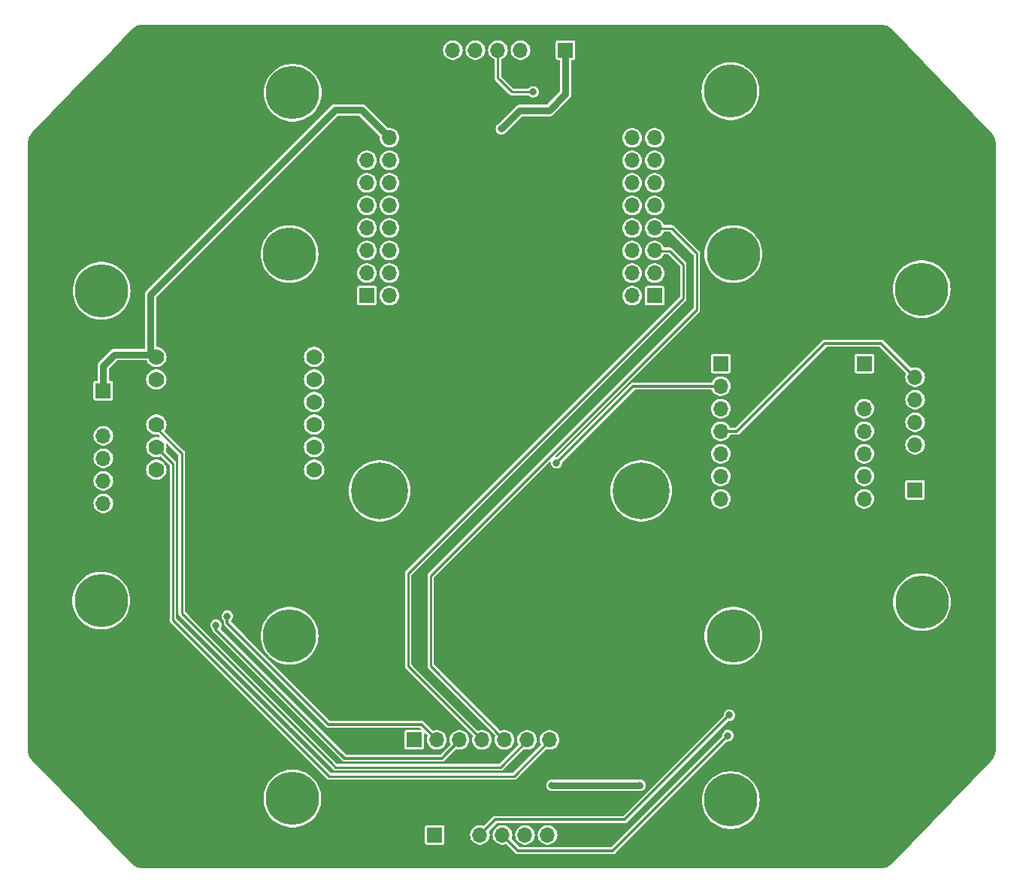
<source format=gbr>
%TF.GenerationSoftware,KiCad,Pcbnew,7.0.7*%
%TF.CreationDate,2024-02-23T14:56:57+08:00*%
%TF.ProjectId,l3,6c332e6b-6963-4616-945f-706362585858,rev?*%
%TF.SameCoordinates,Original*%
%TF.FileFunction,Copper,L2,Bot*%
%TF.FilePolarity,Positive*%
%FSLAX46Y46*%
G04 Gerber Fmt 4.6, Leading zero omitted, Abs format (unit mm)*
G04 Created by KiCad (PCBNEW 7.0.7) date 2024-02-23 14:56:57*
%MOMM*%
%LPD*%
G01*
G04 APERTURE LIST*
%TA.AperFunction,ComponentPad*%
%ADD10R,1.700000X1.700000*%
%TD*%
%TA.AperFunction,ComponentPad*%
%ADD11O,1.700000X1.700000*%
%TD*%
%TA.AperFunction,ComponentPad*%
%ADD12C,0.800000*%
%TD*%
%TA.AperFunction,ComponentPad*%
%ADD13C,6.000000*%
%TD*%
%TA.AperFunction,ComponentPad*%
%ADD14C,1.778000*%
%TD*%
%TA.AperFunction,ComponentPad*%
%ADD15C,6.400000*%
%TD*%
%TA.AperFunction,ViaPad*%
%ADD16C,0.800000*%
%TD*%
%TA.AperFunction,Conductor*%
%ADD17C,0.300000*%
%TD*%
%TA.AperFunction,Conductor*%
%ADD18C,0.250000*%
%TD*%
%TA.AperFunction,Conductor*%
%ADD19C,0.800000*%
%TD*%
G04 APERTURE END LIST*
D10*
%TO.P,J3,1,Pin_1*%
%TO.N,+5V*%
X45555374Y-5103580D03*
D11*
%TO.P,J3,2,Pin_2*%
%TO.N,GND*%
X45555374Y-2563580D03*
%TO.P,J3,3,Pin_3*%
%TO.N,/TOF SCL*%
X45555374Y-23580D03*
%TO.P,J3,4,Pin_4*%
%TO.N,/TOF SDA*%
X45555374Y2516420D03*
%TO.P,J3,5,Pin_5*%
%TO.N,unconnected-(J3-Pin_5-Pad5)*%
X45555374Y5056420D03*
%TO.P,J3,6,Pin_6*%
%TO.N,/XSHUT f*%
X45555374Y7596420D03*
%TD*%
D12*
%TO.P,H10,1,1*%
%TO.N,unconnected-(H10-Pad1)*%
X-48337068Y17317603D03*
X-47678058Y18908593D03*
X-47678058Y15726613D03*
X-46087068Y19567603D03*
D13*
X-46087068Y17317603D03*
D12*
X-46087068Y15067603D03*
X-44496078Y18908593D03*
X-44496078Y15726613D03*
X-43837068Y17317603D03*
%TD*%
%TO.P,H2,1,1*%
%TO.N,unconnected-(H2-Pad1)*%
X-27167738Y21457787D03*
X-26508728Y23048777D03*
X-26508728Y19866797D03*
X-24917738Y23707787D03*
D13*
X-24917738Y21457787D03*
D12*
X-24917738Y19207787D03*
X-23326748Y23048777D03*
X-23326748Y19866797D03*
X-22667738Y21457787D03*
%TD*%
%TO.P,H1,1,1*%
%TO.N,unconnected-(H1-Pad1)*%
X22504921Y39794635D03*
X23163931Y41385625D03*
X23163931Y38203645D03*
X24754921Y42044635D03*
D13*
X24754921Y39794635D03*
D12*
X24754921Y37544635D03*
X26345911Y41385625D03*
X26345911Y38203645D03*
X27004921Y39794635D03*
%TD*%
%TO.P,H9,1,1*%
%TO.N,unconnected-(H9-Pad1)*%
X-26802659Y39617136D03*
X-26143649Y41208126D03*
X-26143649Y38026146D03*
X-24552659Y41867136D03*
D13*
X-24552659Y39617136D03*
D12*
X-24552659Y37367136D03*
X-22961669Y41208126D03*
X-22961669Y38026146D03*
X-22302659Y39617136D03*
%TD*%
D10*
%TO.P,J2,1,Pin_1*%
%TO.N,+5V*%
X6185374Y44426420D03*
D11*
%TO.P,J2,2,Pin_2*%
%TO.N,GND*%
X3645374Y44426420D03*
%TO.P,J2,3,Pin_3*%
%TO.N,/TOF SCL*%
X1105374Y44426420D03*
%TO.P,J2,4,Pin_4*%
%TO.N,/TOF SDA*%
X-1434626Y44426420D03*
%TO.P,J2,5,Pin_5*%
%TO.N,unconnected-(J2-Pin_5-Pad5)*%
X-3974626Y44426420D03*
%TO.P,J2,6,Pin_6*%
%TO.N,/XSHUT n*%
X-6514626Y44426420D03*
%TD*%
D10*
%TO.P,J1,1,Pin_1*%
%TO.N,+5V*%
X-10849500Y-33259580D03*
D11*
%TO.P,J1,2,Pin_2*%
%TO.N,/TOF SCL*%
X-8309500Y-33259580D03*
%TO.P,J1,3,Pin_3*%
%TO.N,/TOF SDA*%
X-5769500Y-33259580D03*
%TO.P,J1,4,Pin_4*%
%TO.N,/C RX*%
X-3229500Y-33259580D03*
%TO.P,J1,5,Pin_5*%
%TO.N,/C TX*%
X-689500Y-33259580D03*
%TO.P,J1,6,Pin_6*%
%TO.N,/COM SCL*%
X1850500Y-33259580D03*
%TO.P,J1,7,Pin_7*%
%TO.N,/COM SDA*%
X4390500Y-33259580D03*
%TO.P,J1,8,Pin_8*%
%TO.N,GND*%
X6930500Y-33259580D03*
%TD*%
D12*
%TO.P,H3,1,1*%
%TO.N,unconnected-(H3-Pad1)*%
X22832262Y21457787D03*
X23491272Y23048777D03*
X23491272Y19866797D03*
X25082262Y23707787D03*
D13*
X25082262Y21457787D03*
D12*
X25082262Y19207787D03*
X26673252Y23048777D03*
X26673252Y19866797D03*
X27332262Y21457787D03*
%TD*%
%TO.P,H12,1,1*%
%TO.N,unconnected-(H12-Pad1)*%
X22542659Y-40056559D03*
X23201669Y-38465569D03*
X23201669Y-41647549D03*
X24792659Y-37806559D03*
D13*
X24792659Y-40056559D03*
D12*
X24792659Y-42306559D03*
X26383649Y-38465569D03*
X26383649Y-41647549D03*
X27042659Y-40056559D03*
%TD*%
D10*
%TO.P,J4,1,Pin_1*%
%TO.N,+5V*%
X-8546626Y-43965580D03*
D11*
%TO.P,J4,2,Pin_2*%
%TO.N,GND*%
X-6006626Y-43965580D03*
%TO.P,J4,3,Pin_3*%
%TO.N,/TOF SCL*%
X-3466626Y-43965580D03*
%TO.P,J4,4,Pin_4*%
%TO.N,/TOF SDA*%
X-926626Y-43965580D03*
%TO.P,J4,5,Pin_5*%
%TO.N,unconnected-(J4-Pin_5-Pad5)*%
X1613374Y-43965580D03*
%TO.P,J4,6,Pin_6*%
%TO.N,/XSHUT s*%
X4153374Y-43965580D03*
%TD*%
D12*
%TO.P,H8,1,1*%
%TO.N,unconnected-(H8-Pad1)*%
X-26840397Y-39879060D03*
X-26181387Y-38288070D03*
X-26181387Y-41470050D03*
X-24590397Y-37629060D03*
D13*
X-24590397Y-39879060D03*
D12*
X-24590397Y-42129060D03*
X-22999407Y-38288070D03*
X-22999407Y-41470050D03*
X-22340397Y-39879060D03*
%TD*%
D14*
%TO.P,U2,JP1_1,VIN*%
%TO.N,+5V*%
X-39915626Y9882420D03*
%TO.P,U2,JP1_2,3VO*%
%TO.N,unconnected-(U2-3VO-PadJP1_2)*%
X-39915626Y7342420D03*
%TO.P,U2,JP1_3,GND*%
%TO.N,GND*%
X-39915626Y4802420D03*
%TO.P,U2,JP1_4,SCL*%
%TO.N,/COM SCL*%
X-39915626Y2262420D03*
%TO.P,U2,JP1_5,SDA*%
%TO.N,/COM SDA*%
X-39915626Y-277580D03*
%TO.P,U2,JP1_6,~{INT}*%
%TO.N,unconnected-(U2-~{INT}-PadJP1_6)*%
X-39915626Y-2817580D03*
%TO.P,U2,JP2_1,BT*%
%TO.N,unconnected-(U2-BT-PadJP2_1)*%
X-22135626Y9882420D03*
%TO.P,U2,JP2_2,P0*%
%TO.N,unconnected-(U2-P0-PadJP2_2)*%
X-22135626Y7342420D03*
%TO.P,U2,JP2_3,P1*%
%TO.N,unconnected-(U2-P1-PadJP2_3)*%
X-22135626Y4802420D03*
%TO.P,U2,JP2_4,~{RST}*%
%TO.N,unconnected-(U2-~{RST}-PadJP2_4)*%
X-22135626Y2262420D03*
%TO.P,U2,JP2_5,DI*%
%TO.N,unconnected-(U2-DI-PadJP2_5)*%
X-22135626Y-277580D03*
%TO.P,U2,JP2_6,CS*%
%TO.N,unconnected-(U2-CS-PadJP2_6)*%
X-22135626Y-2817580D03*
%TD*%
D10*
%TO.P,U3,1,PA02_A0_D0*%
%TO.N,/XSHUT n*%
X23660000Y9120420D03*
D11*
%TO.P,U3,2,PA4_A1_D1*%
%TO.N,/XSHUT w*%
X23660000Y6580420D03*
%TO.P,U3,3,PA10_A2_D2*%
%TO.N,/XSHUT s*%
X23660000Y4040420D03*
%TO.P,U3,4,PA11_A3_D3*%
%TO.N,/XSHUT f*%
X23660000Y1500420D03*
%TO.P,U3,5,PA8_A4_D4_SDA*%
%TO.N,unconnected-(U3-PA8_A4_D4_SDA-Pad5)*%
X23660000Y-1039580D03*
%TO.P,U3,6,PA9_A5_D5_SCL*%
%TO.N,unconnected-(U3-PA9_A5_D5_SCL-Pad6)*%
X23660000Y-3579580D03*
%TO.P,U3,7,PB08_A6_D6_TX*%
%TO.N,unconnected-(U3-PB08_A6_D6_TX-Pad7)*%
X23660000Y-6119580D03*
%TO.P,U3,8,PB09_A7_D7_RX*%
%TO.N,unconnected-(U3-PB09_A7_D7_RX-Pad8)*%
X39825000Y-6119580D03*
%TO.P,U3,9,PA7_A8_D8_SCK*%
%TO.N,unconnected-(U3-PA7_A8_D8_SCK-Pad9)*%
X39825000Y-3579580D03*
%TO.P,U3,10,PA5_A9_D9_MISO*%
%TO.N,unconnected-(U3-PA5_A9_D9_MISO-Pad10)*%
X39825000Y-1039580D03*
%TO.P,U3,11,PA6_A10_D10_MOSI*%
%TO.N,unconnected-(U3-PA6_A10_D10_MOSI-Pad11)*%
X39825000Y1500420D03*
%TO.P,U3,12,3V3*%
%TO.N,unconnected-(U3-3V3-Pad12)*%
X39825000Y4040420D03*
%TO.P,U3,13,GND*%
%TO.N,GND*%
X39825000Y6580420D03*
D10*
%TO.P,U3,14,5V*%
%TO.N,Net-(D1-K)*%
X39825000Y9120420D03*
%TD*%
D12*
%TO.P,H7,1,1*%
%TO.N,unconnected-(H7-Pad1)*%
X22832262Y-21542213D03*
X23491272Y-19951223D03*
X23491272Y-23133203D03*
X25082262Y-19292213D03*
D13*
X25082262Y-21542213D03*
D12*
X25082262Y-23792213D03*
X26673252Y-19951223D03*
X26673252Y-23133203D03*
X27332262Y-21542213D03*
%TD*%
D10*
%TO.P,J6,1,Pin_1*%
%TO.N,+5V*%
X-45884626Y6072420D03*
D11*
%TO.P,J6,2,Pin_2*%
%TO.N,GND*%
X-45884626Y3532420D03*
%TO.P,J6,3,Pin_3*%
%TO.N,/TOF SCL*%
X-45884626Y992420D03*
%TO.P,J6,4,Pin_4*%
%TO.N,/TOF SDA*%
X-45884626Y-1547580D03*
%TO.P,J6,5,Pin_5*%
%TO.N,unconnected-(J6-Pin_5-Pad5)*%
X-45884626Y-4087580D03*
%TO.P,J6,6,Pin_6*%
%TO.N,/XSHUT w*%
X-45884626Y-6627580D03*
%TD*%
D12*
%TO.P,H4,1,1*%
%TO.N,unconnected-(H4-Pad1)*%
X44039331Y17495101D03*
X44698341Y19086091D03*
X44698341Y15904111D03*
X46289331Y19745101D03*
D13*
X46289331Y17495101D03*
D12*
X46289331Y15245101D03*
X47880321Y19086091D03*
X47880321Y15904111D03*
X48539331Y17495101D03*
%TD*%
%TO.P,H5,1,1*%
%TO.N,unconnected-(H5-Pad1)*%
X-48374807Y-17579526D03*
X-47715797Y-15988536D03*
X-47715797Y-19170516D03*
X-46124807Y-15329526D03*
D13*
X-46124807Y-17579526D03*
D12*
X-46124807Y-19829526D03*
X-44533817Y-15988536D03*
X-44533817Y-19170516D03*
X-43874807Y-17579526D03*
%TD*%
D10*
%TO.P,J5,0*%
%TO.N,N/C*%
X16210944Y16756000D03*
D11*
%TO.P,J5,1,Pin_1*%
%TO.N,unconnected-(J5-Pin_1-Pad1)*%
X13670944Y16756000D03*
%TO.P,J5,2,Pin_2*%
%TO.N,unconnected-(J5-Pin_2-Pad2)*%
X16210944Y19296000D03*
%TO.P,J5,3,Pin_3*%
%TO.N,unconnected-(J5-Pin_3-Pad3)*%
X13670944Y19296000D03*
%TO.P,J5,4,Pin_4*%
%TO.N,/C RX*%
X16210944Y21836000D03*
%TO.P,J5,5,Pin_5*%
%TO.N,unconnected-(J5-Pin_5-Pad5)*%
X13670944Y21836000D03*
%TO.P,J5,6,Pin_6*%
%TO.N,/C TX*%
X16210944Y24376000D03*
%TO.P,J5,7,Pin_7*%
%TO.N,unconnected-(J5-Pin_7-Pad7)*%
X13670944Y24376000D03*
%TO.P,J5,8,Pin_8*%
%TO.N,unconnected-(J5-Pin_8-Pad8)*%
X16210944Y26916000D03*
%TO.P,J5,9,Pin_9*%
%TO.N,unconnected-(J5-Pin_9-Pad9)*%
X13670944Y26916000D03*
%TO.P,J5,10,Pin_10*%
%TO.N,unconnected-(J5-Pin_10-Pad10)*%
X16210944Y29456000D03*
%TO.P,J5,11,Pin_11*%
%TO.N,unconnected-(J5-Pin_11-Pad11)*%
X13670944Y29456000D03*
%TO.P,J5,12,Pin_12*%
%TO.N,unconnected-(J5-Pin_12-Pad12)*%
X16210944Y31996000D03*
%TO.P,J5,13,Pin_13*%
%TO.N,unconnected-(J5-Pin_13-Pad13)*%
X13670944Y31996000D03*
%TO.P,J5,14,Pin_14*%
%TO.N,unconnected-(J5-Pin_14-Pad14)*%
X16210944Y34536000D03*
%TO.P,J5,15,Pin_15*%
%TO.N,unconnected-(J5-Pin_15-Pad15)*%
X13670944Y34536000D03*
%TO.P,J5,16,Pin_16*%
%TO.N,unconnected-(J5-Pin_16-Pad16)*%
X-13649056Y16776000D03*
D10*
%TO.P,J5,17,Pin_17*%
%TO.N,unconnected-(J5-Pin_17-Pad17)*%
X-16189056Y16776000D03*
D11*
%TO.P,J5,18,Pin_18*%
%TO.N,unconnected-(J5-Pin_18-Pad18)*%
X-13649056Y19316000D03*
%TO.P,J5,19,Pin_19*%
%TO.N,unconnected-(J5-Pin_19-Pad19)*%
X-16189056Y19316000D03*
%TO.P,J5,20,Pin_20*%
%TO.N,unconnected-(J5-Pin_20-Pad20)*%
X-13649056Y21856000D03*
%TO.P,J5,21,Pin_21*%
%TO.N,unconnected-(J5-Pin_21-Pad21)*%
X-16189056Y21856000D03*
%TO.P,J5,22,Pin_22*%
%TO.N,unconnected-(J5-Pin_22-Pad22)*%
X-13649056Y24396000D03*
%TO.P,J5,23,Pin_23*%
%TO.N,unconnected-(J5-Pin_23-Pad23)*%
X-16189056Y24396000D03*
%TO.P,J5,24,Pin_24*%
%TO.N,unconnected-(J5-Pin_24-Pad24)*%
X-13649056Y26936000D03*
%TO.P,J5,25,Pin_25*%
%TO.N,unconnected-(J5-Pin_25-Pad25)*%
X-16189056Y26936000D03*
%TO.P,J5,26,Pin_26*%
%TO.N,unconnected-(J5-Pin_26-Pad26)*%
X-13649056Y29476000D03*
%TO.P,J5,27,Pin_27*%
%TO.N,unconnected-(J5-Pin_27-Pad27)*%
X-16189056Y29476000D03*
%TO.P,J5,28,Pin_28*%
%TO.N,unconnected-(J5-Pin_28-Pad28)*%
X-13649056Y32016000D03*
%TO.P,J5,29,Pin_29*%
%TO.N,unconnected-(J5-Pin_29-Pad29)*%
X-16189056Y32016000D03*
%TO.P,J5,30,Pin_30*%
%TO.N,+5V*%
X-13649056Y34556000D03*
%TO.P,J5,31,Pin_31*%
%TO.N,GND*%
X-16189056Y34556000D03*
D12*
%TO.P,J5,X*%
%TO.N,N/C*%
X17092944Y-5207000D03*
X16390000Y-6904056D03*
X16390000Y-3509944D03*
X14692944Y-7607000D03*
D15*
X14692944Y-5207000D03*
D12*
X14692944Y-2807000D03*
X12995888Y-6904056D03*
X12995888Y-3509944D03*
X12292944Y-5207000D03*
X-12371056Y-5207000D03*
X-13074000Y-6904056D03*
X-13074000Y-3509944D03*
X-14771056Y-7607000D03*
D15*
X-14771056Y-5207000D03*
D12*
X-14771056Y-2807000D03*
X-16468112Y-6904056D03*
X-16468112Y-3509944D03*
X-17171056Y-5207000D03*
%TD*%
%TO.P,H6,1,1*%
%TO.N,unconnected-(H6-Pad1)*%
X-27167738Y-21542213D03*
X-26508728Y-19951223D03*
X-26508728Y-23133203D03*
X-24917738Y-19292213D03*
D13*
X-24917738Y-21542213D03*
D12*
X-24917738Y-23792213D03*
X-23326748Y-19951223D03*
X-23326748Y-23133203D03*
X-22667738Y-21542213D03*
%TD*%
%TO.P,H11,1,1*%
%TO.N,unconnected-(H11-Pad1)*%
X44077070Y-17757024D03*
X44736080Y-16166034D03*
X44736080Y-19348014D03*
X46327070Y-15507024D03*
D13*
X46327070Y-17757024D03*
D12*
X46327070Y-20007024D03*
X47918060Y-16166034D03*
X47918060Y-19348014D03*
X48577070Y-17757024D03*
%TD*%
D16*
%TO.N,/XSHUT w*%
X5169374Y-2055580D03*
%TO.N,/TOF SDA*%
X24473374Y-32789580D03*
X-33184626Y-20343580D03*
X2537374Y39722420D03*
%TO.N,/TOF SCL*%
X-31914626Y-19327580D03*
X24638000Y-30480000D03*
%TO.N,+5V*%
X4661374Y-38377580D03*
X-1035938Y35566791D03*
X14567374Y-38377580D03*
%TD*%
D17*
%TO.N,/XSHUT w*%
X23660000Y6580420D02*
X13805374Y6580420D01*
X5169374Y-2055580D02*
X13678374Y6453420D01*
X13805374Y6580420D02*
X13678374Y6453420D01*
%TO.N,/XSHUT f*%
X25489374Y1500420D02*
X35395374Y11406420D01*
X41745374Y11406420D02*
X45555374Y7596420D01*
X23660000Y1500420D02*
X25489374Y1500420D01*
X35395374Y11406420D02*
X41745374Y11406420D01*
D18*
%TO.N,/TOF SDA*%
X117374Y39722420D02*
X-1232626Y41072420D01*
X2537374Y39722420D02*
X117374Y39722420D01*
D17*
X-5697288Y-33297580D02*
X-5707999Y-33308291D01*
X-926626Y-43965580D02*
X851374Y-45743580D01*
X-18198626Y-35329580D02*
X-17944626Y-35329580D01*
X-17944626Y-35329580D02*
X-7729288Y-35329580D01*
X-17944626Y-35329580D02*
X-18706626Y-35329580D01*
D18*
X-1434626Y41274420D02*
X-1434626Y44426420D01*
X-1232626Y41072420D02*
X-1434626Y41274420D01*
D17*
X851374Y-45743580D02*
X11519374Y-45743580D01*
X-33184626Y-20851580D02*
X-19214626Y-34821580D01*
X-18706626Y-35329580D02*
X-19214626Y-34821580D01*
X-5752626Y-33352918D02*
X-5752626Y-33297580D01*
X-19214626Y-34821580D02*
X-18833626Y-35202580D01*
X11519374Y-45743580D02*
X24473374Y-32789580D01*
X-7729288Y-35329580D02*
X-5752626Y-33352918D01*
X-33184626Y-20343580D02*
X-33184626Y-20851580D01*
X-5752626Y-33297580D02*
X-5697288Y-33297580D01*
X-18452626Y-35329580D02*
X-18198626Y-35329580D01*
%TO.N,/TOF SCL*%
X-10036710Y-31519580D02*
X-20484626Y-31519580D01*
X-8292626Y-33263664D02*
X-10036710Y-31519580D01*
X-20484626Y-31519580D02*
X-31914626Y-20089580D01*
X-3466626Y-43965580D02*
X-1759149Y-42258103D01*
X-1759149Y-42258103D02*
X12859897Y-42258103D01*
X12859897Y-42258103D02*
X24638000Y-30480000D01*
X-8292626Y-33297580D02*
X-8292626Y-33263664D01*
X-31914626Y-20089580D02*
X-31914626Y-19327580D01*
X-8247999Y-33308291D02*
X-8258710Y-33297580D01*
X-8258710Y-33297580D02*
X-8292626Y-33297580D01*
D18*
%TO.N,/COM SDA*%
X-38057168Y-19454580D02*
X-38057168Y-19755122D01*
X388001Y-37372291D02*
X4407374Y-33352918D01*
X-20440000Y-37372291D02*
X388001Y-37372291D01*
X-38057168Y-19755122D02*
X-20440000Y-37372291D01*
X-38057168Y-19454580D02*
X-38057168Y-2136038D01*
X4407374Y-33352918D02*
X4407374Y-33297580D01*
X-38057168Y-2136038D02*
X-38461145Y-1732061D01*
X4407374Y-33297580D02*
X4462712Y-33297580D01*
D17*
X-39915626Y-277580D02*
X-38461145Y-1732061D01*
D18*
X4462712Y-33297580D02*
X4452001Y-33308291D01*
%TO.N,/COM SCL*%
X-19722626Y-36345580D02*
X-20186000Y-35882206D01*
X-37047523Y-986683D02*
X-40550626Y2516420D01*
X1912001Y-33308291D02*
X1922712Y-33297580D01*
X1867374Y-33297580D02*
X1867374Y-33352918D01*
X1867374Y-33352918D02*
X-1125288Y-36345580D01*
X-1125288Y-36345580D02*
X-19722626Y-36345580D01*
X-37047523Y-18986767D02*
X-37047523Y-986683D01*
X1922712Y-33297580D02*
X1867374Y-33297580D01*
X-20186000Y-35882206D02*
X-20186000Y-35848291D01*
X-20186000Y-35848291D02*
X-37047523Y-18986767D01*
%TO.N,/C TX*%
X-9010000Y-24926291D02*
X-672626Y-33297580D01*
X16390000Y24349709D02*
X18134085Y24349709D01*
X20962000Y15205709D02*
X-9010000Y-14766291D01*
X-672626Y-33297580D02*
X-627999Y-33308291D01*
X20962000Y21521794D02*
X20962000Y15205709D01*
X-9010000Y-14766291D02*
X-9010000Y-24926291D01*
X18134085Y24349709D02*
X20962000Y21521794D01*
%TO.N,/C RX*%
X19438000Y20285709D02*
X19438000Y16475709D01*
X-3212626Y-33263664D02*
X-3212626Y-33297580D01*
X19438000Y16475709D02*
X-11550000Y-14512291D01*
X-11550000Y-14512291D02*
X-11550000Y-24926290D01*
X16390000Y21809709D02*
X17914000Y21809709D01*
X-3212626Y-33297580D02*
X-3178710Y-33297580D01*
X-11550000Y-24926290D02*
X-3212626Y-33263664D01*
X17914000Y21809709D02*
X19438000Y20285709D01*
X-3178710Y-33297580D02*
X-3167999Y-33308291D01*
D19*
%TO.N,+5V*%
X-40550626Y16889374D02*
X-40550626Y10771420D01*
X-40169626Y10136420D02*
X-39915626Y9882420D01*
X6185374Y39470420D02*
X6185374Y44426420D01*
X-40550626Y10771420D02*
X-40550626Y10517420D01*
X4599374Y37884420D02*
X6185374Y39470420D01*
X-1035938Y35566791D02*
X1019690Y37622420D01*
X4599374Y37884420D02*
X5837374Y39122420D01*
X-13649056Y34556000D02*
X-16783056Y37690000D01*
X-40550626Y10771420D02*
X-40550626Y10136420D01*
X4337374Y37622420D02*
X4599374Y37884420D01*
X-40550626Y10517420D02*
X-39915626Y9882420D01*
X-45884626Y8866420D02*
X-44614626Y10136420D01*
X-40550626Y10136420D02*
X-41185626Y10136420D01*
X-45884626Y8866420D02*
X-45884626Y6072420D01*
X-41185626Y10136420D02*
X-44614626Y10136420D01*
X14567374Y-38377580D02*
X4661374Y-38377580D01*
X-41185626Y10136420D02*
X-40169626Y10136420D01*
X-16783056Y37690000D02*
X-19750000Y37690000D01*
X-19750000Y37690000D02*
X-40550626Y16889374D01*
X1019690Y37622420D02*
X4337374Y37622420D01*
%TD*%
%TA.AperFunction,Conductor*%
%TO.N,GND*%
G36*
X41780319Y47279679D02*
G01*
X41975413Y47266608D01*
X41981980Y47265724D01*
X42171954Y47227074D01*
X42178337Y47225324D01*
X42361459Y47161676D01*
X42367549Y47159090D01*
X42540544Y47071580D01*
X42546226Y47068212D01*
X42691769Y46968186D01*
X42706003Y46958403D01*
X42711200Y46954295D01*
X42855863Y46823281D01*
X42858214Y46821003D01*
X54002674Y35280580D01*
X54151008Y35126976D01*
X54197538Y35078792D01*
X54199664Y35076444D01*
X54243768Y35024499D01*
X54320721Y34933864D01*
X54324500Y34928787D01*
X54425493Y34773267D01*
X54425495Y34773265D01*
X54428599Y34767740D01*
X54508921Y34600590D01*
X54511296Y34594714D01*
X54569622Y34418690D01*
X54571225Y34412564D01*
X54586707Y34332918D01*
X54606609Y34230525D01*
X54607418Y34224239D01*
X54619399Y34037251D01*
X54619500Y34034085D01*
X54619500Y33915900D01*
X54619501Y33915875D01*
X54619500Y-34354711D01*
X54619498Y-34354788D01*
X54619500Y-34473871D01*
X54619399Y-34477038D01*
X54607442Y-34663667D01*
X54606633Y-34669953D01*
X54571254Y-34851976D01*
X54569649Y-34858107D01*
X54511322Y-35034129D01*
X54508949Y-35040001D01*
X54503934Y-35050440D01*
X54428633Y-35207134D01*
X54425528Y-35212658D01*
X54411727Y-35233910D01*
X54324531Y-35368176D01*
X54320746Y-35373260D01*
X54199626Y-35515904D01*
X54197500Y-35518252D01*
X54156470Y-35560737D01*
X54116642Y-35601979D01*
X54116639Y-35601982D01*
X54115621Y-35603037D01*
X54115602Y-35603058D01*
X42940362Y-47175356D01*
X42940355Y-47175363D01*
X42866701Y-47251634D01*
X42858451Y-47260178D01*
X42856070Y-47262483D01*
X42711168Y-47393722D01*
X42705970Y-47397832D01*
X42546219Y-47507627D01*
X42540519Y-47511007D01*
X42367553Y-47598503D01*
X42361454Y-47601092D01*
X42178352Y-47664733D01*
X42171961Y-47666485D01*
X41982013Y-47705127D01*
X41975445Y-47706011D01*
X41780034Y-47719098D01*
X41776725Y-47719209D01*
X41663404Y-47719207D01*
X41660631Y-47719207D01*
X41660630Y-47719207D01*
X41659266Y-47719207D01*
X41659163Y-47719210D01*
X-41536997Y-47719210D01*
X-41540301Y-47719099D01*
X-41735393Y-47706024D01*
X-41741958Y-47705141D01*
X-41742027Y-47705127D01*
X-41931932Y-47666489D01*
X-41938317Y-47664739D01*
X-42121440Y-47601087D01*
X-42127529Y-47598503D01*
X-42300531Y-47510988D01*
X-42306228Y-47507610D01*
X-42386112Y-47452709D01*
X-42465997Y-47397806D01*
X-42471191Y-47393700D01*
X-42472058Y-47392914D01*
X-42616051Y-47262507D01*
X-42618404Y-47260229D01*
X-44955349Y-44840252D01*
X-9647126Y-44840252D01*
X-9647125Y-44840264D01*
X-9632593Y-44913316D01*
X-9632591Y-44913322D01*
X-9577229Y-44996179D01*
X-9577226Y-44996182D01*
X-9528702Y-45028604D01*
X-9494366Y-45051546D01*
X-9438818Y-45062595D01*
X-9421311Y-45066078D01*
X-9421306Y-45066078D01*
X-9421300Y-45066080D01*
X-9421299Y-45066080D01*
X-7671953Y-45066080D01*
X-7671952Y-45066080D01*
X-7598886Y-45051546D01*
X-7516025Y-44996181D01*
X-7460660Y-44913320D01*
X-7446126Y-44840254D01*
X-7446126Y-43965580D01*
X-4571841Y-43965580D01*
X-4553023Y-44168663D01*
X-4497208Y-44364830D01*
X-4406299Y-44547401D01*
X-4283390Y-44710159D01*
X-4132667Y-44847561D01*
X-3959263Y-44954928D01*
X-3769082Y-45028604D01*
X-3568602Y-45066080D01*
X-3364650Y-45066080D01*
X-3164170Y-45028604D01*
X-2973989Y-44954928D01*
X-2800585Y-44847561D01*
X-2649862Y-44710159D01*
X-2526953Y-44547401D01*
X-2436044Y-44364830D01*
X-2380229Y-44168663D01*
X-2361411Y-43965580D01*
X-2031841Y-43965580D01*
X-2013023Y-44168663D01*
X-1957208Y-44364830D01*
X-1866299Y-44547401D01*
X-1743390Y-44710159D01*
X-1592667Y-44847561D01*
X-1419263Y-44954928D01*
X-1229082Y-45028604D01*
X-1028602Y-45066080D01*
X-824650Y-45066080D01*
X-624170Y-45028604D01*
X-544367Y-44997687D01*
X-483275Y-44994298D01*
X-438600Y-45019999D01*
X590465Y-46049065D01*
X590466Y-46049065D01*
X613030Y-46071628D01*
X613032Y-46071630D01*
X634519Y-46082578D01*
X647760Y-46090692D01*
X667282Y-46104874D01*
X667283Y-46104874D01*
X667285Y-46104876D01*
X690235Y-46112332D01*
X704575Y-46118273D01*
X726070Y-46129226D01*
X749908Y-46133001D01*
X764985Y-46136621D01*
X787941Y-46144080D01*
X787944Y-46144080D01*
X11582806Y-46144080D01*
X11582807Y-46144080D01*
X11605756Y-46136623D01*
X11620839Y-46133001D01*
X11644678Y-46129226D01*
X11666176Y-46118270D01*
X11680525Y-46112328D01*
X11703464Y-46104876D01*
X11722986Y-46090691D01*
X11736223Y-46082580D01*
X11757716Y-46071630D01*
X11774635Y-46054709D01*
X11774639Y-46054707D01*
X11780281Y-46049065D01*
X11780283Y-46049064D01*
X17772787Y-40056559D01*
X21537385Y-40056559D01*
X21556467Y-40408516D01*
X21613491Y-40756352D01*
X21707783Y-41095959D01*
X21707785Y-41095964D01*
X21707786Y-41095968D01*
X21707788Y-41095973D01*
X21838252Y-41423413D01*
X22003354Y-41734828D01*
X22201158Y-42026567D01*
X22201162Y-42026572D01*
X22201163Y-42026573D01*
X22429340Y-42295204D01*
X22429350Y-42295214D01*
X22685235Y-42537602D01*
X22685239Y-42537605D01*
X22965841Y-42750913D01*
X23267861Y-42932633D01*
X23587758Y-43080633D01*
X23921781Y-43193178D01*
X23921786Y-43193179D01*
X23921789Y-43193180D01*
X24266009Y-43268949D01*
X24266010Y-43268949D01*
X24266014Y-43268950D01*
X24532887Y-43297974D01*
X24616421Y-43307059D01*
X24616422Y-43307059D01*
X24968897Y-43307059D01*
X25036350Y-43299722D01*
X25319304Y-43268950D01*
X25663528Y-43193180D01*
X25663529Y-43193180D01*
X25663531Y-43193179D01*
X25663537Y-43193178D01*
X25997560Y-43080633D01*
X26317457Y-42932633D01*
X26619477Y-42750913D01*
X26900079Y-42537605D01*
X27155973Y-42295209D01*
X27384160Y-42026567D01*
X27581964Y-41734828D01*
X27747066Y-41423413D01*
X27877530Y-41095973D01*
X27926815Y-40918465D01*
X27971826Y-40756352D01*
X28028850Y-40408516D01*
X28028850Y-40408515D01*
X28047933Y-40056559D01*
X28028850Y-39704602D01*
X27971827Y-39356771D01*
X27971826Y-39356770D01*
X27971826Y-39356765D01*
X27877534Y-39017158D01*
X27877532Y-39017153D01*
X27877530Y-39017145D01*
X27747066Y-38689705D01*
X27581964Y-38378290D01*
X27384160Y-38086551D01*
X27348662Y-38044760D01*
X27155977Y-37817913D01*
X27155967Y-37817903D01*
X26900082Y-37575515D01*
X26619481Y-37362208D01*
X26619480Y-37362207D01*
X26619477Y-37362205D01*
X26317457Y-37180485D01*
X26207593Y-37129656D01*
X25997565Y-37032487D01*
X25997562Y-37032486D01*
X25997560Y-37032485D01*
X25663537Y-36919940D01*
X25663536Y-36919939D01*
X25663528Y-36919937D01*
X25319308Y-36844168D01*
X25319309Y-36844168D01*
X24968897Y-36806059D01*
X24968896Y-36806059D01*
X24616422Y-36806059D01*
X24616421Y-36806059D01*
X24266008Y-36844168D01*
X23921790Y-36919937D01*
X23921788Y-36919937D01*
X23587752Y-37032487D01*
X23267869Y-37180481D01*
X23267863Y-37180484D01*
X22965841Y-37362205D01*
X22965836Y-37362208D01*
X22685235Y-37575515D01*
X22429350Y-37817903D01*
X22429340Y-37817913D01*
X22201163Y-38086544D01*
X22201158Y-38086550D01*
X22201158Y-38086551D01*
X22003354Y-38378290D01*
X21838252Y-38689705D01*
X21715166Y-38998629D01*
X21707785Y-39017153D01*
X21707783Y-39017158D01*
X21613491Y-39356765D01*
X21556467Y-39704601D01*
X21537385Y-40056559D01*
X17772787Y-40056559D01*
X24360270Y-33469075D01*
X24414787Y-33441299D01*
X24430274Y-33440080D01*
X24552356Y-33440080D01*
X24552359Y-33440080D01*
X24705739Y-33402276D01*
X24845614Y-33328863D01*
X24963857Y-33224110D01*
X25053594Y-33094103D01*
X25109611Y-32946398D01*
X25125783Y-32813207D01*
X25128652Y-32789581D01*
X25128652Y-32789578D01*
X25109611Y-32632763D01*
X25109611Y-32632762D01*
X25053594Y-32485057D01*
X24984465Y-32384906D01*
X24963858Y-32355051D01*
X24845615Y-32250298D01*
X24845614Y-32250297D01*
X24752810Y-32201589D01*
X24705738Y-32176883D01*
X24552361Y-32139080D01*
X24552359Y-32139080D01*
X24394389Y-32139080D01*
X24394386Y-32139080D01*
X24241009Y-32176883D01*
X24101132Y-32250298D01*
X23982889Y-32355051D01*
X23893154Y-32485056D01*
X23837137Y-32632762D01*
X23837136Y-32632763D01*
X23818096Y-32789578D01*
X23818096Y-32789582D01*
X23821909Y-32820989D01*
X23810153Y-32881034D01*
X23793635Y-32902925D01*
X11382477Y-45314084D01*
X11327960Y-45341861D01*
X11312473Y-45343080D01*
X1058275Y-45343080D01*
X1000084Y-45324173D01*
X988271Y-45314084D01*
X130710Y-44456523D01*
X102933Y-44402006D01*
X105492Y-44359428D01*
X159771Y-44168663D01*
X178589Y-43965580D01*
X508159Y-43965580D01*
X526977Y-44168663D01*
X582792Y-44364830D01*
X673701Y-44547401D01*
X796610Y-44710159D01*
X947333Y-44847561D01*
X1120737Y-44954928D01*
X1310918Y-45028604D01*
X1511398Y-45066080D01*
X1715350Y-45066080D01*
X1915830Y-45028604D01*
X2106011Y-44954928D01*
X2279415Y-44847561D01*
X2430138Y-44710159D01*
X2553047Y-44547401D01*
X2643956Y-44364830D01*
X2699771Y-44168663D01*
X2718589Y-43965580D01*
X3048159Y-43965580D01*
X3066977Y-44168663D01*
X3122792Y-44364830D01*
X3213701Y-44547401D01*
X3336610Y-44710159D01*
X3487333Y-44847561D01*
X3660737Y-44954928D01*
X3850918Y-45028604D01*
X4051398Y-45066080D01*
X4255350Y-45066080D01*
X4455830Y-45028604D01*
X4646011Y-44954928D01*
X4819415Y-44847561D01*
X4970138Y-44710159D01*
X5093047Y-44547401D01*
X5183956Y-44364830D01*
X5239771Y-44168663D01*
X5258589Y-43965580D01*
X5239771Y-43762497D01*
X5183956Y-43566330D01*
X5093047Y-43383759D01*
X4970138Y-43221001D01*
X4819415Y-43083599D01*
X4646011Y-42976232D01*
X4455830Y-42902556D01*
X4455829Y-42902555D01*
X4455827Y-42902555D01*
X4255350Y-42865080D01*
X4051398Y-42865080D01*
X3850920Y-42902555D01*
X3828708Y-42911160D01*
X3660737Y-42976232D01*
X3593538Y-43017840D01*
X3487333Y-43083599D01*
X3336611Y-43221000D01*
X3213702Y-43383757D01*
X3213697Y-43383766D01*
X3150547Y-43510590D01*
X3122792Y-43566330D01*
X3066977Y-43762497D01*
X3048159Y-43965580D01*
X2718589Y-43965580D01*
X2699771Y-43762497D01*
X2643956Y-43566330D01*
X2553047Y-43383759D01*
X2430138Y-43221001D01*
X2279415Y-43083599D01*
X2106011Y-42976232D01*
X1915830Y-42902556D01*
X1915829Y-42902555D01*
X1915827Y-42902555D01*
X1715350Y-42865080D01*
X1511398Y-42865080D01*
X1310920Y-42902555D01*
X1288708Y-42911160D01*
X1120737Y-42976232D01*
X1053538Y-43017840D01*
X947333Y-43083599D01*
X796611Y-43221000D01*
X673702Y-43383757D01*
X673697Y-43383766D01*
X610547Y-43510590D01*
X582792Y-43566330D01*
X526977Y-43762497D01*
X508159Y-43965580D01*
X178589Y-43965580D01*
X159771Y-43762497D01*
X103956Y-43566330D01*
X13047Y-43383759D01*
X-109862Y-43221001D01*
X-260585Y-43083599D01*
X-433989Y-42976232D01*
X-624170Y-42902556D01*
X-624171Y-42902555D01*
X-624173Y-42902555D01*
X-824650Y-42865080D01*
X-1028602Y-42865080D01*
X-1229080Y-42902555D01*
X-1251292Y-42911160D01*
X-1419263Y-42976232D01*
X-1486462Y-43017840D01*
X-1592667Y-43083599D01*
X-1743389Y-43221000D01*
X-1866298Y-43383757D01*
X-1866303Y-43383766D01*
X-1929453Y-43510590D01*
X-1957208Y-43566330D01*
X-2013023Y-43762497D01*
X-2031841Y-43965580D01*
X-2361411Y-43965580D01*
X-2380229Y-43762497D01*
X-2434508Y-43571728D01*
X-2432247Y-43510590D01*
X-2409293Y-43474638D01*
X-1622253Y-42687599D01*
X-1567736Y-42659822D01*
X-1552249Y-42658603D01*
X12923329Y-42658603D01*
X12923330Y-42658603D01*
X12946279Y-42651146D01*
X12961362Y-42647524D01*
X12985201Y-42643749D01*
X13006699Y-42632793D01*
X13021048Y-42626851D01*
X13043987Y-42619399D01*
X13063509Y-42605214D01*
X13076746Y-42597103D01*
X13098239Y-42586153D01*
X13115158Y-42569232D01*
X13115162Y-42569230D01*
X13120804Y-42563588D01*
X13120806Y-42563587D01*
X24524896Y-31159495D01*
X24579413Y-31131719D01*
X24594900Y-31130500D01*
X24716982Y-31130500D01*
X24716985Y-31130500D01*
X24870365Y-31092696D01*
X25010240Y-31019283D01*
X25128483Y-30914530D01*
X25218220Y-30784523D01*
X25274237Y-30636818D01*
X25293278Y-30480000D01*
X25274237Y-30323182D01*
X25218220Y-30175477D01*
X25128483Y-30045470D01*
X25010240Y-29940717D01*
X24940302Y-29904010D01*
X24870364Y-29867303D01*
X24716987Y-29829500D01*
X24716985Y-29829500D01*
X24559015Y-29829500D01*
X24559012Y-29829500D01*
X24405635Y-29867303D01*
X24265758Y-29940718D01*
X24147515Y-30045471D01*
X24057780Y-30175476D01*
X24001763Y-30323182D01*
X24001762Y-30323183D01*
X23982722Y-30479997D01*
X23982722Y-30480001D01*
X23986535Y-30511408D01*
X23974779Y-30571453D01*
X23958261Y-30593344D01*
X12723000Y-41828607D01*
X12668483Y-41856384D01*
X12652996Y-41857603D01*
X-1695716Y-41857603D01*
X-1822582Y-41857603D01*
X-1822584Y-41857603D01*
X-1822587Y-41857604D01*
X-1845525Y-41865056D01*
X-1860620Y-41868680D01*
X-1884448Y-41872455D01*
X-1884458Y-41872458D01*
X-1905947Y-41883408D01*
X-1920296Y-41889351D01*
X-1924983Y-41890874D01*
X-1943239Y-41896806D01*
X-1956905Y-41906735D01*
X-1962758Y-41910988D01*
X-1976001Y-41919103D01*
X-1997492Y-41930052D01*
X-1997492Y-41930053D01*
X-2066817Y-41999374D01*
X-2066834Y-41999395D01*
X-2978600Y-42911160D01*
X-3033117Y-42938937D01*
X-3084366Y-42933471D01*
X-3164170Y-42902556D01*
X-3364650Y-42865080D01*
X-3568602Y-42865080D01*
X-3769080Y-42902555D01*
X-3791292Y-42911160D01*
X-3959263Y-42976232D01*
X-4026462Y-43017840D01*
X-4132667Y-43083599D01*
X-4283389Y-43221000D01*
X-4406298Y-43383757D01*
X-4406303Y-43383766D01*
X-4469453Y-43510590D01*
X-4497208Y-43566330D01*
X-4553023Y-43762497D01*
X-4571841Y-43965580D01*
X-7446126Y-43965580D01*
X-7446126Y-43090906D01*
X-7460660Y-43017840D01*
X-7488461Y-42976232D01*
X-7516024Y-42934980D01*
X-7516027Y-42934977D01*
X-7598884Y-42879615D01*
X-7598886Y-42879614D01*
X-7598889Y-42879613D01*
X-7598890Y-42879613D01*
X-7671942Y-42865081D01*
X-7671952Y-42865080D01*
X-9421300Y-42865080D01*
X-9421301Y-42865080D01*
X-9421311Y-42865081D01*
X-9494363Y-42879613D01*
X-9494369Y-42879615D01*
X-9577226Y-42934977D01*
X-9577229Y-42934980D01*
X-9632591Y-43017837D01*
X-9632593Y-43017843D01*
X-9647125Y-43090895D01*
X-9647126Y-43090907D01*
X-9647126Y-44840252D01*
X-44955349Y-44840252D01*
X-49746317Y-39879059D01*
X-27845671Y-39879059D01*
X-27826589Y-40231017D01*
X-27769565Y-40578853D01*
X-27675273Y-40918460D01*
X-27675271Y-40918465D01*
X-27675270Y-40918469D01*
X-27675268Y-40918474D01*
X-27544804Y-41245914D01*
X-27379702Y-41557329D01*
X-27181898Y-41849068D01*
X-27181894Y-41849073D01*
X-27181893Y-41849074D01*
X-26953716Y-42117705D01*
X-26953706Y-42117715D01*
X-26697821Y-42360103D01*
X-26697817Y-42360106D01*
X-26417215Y-42573414D01*
X-26115195Y-42755134D01*
X-25795298Y-42903134D01*
X-25461275Y-43015679D01*
X-25461270Y-43015680D01*
X-25461267Y-43015681D01*
X-25117047Y-43091450D01*
X-25117046Y-43091450D01*
X-25117042Y-43091451D01*
X-24850169Y-43120475D01*
X-24766635Y-43129560D01*
X-24766634Y-43129560D01*
X-24414159Y-43129560D01*
X-24346706Y-43122223D01*
X-24063752Y-43091451D01*
X-24061280Y-43090907D01*
X-23949008Y-43066193D01*
X-23719528Y-43015681D01*
X-23719527Y-43015681D01*
X-23719525Y-43015680D01*
X-23719519Y-43015679D01*
X-23385496Y-42903134D01*
X-23065599Y-42755134D01*
X-22763579Y-42573414D01*
X-22482977Y-42360106D01*
X-22227083Y-42117710D01*
X-21998896Y-41849068D01*
X-21801092Y-41557329D01*
X-21635990Y-41245914D01*
X-21505526Y-40918474D01*
X-21460513Y-40756352D01*
X-21411230Y-40578853D01*
X-21354206Y-40231017D01*
X-21344747Y-40056559D01*
X-21335123Y-39879060D01*
X-21354206Y-39527103D01*
X-21411229Y-39179272D01*
X-21411230Y-39179271D01*
X-21411230Y-39179266D01*
X-21505522Y-38839659D01*
X-21505524Y-38839654D01*
X-21505526Y-38839646D01*
X-21635990Y-38512206D01*
X-21707363Y-38377582D01*
X4006096Y-38377582D01*
X4013168Y-38435833D01*
X4013431Y-38438690D01*
X4017317Y-38500440D01*
X4017318Y-38500443D01*
X4020253Y-38509478D01*
X4024373Y-38528117D01*
X4025135Y-38534394D01*
X4025136Y-38534397D01*
X4047153Y-38592453D01*
X4047947Y-38594709D01*
X4059988Y-38631769D01*
X4068106Y-38656751D01*
X4071238Y-38661686D01*
X4080209Y-38679612D01*
X4081154Y-38682102D01*
X4081154Y-38682103D01*
X4081155Y-38682105D01*
X4118889Y-38736772D01*
X4156167Y-38795513D01*
X4156169Y-38795515D01*
X4156172Y-38795520D01*
X4157759Y-38797010D01*
X4166907Y-38807642D01*
X4166922Y-38807629D01*
X4170890Y-38812109D01*
X4170891Y-38812110D01*
X4222970Y-38858248D01*
X4275981Y-38908028D01*
X4275984Y-38908029D01*
X4281020Y-38911689D01*
X4280975Y-38911749D01*
X4283934Y-38913834D01*
X4284196Y-38913455D01*
X4289130Y-38916860D01*
X4289131Y-38916860D01*
X4289134Y-38916863D01*
X4353522Y-38950657D01*
X4390304Y-38970878D01*
X4420004Y-38987206D01*
X4420011Y-38987209D01*
X4420158Y-38987247D01*
X4425400Y-38988908D01*
X4429004Y-38990274D01*
X4429006Y-38990274D01*
X4429009Y-38990276D01*
X4502678Y-39008433D01*
X4579197Y-39028080D01*
X4579198Y-39028080D01*
X14646355Y-39028080D01*
X14646359Y-39028080D01*
X14683602Y-39018900D01*
X14689219Y-39017857D01*
X14730432Y-39012651D01*
X14762733Y-38999860D01*
X14769087Y-38997830D01*
X14799739Y-38990276D01*
X14836718Y-38970866D01*
X14841463Y-38968689D01*
X14883245Y-38952148D01*
X14905698Y-38935834D01*
X14917856Y-38928281D01*
X14939614Y-38916863D01*
X14973396Y-38886935D01*
X14977128Y-38883938D01*
X15016211Y-38855543D01*
X15031572Y-38836973D01*
X15042200Y-38825979D01*
X15057857Y-38812110D01*
X15085425Y-38772169D01*
X15088022Y-38768738D01*
X15090088Y-38766240D01*
X15120974Y-38728906D01*
X15129682Y-38710397D01*
X15137778Y-38696321D01*
X15147594Y-38682103D01*
X15166016Y-38633522D01*
X15167486Y-38630059D01*
X15190953Y-38580193D01*
X15194102Y-38563683D01*
X15198780Y-38547134D01*
X15203611Y-38534398D01*
X15210278Y-38479485D01*
X15210789Y-38476205D01*
X15221750Y-38418750D01*
X15220924Y-38405628D01*
X15221451Y-38387470D01*
X15222652Y-38377583D01*
X15222652Y-38377580D01*
X15215578Y-38319323D01*
X15215314Y-38316464D01*
X15211430Y-38254720D01*
X15211429Y-38254716D01*
X15208495Y-38245686D01*
X15204371Y-38227023D01*
X15203611Y-38220764D01*
X15203611Y-38220762D01*
X15181583Y-38162681D01*
X15180809Y-38160478D01*
X15160642Y-38098409D01*
X15160640Y-38098406D01*
X15160640Y-38098405D01*
X15157508Y-38093469D01*
X15148536Y-38075542D01*
X15147594Y-38073057D01*
X15109858Y-38018387D01*
X15072576Y-37959640D01*
X15070989Y-37958150D01*
X15061842Y-37947518D01*
X15061827Y-37947532D01*
X15057858Y-37943052D01*
X15057857Y-37943050D01*
X15005777Y-37896911D01*
X14952767Y-37847132D01*
X14952766Y-37847131D01*
X14947728Y-37843471D01*
X14947771Y-37843411D01*
X14944804Y-37841320D01*
X14944543Y-37841700D01*
X14939611Y-37838295D01*
X14903457Y-37819320D01*
X14875225Y-37804502D01*
X14838448Y-37784284D01*
X14808745Y-37767954D01*
X14808735Y-37767950D01*
X14808586Y-37767912D01*
X14803355Y-37766255D01*
X14799740Y-37764884D01*
X14726069Y-37746726D01*
X14649553Y-37727080D01*
X14649551Y-37727080D01*
X4740359Y-37727080D01*
X4582389Y-37727080D01*
X4582382Y-37727080D01*
X4545157Y-37736255D01*
X4539514Y-37737303D01*
X4498316Y-37742509D01*
X4498311Y-37742510D01*
X4466025Y-37755293D01*
X4459644Y-37757332D01*
X4429015Y-37764881D01*
X4429006Y-37764885D01*
X4392042Y-37784284D01*
X4387260Y-37786478D01*
X4345503Y-37803011D01*
X4345502Y-37803012D01*
X4323054Y-37819320D01*
X4310880Y-37826882D01*
X4289134Y-37838296D01*
X4255344Y-37868229D01*
X4251616Y-37871223D01*
X4212535Y-37899617D01*
X4197174Y-37918185D01*
X4186550Y-37929176D01*
X4170888Y-37943052D01*
X4143324Y-37982986D01*
X4140726Y-37986420D01*
X4107774Y-38026253D01*
X4107770Y-38026259D01*
X4099064Y-38044760D01*
X4090966Y-38058839D01*
X4081158Y-38073048D01*
X4081152Y-38073060D01*
X4062747Y-38121592D01*
X4061252Y-38125116D01*
X4037797Y-38174959D01*
X4037793Y-38174973D01*
X4034644Y-38191476D01*
X4029968Y-38208017D01*
X4025139Y-38220750D01*
X4025137Y-38220760D01*
X4018470Y-38275659D01*
X4017954Y-38278967D01*
X4006998Y-38336408D01*
X4006997Y-38336414D01*
X4007823Y-38349544D01*
X4007297Y-38367682D01*
X4006096Y-38377578D01*
X4006096Y-38377582D01*
X-21707363Y-38377582D01*
X-21801092Y-38200791D01*
X-21998896Y-37909052D01*
X-22031028Y-37871223D01*
X-22227079Y-37640414D01*
X-22227089Y-37640404D01*
X-22482974Y-37398016D01*
X-22763575Y-37184709D01*
X-22763576Y-37184708D01*
X-22763579Y-37184706D01*
X-23065599Y-37002986D01*
X-23245100Y-36919940D01*
X-23385491Y-36854988D01*
X-23385494Y-36854987D01*
X-23385496Y-36854986D01*
X-23719519Y-36742441D01*
X-23719520Y-36742440D01*
X-23719528Y-36742438D01*
X-24063748Y-36666669D01*
X-24063747Y-36666669D01*
X-24414159Y-36628560D01*
X-24414160Y-36628560D01*
X-24766634Y-36628560D01*
X-24766635Y-36628560D01*
X-25117048Y-36666669D01*
X-25461266Y-36742438D01*
X-25461268Y-36742438D01*
X-25795304Y-36854988D01*
X-26115187Y-37002982D01*
X-26115193Y-37002985D01*
X-26115195Y-37002986D01*
X-26164226Y-37032487D01*
X-26417215Y-37184706D01*
X-26417220Y-37184709D01*
X-26697821Y-37398016D01*
X-26953706Y-37640404D01*
X-26953716Y-37640414D01*
X-27181893Y-37909045D01*
X-27181900Y-37909055D01*
X-27362187Y-38174959D01*
X-27379702Y-38200791D01*
X-27544804Y-38512206D01*
X-27669820Y-38825974D01*
X-27675271Y-38839654D01*
X-27675273Y-38839659D01*
X-27769565Y-39179266D01*
X-27826589Y-39527102D01*
X-27845671Y-39879059D01*
X-49746317Y-39879059D01*
X-50657167Y-38935846D01*
X-53957510Y-35518240D01*
X-53959638Y-35515891D01*
X-54080704Y-35373296D01*
X-54084488Y-35368213D01*
X-54089576Y-35360379D01*
X-54185497Y-35212669D01*
X-54188597Y-35207151D01*
X-54268931Y-35039983D01*
X-54271305Y-35034107D01*
X-54329643Y-34858057D01*
X-54331246Y-34851936D01*
X-54366641Y-34669878D01*
X-54367448Y-34663601D01*
X-54375535Y-34537487D01*
X-54379400Y-34477213D01*
X-54379500Y-34474061D01*
X-54379500Y-17579525D01*
X-49380081Y-17579525D01*
X-49360999Y-17931483D01*
X-49303975Y-18279319D01*
X-49209683Y-18618926D01*
X-49209681Y-18618931D01*
X-49209680Y-18618935D01*
X-49209678Y-18618940D01*
X-49079214Y-18946380D01*
X-48914112Y-19257795D01*
X-48716308Y-19549534D01*
X-48716304Y-19549539D01*
X-48716303Y-19549540D01*
X-48488126Y-19818171D01*
X-48488116Y-19818181D01*
X-48232231Y-20060569D01*
X-48232227Y-20060572D01*
X-47951625Y-20273880D01*
X-47649605Y-20455600D01*
X-47329708Y-20603600D01*
X-46995685Y-20716145D01*
X-46995680Y-20716146D01*
X-46995677Y-20716147D01*
X-46651457Y-20791916D01*
X-46651456Y-20791916D01*
X-46651452Y-20791917D01*
X-46384579Y-20820941D01*
X-46301045Y-20830026D01*
X-46301044Y-20830026D01*
X-45948569Y-20830026D01*
X-45881116Y-20822689D01*
X-45598162Y-20791917D01*
X-45548997Y-20781095D01*
X-45483418Y-20766659D01*
X-45253938Y-20716147D01*
X-45253937Y-20716147D01*
X-45253935Y-20716146D01*
X-45253929Y-20716145D01*
X-44919906Y-20603600D01*
X-44600009Y-20455600D01*
X-44297989Y-20273880D01*
X-44017387Y-20060572D01*
X-43761493Y-19818176D01*
X-43533306Y-19549534D01*
X-43335502Y-19257795D01*
X-43170400Y-18946380D01*
X-43039936Y-18618940D01*
X-43011949Y-18518141D01*
X-42945640Y-18279319D01*
X-42888616Y-17931483D01*
X-42879157Y-17757023D01*
X-42869533Y-17579526D01*
X-42888616Y-17227569D01*
X-42945639Y-16879738D01*
X-42945640Y-16879737D01*
X-42945640Y-16879732D01*
X-43039932Y-16540125D01*
X-43039934Y-16540120D01*
X-43039936Y-16540112D01*
X-43170400Y-16212672D01*
X-43335502Y-15901257D01*
X-43533306Y-15609518D01*
X-43610721Y-15518378D01*
X-43761489Y-15340880D01*
X-43761499Y-15340870D01*
X-44017384Y-15098482D01*
X-44297985Y-14885175D01*
X-44297986Y-14885174D01*
X-44297989Y-14885172D01*
X-44600009Y-14703452D01*
X-44825577Y-14599093D01*
X-44919901Y-14555454D01*
X-44919904Y-14555453D01*
X-44919906Y-14555452D01*
X-45253929Y-14442907D01*
X-45253930Y-14442906D01*
X-45253938Y-14442904D01*
X-45598158Y-14367135D01*
X-45598157Y-14367135D01*
X-45948569Y-14329026D01*
X-45948570Y-14329026D01*
X-46301044Y-14329026D01*
X-46301045Y-14329026D01*
X-46651458Y-14367135D01*
X-46995676Y-14442904D01*
X-46995678Y-14442904D01*
X-47329714Y-14555454D01*
X-47649597Y-14703448D01*
X-47649603Y-14703451D01*
X-47649605Y-14703452D01*
X-47662753Y-14711363D01*
X-47951625Y-14885172D01*
X-47951630Y-14885175D01*
X-48232231Y-15098482D01*
X-48488116Y-15340870D01*
X-48488126Y-15340880D01*
X-48716303Y-15609511D01*
X-48716308Y-15609517D01*
X-48716308Y-15609518D01*
X-48914112Y-15901257D01*
X-49079215Y-16212671D01*
X-49079214Y-16212672D01*
X-49209681Y-16540120D01*
X-49209683Y-16540125D01*
X-49303975Y-16879732D01*
X-49360999Y-17227568D01*
X-49380081Y-17579525D01*
X-54379500Y-17579525D01*
X-54379500Y-6627580D01*
X-46989841Y-6627580D01*
X-46971023Y-6830663D01*
X-46915208Y-7026830D01*
X-46824299Y-7209401D01*
X-46701390Y-7372159D01*
X-46550667Y-7509561D01*
X-46377263Y-7616928D01*
X-46187082Y-7690604D01*
X-45986602Y-7728080D01*
X-45782650Y-7728080D01*
X-45582170Y-7690604D01*
X-45391989Y-7616928D01*
X-45218585Y-7509561D01*
X-45067862Y-7372159D01*
X-44944953Y-7209401D01*
X-44854044Y-7026830D01*
X-44798229Y-6830663D01*
X-44779411Y-6627580D01*
X-44798229Y-6424497D01*
X-44854044Y-6228330D01*
X-44944953Y-6045759D01*
X-45067862Y-5883001D01*
X-45218585Y-5745599D01*
X-45391989Y-5638232D01*
X-45582170Y-5564556D01*
X-45582171Y-5564555D01*
X-45582173Y-5564555D01*
X-45782650Y-5527080D01*
X-45986602Y-5527080D01*
X-46187080Y-5564555D01*
X-46228530Y-5580613D01*
X-46377263Y-5638232D01*
X-46509851Y-5720327D01*
X-46550667Y-5745599D01*
X-46701389Y-5883000D01*
X-46824298Y-6045757D01*
X-46824303Y-6045766D01*
X-46915207Y-6228327D01*
X-46915208Y-6228330D01*
X-46971023Y-6424497D01*
X-46989841Y-6627580D01*
X-54379500Y-6627580D01*
X-54379500Y-4087580D01*
X-46989841Y-4087580D01*
X-46971023Y-4290663D01*
X-46915208Y-4486830D01*
X-46824299Y-4669401D01*
X-46701390Y-4832159D01*
X-46550667Y-4969561D01*
X-46377263Y-5076928D01*
X-46187082Y-5150604D01*
X-45986602Y-5188080D01*
X-45782650Y-5188080D01*
X-45582170Y-5150604D01*
X-45391989Y-5076928D01*
X-45218585Y-4969561D01*
X-45067862Y-4832159D01*
X-44944953Y-4669401D01*
X-44854044Y-4486830D01*
X-44798229Y-4290663D01*
X-44779411Y-4087580D01*
X-44798229Y-3884497D01*
X-44854044Y-3688330D01*
X-44944953Y-3505759D01*
X-45067862Y-3343001D01*
X-45218585Y-3205599D01*
X-45391989Y-3098232D01*
X-45582170Y-3024556D01*
X-45582171Y-3024555D01*
X-45582173Y-3024555D01*
X-45782650Y-2987080D01*
X-45986602Y-2987080D01*
X-46187080Y-3024555D01*
X-46256994Y-3051639D01*
X-46377263Y-3098232D01*
X-46509851Y-3180327D01*
X-46550667Y-3205599D01*
X-46701389Y-3343000D01*
X-46824298Y-3505757D01*
X-46824303Y-3505766D01*
X-46915207Y-3688327D01*
X-46915208Y-3688330D01*
X-46971023Y-3884497D01*
X-46989841Y-4087580D01*
X-54379500Y-4087580D01*
X-54379500Y-2817580D01*
X-41060008Y-2817580D01*
X-41040523Y-3027860D01*
X-40982730Y-3230978D01*
X-40888599Y-3420019D01*
X-40888596Y-3420024D01*
X-40888594Y-3420026D01*
X-40761340Y-3588540D01*
X-40761337Y-3588543D01*
X-40761335Y-3588545D01*
X-40605270Y-3730817D01*
X-40425721Y-3841989D01*
X-40228801Y-3918276D01*
X-40021216Y-3957080D01*
X-39810036Y-3957080D01*
X-39602451Y-3918276D01*
X-39405531Y-3841989D01*
X-39225982Y-3730817D01*
X-39069917Y-3588545D01*
X-38942653Y-3420019D01*
X-38848522Y-3230978D01*
X-38790729Y-3027860D01*
X-38771244Y-2817580D01*
X-38790729Y-2607300D01*
X-38848522Y-2404182D01*
X-38942653Y-2215141D01*
X-38999336Y-2140080D01*
X-39069913Y-2046619D01*
X-39079862Y-2037549D01*
X-39225982Y-1904343D01*
X-39405531Y-1793171D01*
X-39602451Y-1716884D01*
X-39602452Y-1716883D01*
X-39602454Y-1716883D01*
X-39810036Y-1678080D01*
X-40021216Y-1678080D01*
X-40228799Y-1716883D01*
X-40301190Y-1744927D01*
X-40425721Y-1793171D01*
X-40596256Y-1898762D01*
X-40605270Y-1904343D01*
X-40761340Y-2046619D01*
X-40888594Y-2215133D01*
X-40888603Y-2215148D01*
X-40982729Y-2404179D01*
X-41040523Y-2607298D01*
X-41040524Y-2607300D01*
X-41040523Y-2607300D01*
X-41060008Y-2817580D01*
X-54379500Y-2817580D01*
X-54379500Y-1547580D01*
X-46989841Y-1547580D01*
X-46971023Y-1750663D01*
X-46915208Y-1946830D01*
X-46824299Y-2129401D01*
X-46701390Y-2292159D01*
X-46550667Y-2429561D01*
X-46377263Y-2536928D01*
X-46187082Y-2610604D01*
X-45986602Y-2648080D01*
X-45782650Y-2648080D01*
X-45582170Y-2610604D01*
X-45391989Y-2536928D01*
X-45218585Y-2429561D01*
X-45067862Y-2292159D01*
X-44944953Y-2129401D01*
X-44854044Y-1946830D01*
X-44798229Y-1750663D01*
X-44779411Y-1547580D01*
X-44798229Y-1344497D01*
X-44854044Y-1148330D01*
X-44944953Y-965759D01*
X-45067862Y-803001D01*
X-45218585Y-665599D01*
X-45391989Y-558232D01*
X-45582170Y-484556D01*
X-45582171Y-484555D01*
X-45582173Y-484555D01*
X-45782650Y-447080D01*
X-45986602Y-447080D01*
X-46187080Y-484555D01*
X-46256994Y-511639D01*
X-46377263Y-558232D01*
X-46453445Y-605402D01*
X-46550667Y-665599D01*
X-46701389Y-803000D01*
X-46824298Y-965757D01*
X-46824303Y-965766D01*
X-46915207Y-1148327D01*
X-46971023Y-1344497D01*
X-46976730Y-1406092D01*
X-46989841Y-1547580D01*
X-54379500Y-1547580D01*
X-54379500Y-277580D01*
X-41060008Y-277580D01*
X-41040523Y-487860D01*
X-40982730Y-690978D01*
X-40888599Y-880019D01*
X-40888596Y-880024D01*
X-40888594Y-880026D01*
X-40761340Y-1048540D01*
X-40761337Y-1048543D01*
X-40761335Y-1048545D01*
X-40605270Y-1190817D01*
X-40425721Y-1301989D01*
X-40228801Y-1378276D01*
X-40021216Y-1417080D01*
X-39810036Y-1417080D01*
X-39602451Y-1378276D01*
X-39503223Y-1339833D01*
X-39442131Y-1336443D01*
X-39397455Y-1362144D01*
X-38722054Y-2037545D01*
X-38722051Y-2037547D01*
X-38722049Y-2037549D01*
X-38697233Y-2055578D01*
X-38645234Y-2093357D01*
X-38645232Y-2093357D01*
X-38638289Y-2096896D01*
X-38638720Y-2097740D01*
X-38607175Y-2117068D01*
X-38461664Y-2262579D01*
X-38433887Y-2317096D01*
X-38432668Y-2332583D01*
X-38432668Y-19391920D01*
X-38432669Y-19705911D01*
X-38434775Y-19726222D01*
X-38437535Y-19739385D01*
X-38437535Y-19739390D01*
X-38433048Y-19775385D01*
X-38432668Y-19781513D01*
X-38432668Y-19786236D01*
X-38428826Y-19809262D01*
X-38422034Y-19863748D01*
X-38422034Y-19863749D01*
X-38422033Y-19863752D01*
X-38419797Y-19871266D01*
X-38417233Y-19878734D01*
X-38400826Y-19909050D01*
X-38391113Y-19926999D01*
X-38366992Y-19976337D01*
X-38362432Y-19982723D01*
X-38357589Y-19988945D01*
X-38357587Y-19988948D01*
X-38317197Y-20026130D01*
X-25119220Y-33224108D01*
X-20740313Y-37603015D01*
X-20727438Y-37618871D01*
X-20720084Y-37630127D01*
X-20691458Y-37652407D01*
X-20686861Y-37656467D01*
X-20683517Y-37659811D01*
X-20683514Y-37659813D01*
X-20683513Y-37659814D01*
X-20664514Y-37673379D01*
X-20621190Y-37707100D01*
X-20614283Y-37710837D01*
X-20607202Y-37714299D01*
X-20607199Y-37714301D01*
X-20554588Y-37729964D01*
X-20502660Y-37747791D01*
X-20502658Y-37747791D01*
X-20494891Y-37749087D01*
X-20487088Y-37750060D01*
X-20432230Y-37747791D01*
X338790Y-37747791D01*
X359105Y-37749898D01*
X363531Y-37750825D01*
X372269Y-37752658D01*
X408268Y-37748170D01*
X414392Y-37747791D01*
X419119Y-37747791D01*
X442140Y-37743949D01*
X471472Y-37740292D01*
X496627Y-37737157D01*
X496629Y-37737155D01*
X504139Y-37734920D01*
X511607Y-37732356D01*
X511611Y-37732356D01*
X559878Y-37706235D01*
X609212Y-37682117D01*
X609216Y-37682112D01*
X615635Y-37677530D01*
X621824Y-37672713D01*
X636780Y-37656467D01*
X659009Y-37632319D01*
X3956430Y-34334898D01*
X4010945Y-34307123D01*
X4062193Y-34312589D01*
X4088044Y-34322604D01*
X4288524Y-34360080D01*
X4492476Y-34360080D01*
X4692956Y-34322604D01*
X4883137Y-34248928D01*
X5056541Y-34141561D01*
X5207264Y-34004159D01*
X5330173Y-33841401D01*
X5421082Y-33658830D01*
X5476897Y-33462663D01*
X5495715Y-33259580D01*
X5476897Y-33056497D01*
X5421082Y-32860330D01*
X5330173Y-32677759D01*
X5207264Y-32515001D01*
X5056541Y-32377599D01*
X4883137Y-32270232D01*
X4692956Y-32196556D01*
X4692955Y-32196555D01*
X4692953Y-32196555D01*
X4492476Y-32159080D01*
X4288524Y-32159080D01*
X4088046Y-32196555D01*
X4088041Y-32196557D01*
X3897863Y-32270232D01*
X3735286Y-32370895D01*
X3724459Y-32377599D01*
X3573737Y-32515000D01*
X3450828Y-32677757D01*
X3450823Y-32677766D01*
X3359919Y-32860327D01*
X3359918Y-32860330D01*
X3304103Y-33056497D01*
X3285285Y-33259580D01*
X3302010Y-33440080D01*
X3304103Y-33462662D01*
X3359918Y-33658829D01*
X3398143Y-33735597D01*
X3407155Y-33796115D01*
X3379525Y-33849728D01*
X261459Y-36967795D01*
X206942Y-36995572D01*
X191455Y-36996791D01*
X-20243455Y-36996791D01*
X-20301646Y-36977884D01*
X-20313459Y-36967795D01*
X-37652672Y-19628580D01*
X-37680449Y-19574063D01*
X-37681668Y-19558576D01*
X-37681668Y-2185248D01*
X-37679561Y-2164933D01*
X-37676801Y-2151770D01*
X-37681289Y-2115771D01*
X-37681668Y-2109646D01*
X-37681668Y-2104918D01*
X-37685510Y-2081897D01*
X-37691039Y-2037549D01*
X-37692302Y-2027412D01*
X-37692304Y-2027408D01*
X-37694542Y-2019888D01*
X-37697103Y-2012427D01*
X-37723223Y-1964161D01*
X-37744050Y-1921561D01*
X-37747342Y-1914827D01*
X-37747344Y-1914825D01*
X-37747344Y-1914824D01*
X-37751897Y-1908447D01*
X-37756750Y-1902211D01*
X-37760497Y-1898762D01*
X-37797138Y-1865031D01*
X-38076138Y-1586030D01*
X-38095471Y-1554481D01*
X-38096314Y-1554911D01*
X-38099852Y-1547967D01*
X-38155657Y-1471157D01*
X-38155659Y-1471155D01*
X-38155661Y-1471152D01*
X-38827289Y-799524D01*
X-38855066Y-745007D01*
X-38849770Y-695382D01*
X-38849775Y-695381D01*
X-38849766Y-695346D01*
X-38849594Y-693742D01*
X-38848527Y-690986D01*
X-38848522Y-690978D01*
X-38790729Y-487860D01*
X-38771244Y-277580D01*
X-38790729Y-67300D01*
X-38802844Y-24721D01*
X-38800584Y36422D01*
X-38762817Y84559D01*
X-38703967Y101304D01*
X-38646515Y80261D01*
X-38637620Y72376D01*
X-37452019Y-1113224D01*
X-37424242Y-1167741D01*
X-37423023Y-1183228D01*
X-37423023Y-18937556D01*
X-37425130Y-18957870D01*
X-37427890Y-18971033D01*
X-37423403Y-19007030D01*
X-37423023Y-19013158D01*
X-37423023Y-19017881D01*
X-37419181Y-19040907D01*
X-37412389Y-19095393D01*
X-37412389Y-19095394D01*
X-37412388Y-19095397D01*
X-37410152Y-19102911D01*
X-37407588Y-19110379D01*
X-37400282Y-19123878D01*
X-37381468Y-19158644D01*
X-37375543Y-19170763D01*
X-37357347Y-19207982D01*
X-37352787Y-19214368D01*
X-37347944Y-19220590D01*
X-37347942Y-19220593D01*
X-37307552Y-19257775D01*
X-24717700Y-31847628D01*
X-20540405Y-36024923D01*
X-20523343Y-36047804D01*
X-20519947Y-36054080D01*
X-20507886Y-36078750D01*
X-20495826Y-36103417D01*
X-20495825Y-36103418D01*
X-20495824Y-36103420D01*
X-20491264Y-36109807D01*
X-20486421Y-36116029D01*
X-20486419Y-36116032D01*
X-20446030Y-36153213D01*
X-20086591Y-36512653D01*
X-20022941Y-36576303D01*
X-20010067Y-36592156D01*
X-20002710Y-36603416D01*
X-19974095Y-36625688D01*
X-19969492Y-36629752D01*
X-19966145Y-36633099D01*
X-19947130Y-36646675D01*
X-19925474Y-36663531D01*
X-19903815Y-36680389D01*
X-19903813Y-36680389D01*
X-19896907Y-36684127D01*
X-19889830Y-36687586D01*
X-19889825Y-36687590D01*
X-19837223Y-36703250D01*
X-19816262Y-36710446D01*
X-19785287Y-36721080D01*
X-19777550Y-36722371D01*
X-19769721Y-36723346D01*
X-19769714Y-36723348D01*
X-19714870Y-36721080D01*
X-1174499Y-36721080D01*
X-1154184Y-36723187D01*
X-1149758Y-36724114D01*
X-1141020Y-36725947D01*
X-1105021Y-36721459D01*
X-1098897Y-36721080D01*
X-1094170Y-36721080D01*
X-1071149Y-36717238D01*
X-1041817Y-36713581D01*
X-1016662Y-36710446D01*
X-1016660Y-36710444D01*
X-1009150Y-36708209D01*
X-1001682Y-36705645D01*
X-1001678Y-36705645D01*
X-953411Y-36679524D01*
X-904077Y-36655406D01*
X-904073Y-36655401D01*
X-897654Y-36650819D01*
X-891465Y-36646002D01*
X-854280Y-36605608D01*
X235437Y-35515891D01*
X1416429Y-34334898D01*
X1470944Y-34307123D01*
X1522191Y-34312588D01*
X1548044Y-34322604D01*
X1748524Y-34360080D01*
X1952476Y-34360080D01*
X2152956Y-34322604D01*
X2343137Y-34248928D01*
X2516541Y-34141561D01*
X2667264Y-34004159D01*
X2790173Y-33841401D01*
X2881082Y-33658830D01*
X2936897Y-33462663D01*
X2955715Y-33259580D01*
X2936897Y-33056497D01*
X2881082Y-32860330D01*
X2790173Y-32677759D01*
X2667264Y-32515001D01*
X2516541Y-32377599D01*
X2343137Y-32270232D01*
X2152956Y-32196556D01*
X2152955Y-32196555D01*
X2152953Y-32196555D01*
X1952476Y-32159080D01*
X1748524Y-32159080D01*
X1548046Y-32196555D01*
X1548041Y-32196557D01*
X1357863Y-32270232D01*
X1195286Y-32370895D01*
X1184459Y-32377599D01*
X1033737Y-32515000D01*
X910828Y-32677757D01*
X910823Y-32677766D01*
X819919Y-32860327D01*
X819918Y-32860330D01*
X764103Y-33056497D01*
X745285Y-33259580D01*
X762010Y-33440080D01*
X764103Y-33462662D01*
X819918Y-33658829D01*
X858143Y-33735597D01*
X867155Y-33796115D01*
X839525Y-33849728D01*
X-1251830Y-35941084D01*
X-1306347Y-35968861D01*
X-1321834Y-35970080D01*
X-19526082Y-35970080D01*
X-19584273Y-35951173D01*
X-19596086Y-35941083D01*
X-19831598Y-35705570D01*
X-19848662Y-35682686D01*
X-19852056Y-35676413D01*
X-19876174Y-35627080D01*
X-19876175Y-35627079D01*
X-19880729Y-35620700D01*
X-19885579Y-35614468D01*
X-19885581Y-35614465D01*
X-19925972Y-35577282D01*
X-35159672Y-20343581D01*
X-33839904Y-20343581D01*
X-33820864Y-20500396D01*
X-33820863Y-20500397D01*
X-33764846Y-20648103D01*
X-33675109Y-20778110D01*
X-33675109Y-20778111D01*
X-33618478Y-20828280D01*
X-33587459Y-20881019D01*
X-33585126Y-20902383D01*
X-33585126Y-20915017D01*
X-33577673Y-20937954D01*
X-33574047Y-20953054D01*
X-33570272Y-20976886D01*
X-33559325Y-20998368D01*
X-33553379Y-21012722D01*
X-33545923Y-21035668D01*
X-33545924Y-21035668D01*
X-33531742Y-21055188D01*
X-33523629Y-21068427D01*
X-33512676Y-21089922D01*
X-33512675Y-21089923D01*
X-33492595Y-21110004D01*
X-19034677Y-35567922D01*
X-18944969Y-35657629D01*
X-18944968Y-35657630D01*
X-18923477Y-35668580D01*
X-18910231Y-35676697D01*
X-18890716Y-35690876D01*
X-18890714Y-35690876D01*
X-18890713Y-35690877D01*
X-18867774Y-35698330D01*
X-18853431Y-35704270D01*
X-18831930Y-35715226D01*
X-18808102Y-35718999D01*
X-18792993Y-35722627D01*
X-18784432Y-35725408D01*
X-18770059Y-35730079D01*
X-18740189Y-35730079D01*
X-18740165Y-35730080D01*
X-18738145Y-35730080D01*
X-7665856Y-35730080D01*
X-7665855Y-35730080D01*
X-7642906Y-35722623D01*
X-7627823Y-35719001D01*
X-7603984Y-35715226D01*
X-7582486Y-35704270D01*
X-7568137Y-35698328D01*
X-7545198Y-35690876D01*
X-7525676Y-35676691D01*
X-7512439Y-35668580D01*
X-7490946Y-35657630D01*
X-7474027Y-35640709D01*
X-7474023Y-35640707D01*
X-7468382Y-35635065D01*
X-7468379Y-35635064D01*
X-6178087Y-34344770D01*
X-6123572Y-34316995D01*
X-6076550Y-34322013D01*
X-6076361Y-34321351D01*
X-6072522Y-34322443D01*
X-6072314Y-34322465D01*
X-6071956Y-34322604D01*
X-6071952Y-34322604D01*
X-6071951Y-34322605D01*
X-5886016Y-34357362D01*
X-5871476Y-34360080D01*
X-5667524Y-34360080D01*
X-5467044Y-34322604D01*
X-5276863Y-34248928D01*
X-5103459Y-34141561D01*
X-4952736Y-34004159D01*
X-4829827Y-33841401D01*
X-4738918Y-33658830D01*
X-4683103Y-33462663D01*
X-4664285Y-33259580D01*
X-4683103Y-33056497D01*
X-4738918Y-32860330D01*
X-4829827Y-32677759D01*
X-4952736Y-32515001D01*
X-5103459Y-32377599D01*
X-5276863Y-32270232D01*
X-5467044Y-32196556D01*
X-5467045Y-32196555D01*
X-5467047Y-32196555D01*
X-5667524Y-32159080D01*
X-5871476Y-32159080D01*
X-6071954Y-32196555D01*
X-6071959Y-32196557D01*
X-6262137Y-32270232D01*
X-6424714Y-32370895D01*
X-6435541Y-32377599D01*
X-6586263Y-32515000D01*
X-6709172Y-32677757D01*
X-6709177Y-32677766D01*
X-6800081Y-32860327D01*
X-6800082Y-32860330D01*
X-6855897Y-33056497D01*
X-6874715Y-33259580D01*
X-6857990Y-33440080D01*
X-6855897Y-33462662D01*
X-6800081Y-33658832D01*
X-6773610Y-33711993D01*
X-6764597Y-33772511D01*
X-6792227Y-33826125D01*
X-7866185Y-34900084D01*
X-7920702Y-34927861D01*
X-7936189Y-34929080D01*
X-18499727Y-34929080D01*
X-18557918Y-34910173D01*
X-18569731Y-34900083D01*
X-18617887Y-34851927D01*
X-18953717Y-34516096D01*
X-18953721Y-34516093D01*
X-32634807Y-20835006D01*
X-32662584Y-20780489D01*
X-32653013Y-20720057D01*
X-32646286Y-20708776D01*
X-32604406Y-20648103D01*
X-32548389Y-20500398D01*
X-32529348Y-20343580D01*
X-32534702Y-20299489D01*
X-32548389Y-20186763D01*
X-32548389Y-20186762D01*
X-32604406Y-20039057D01*
X-32694143Y-19909050D01*
X-32812386Y-19804297D01*
X-32892764Y-19762111D01*
X-32952262Y-19730883D01*
X-33105639Y-19693080D01*
X-33105641Y-19693080D01*
X-33263611Y-19693080D01*
X-33263614Y-19693080D01*
X-33416991Y-19730883D01*
X-33556868Y-19804298D01*
X-33675111Y-19909051D01*
X-33764846Y-20039056D01*
X-33820863Y-20186762D01*
X-33820864Y-20186763D01*
X-33839904Y-20343578D01*
X-33839904Y-20343581D01*
X-35159672Y-20343581D01*
X-36175672Y-19327581D01*
X-32569904Y-19327581D01*
X-32550864Y-19484396D01*
X-32550863Y-19484398D01*
X-32507179Y-19599584D01*
X-32494846Y-19632103D01*
X-32405109Y-19762110D01*
X-32405109Y-19762111D01*
X-32348478Y-19812280D01*
X-32317459Y-19865019D01*
X-32315126Y-19886383D01*
X-32315126Y-20153017D01*
X-32307673Y-20175954D01*
X-32304047Y-20191054D01*
X-32300272Y-20214886D01*
X-32289325Y-20236368D01*
X-32283379Y-20250722D01*
X-32275923Y-20273668D01*
X-32275924Y-20273668D01*
X-32261742Y-20293188D01*
X-32253629Y-20306427D01*
X-32242676Y-20327922D01*
X-32242675Y-20327923D01*
X-32222595Y-20348004D01*
X-20745533Y-31825066D01*
X-20722970Y-31847628D01*
X-20722968Y-31847630D01*
X-20701479Y-31858579D01*
X-20688234Y-31866695D01*
X-20668716Y-31880876D01*
X-20645775Y-31888329D01*
X-20631425Y-31894274D01*
X-20609935Y-31905224D01*
X-20609933Y-31905224D01*
X-20609930Y-31905226D01*
X-20586109Y-31908998D01*
X-20571013Y-31912622D01*
X-20548059Y-31920080D01*
X-20516145Y-31920080D01*
X-10243610Y-31920080D01*
X-10185419Y-31938987D01*
X-10173613Y-31949070D01*
X-10132606Y-31990077D01*
X-10104829Y-32044593D01*
X-10114400Y-32105025D01*
X-10157665Y-32148290D01*
X-10202610Y-32159080D01*
X-11724174Y-32159080D01*
X-11724175Y-32159080D01*
X-11724185Y-32159081D01*
X-11797237Y-32173613D01*
X-11797243Y-32173615D01*
X-11880100Y-32228977D01*
X-11880103Y-32228980D01*
X-11935465Y-32311837D01*
X-11935467Y-32311843D01*
X-11949999Y-32384895D01*
X-11950000Y-32384907D01*
X-11950000Y-34134252D01*
X-11949999Y-34134264D01*
X-11935467Y-34207316D01*
X-11935465Y-34207322D01*
X-11880103Y-34290179D01*
X-11880100Y-34290182D01*
X-11833451Y-34321351D01*
X-11797240Y-34345546D01*
X-11751165Y-34354711D01*
X-11724185Y-34360078D01*
X-11724180Y-34360078D01*
X-11724174Y-34360080D01*
X-11724173Y-34360080D01*
X-9974827Y-34360080D01*
X-9974826Y-34360080D01*
X-9901760Y-34345546D01*
X-9818899Y-34290181D01*
X-9763534Y-34207320D01*
X-9749000Y-34134254D01*
X-9749000Y-32612690D01*
X-9730093Y-32554499D01*
X-9680593Y-32518535D01*
X-9619407Y-32518535D01*
X-9579996Y-32542686D01*
X-9363992Y-32758690D01*
X-9336215Y-32813207D01*
X-9340635Y-32855414D01*
X-9338829Y-32855928D01*
X-9340080Y-32860326D01*
X-9340082Y-32860330D01*
X-9395897Y-33056497D01*
X-9414715Y-33259580D01*
X-9397990Y-33440080D01*
X-9395897Y-33462662D01*
X-9340081Y-33658832D01*
X-9256780Y-33826125D01*
X-9249173Y-33841401D01*
X-9126264Y-34004159D01*
X-8975541Y-34141561D01*
X-8802137Y-34248928D01*
X-8611956Y-34322604D01*
X-8411476Y-34360080D01*
X-8207524Y-34360080D01*
X-8007044Y-34322604D01*
X-7816863Y-34248928D01*
X-7643459Y-34141561D01*
X-7492736Y-34004159D01*
X-7369827Y-33841401D01*
X-7278918Y-33658830D01*
X-7223103Y-33462663D01*
X-7204285Y-33259580D01*
X-7223103Y-33056497D01*
X-7278918Y-32860330D01*
X-7369827Y-32677759D01*
X-7492736Y-32515001D01*
X-7643459Y-32377599D01*
X-7816863Y-32270232D01*
X-8007044Y-32196556D01*
X-8007045Y-32196555D01*
X-8007047Y-32196555D01*
X-8207524Y-32159080D01*
X-8411476Y-32159080D01*
X-8611948Y-32196554D01*
X-8611953Y-32196555D01*
X-8611956Y-32196556D01*
X-8611960Y-32196557D01*
X-8611965Y-32196559D01*
X-8682543Y-32223900D01*
X-8743634Y-32227290D01*
X-8788308Y-32201589D01*
X-9164833Y-31825064D01*
X-9775801Y-31214096D01*
X-9775805Y-31214093D01*
X-9778286Y-31211612D01*
X-9778286Y-31211611D01*
X-9798367Y-31191531D01*
X-9798368Y-31191530D01*
X-9819863Y-31180577D01*
X-9833102Y-31172464D01*
X-9850952Y-31159496D01*
X-9852620Y-31158284D01*
X-9852622Y-31158283D01*
X-9875568Y-31150827D01*
X-9889922Y-31144881D01*
X-9911404Y-31133934D01*
X-9935236Y-31130159D01*
X-9950336Y-31126533D01*
X-9973273Y-31119080D01*
X-9973277Y-31119080D01*
X-10005191Y-31119080D01*
X-20277725Y-31119080D01*
X-20335916Y-31100173D01*
X-20347729Y-31090084D01*
X-26527257Y-24910556D01*
X-11930367Y-24910556D01*
X-11925880Y-24946553D01*
X-11925500Y-24952681D01*
X-11925500Y-24957404D01*
X-11921658Y-24980430D01*
X-11914866Y-25034916D01*
X-11914866Y-25034917D01*
X-11914865Y-25034920D01*
X-11912629Y-25042434D01*
X-11910065Y-25049902D01*
X-11892652Y-25082078D01*
X-11883945Y-25098167D01*
X-11860133Y-25146873D01*
X-11859824Y-25147505D01*
X-11855264Y-25153891D01*
X-11850421Y-25160113D01*
X-11850419Y-25160116D01*
X-11810029Y-25197298D01*
X-7177827Y-29829500D01*
X-4272859Y-32734468D01*
X-4245082Y-32788985D01*
X-4254240Y-32848596D01*
X-4260081Y-32860326D01*
X-4284571Y-32946398D01*
X-4315897Y-33056497D01*
X-4334715Y-33259580D01*
X-4317990Y-33440080D01*
X-4315897Y-33462662D01*
X-4260081Y-33658832D01*
X-4176780Y-33826125D01*
X-4169173Y-33841401D01*
X-4046264Y-34004159D01*
X-3895541Y-34141561D01*
X-3722137Y-34248928D01*
X-3531956Y-34322604D01*
X-3331476Y-34360080D01*
X-3127524Y-34360080D01*
X-2927044Y-34322604D01*
X-2736863Y-34248928D01*
X-2563459Y-34141561D01*
X-2412736Y-34004159D01*
X-2289827Y-33841401D01*
X-2198918Y-33658830D01*
X-2143103Y-33462663D01*
X-2124285Y-33259580D01*
X-2143103Y-33056497D01*
X-2198918Y-32860330D01*
X-2289827Y-32677759D01*
X-2412736Y-32515001D01*
X-2563459Y-32377599D01*
X-2736863Y-32270232D01*
X-2927044Y-32196556D01*
X-2927045Y-32196555D01*
X-2927047Y-32196555D01*
X-3127524Y-32159080D01*
X-3331476Y-32159080D01*
X-3531948Y-32196554D01*
X-3531961Y-32196557D01*
X-3628025Y-32233772D01*
X-3689117Y-32237162D01*
X-3733791Y-32211461D01*
X-11035462Y-24909790D01*
X-9390334Y-24909790D01*
X-9388479Y-24924925D01*
X-9385868Y-24946220D01*
X-9385500Y-24952242D01*
X-9385500Y-24957405D01*
X-9381719Y-24980068D01*
X-9380433Y-24990560D01*
X-9375086Y-25034172D01*
X-9372760Y-25042043D01*
X-9373408Y-25042234D01*
X-9373367Y-25042361D01*
X-9372729Y-25042143D01*
X-9370066Y-25049901D01*
X-9344121Y-25097842D01*
X-9320275Y-25146872D01*
X-9315518Y-25153563D01*
X-9316073Y-25153957D01*
X-9315997Y-25154059D01*
X-9315459Y-25153641D01*
X-9310420Y-25160116D01*
X-9310419Y-25160117D01*
X-9270309Y-25197041D01*
X-1742534Y-32755437D01*
X-1714868Y-32810009D01*
X-1719782Y-32855656D01*
X-1718829Y-32855928D01*
X-1720080Y-32860326D01*
X-1720082Y-32860330D01*
X-1775897Y-33056497D01*
X-1794715Y-33259580D01*
X-1777990Y-33440080D01*
X-1775897Y-33462662D01*
X-1720081Y-33658832D01*
X-1636780Y-33826125D01*
X-1629173Y-33841401D01*
X-1506264Y-34004159D01*
X-1355541Y-34141561D01*
X-1182137Y-34248928D01*
X-991956Y-34322604D01*
X-791476Y-34360080D01*
X-587524Y-34360080D01*
X-387044Y-34322604D01*
X-196863Y-34248928D01*
X-23459Y-34141561D01*
X127264Y-34004159D01*
X250173Y-33841401D01*
X341082Y-33658830D01*
X396897Y-33462663D01*
X415715Y-33259580D01*
X396897Y-33056497D01*
X341082Y-32860330D01*
X250173Y-32677759D01*
X127264Y-32515001D01*
X-23459Y-32377599D01*
X-196863Y-32270232D01*
X-387044Y-32196556D01*
X-387045Y-32196555D01*
X-387047Y-32196555D01*
X-587524Y-32159080D01*
X-791476Y-32159080D01*
X-991948Y-32196554D01*
X-991953Y-32196555D01*
X-991956Y-32196556D01*
X-991960Y-32196557D01*
X-991965Y-32196559D01*
X-1110101Y-32242323D01*
X-1171192Y-32245713D01*
X-1216008Y-32219869D01*
X-8605646Y-24800170D01*
X-8633312Y-24745597D01*
X-8634500Y-24730309D01*
X-8634500Y-21542213D01*
X21826988Y-21542213D01*
X21846070Y-21894170D01*
X21903094Y-22242006D01*
X21997386Y-22581613D01*
X21997388Y-22581618D01*
X21997389Y-22581622D01*
X21997391Y-22581627D01*
X22127855Y-22909067D01*
X22292957Y-23220482D01*
X22490761Y-23512221D01*
X22490765Y-23512226D01*
X22490766Y-23512227D01*
X22718943Y-23780858D01*
X22718953Y-23780868D01*
X22974838Y-24023256D01*
X22974842Y-24023259D01*
X23255444Y-24236567D01*
X23557464Y-24418287D01*
X23877361Y-24566287D01*
X24211384Y-24678832D01*
X24211389Y-24678833D01*
X24211392Y-24678834D01*
X24555612Y-24754603D01*
X24555613Y-24754603D01*
X24555617Y-24754604D01*
X24822490Y-24783628D01*
X24906024Y-24792713D01*
X24906025Y-24792713D01*
X25258500Y-24792713D01*
X25325953Y-24785376D01*
X25608907Y-24754604D01*
X25953131Y-24678834D01*
X25953132Y-24678834D01*
X25953134Y-24678833D01*
X25953140Y-24678832D01*
X26287163Y-24566287D01*
X26607060Y-24418287D01*
X26909080Y-24236567D01*
X27189682Y-24023259D01*
X27445576Y-23780863D01*
X27673763Y-23512221D01*
X27871567Y-23220482D01*
X28036669Y-22909067D01*
X28167133Y-22581627D01*
X28261430Y-22242001D01*
X28318453Y-21894170D01*
X28337536Y-21542213D01*
X28318453Y-21190256D01*
X28288134Y-21005318D01*
X28261429Y-20842419D01*
X28167137Y-20502812D01*
X28167135Y-20502807D01*
X28167133Y-20502799D01*
X28036669Y-20175359D01*
X27871567Y-19863944D01*
X27673763Y-19572205D01*
X27547423Y-19423466D01*
X27445580Y-19303567D01*
X27445570Y-19303557D01*
X27189685Y-19061169D01*
X26909084Y-18847862D01*
X26909083Y-18847861D01*
X26909080Y-18847859D01*
X26607060Y-18666139D01*
X26497196Y-18615310D01*
X26287168Y-18518141D01*
X26287165Y-18518140D01*
X26287163Y-18518139D01*
X25953140Y-18405594D01*
X25953139Y-18405593D01*
X25953131Y-18405591D01*
X25608911Y-18329822D01*
X25608912Y-18329822D01*
X25258500Y-18291713D01*
X25258499Y-18291713D01*
X24906025Y-18291713D01*
X24906024Y-18291713D01*
X24555611Y-18329822D01*
X24211393Y-18405591D01*
X24211391Y-18405591D01*
X23877355Y-18518141D01*
X23557472Y-18666135D01*
X23557466Y-18666138D01*
X23557464Y-18666139D01*
X23354435Y-18788298D01*
X23255444Y-18847859D01*
X23255439Y-18847862D01*
X22974838Y-19061169D01*
X22718953Y-19303557D01*
X22718943Y-19303567D01*
X22490766Y-19572198D01*
X22490759Y-19572208D01*
X22353002Y-19775385D01*
X22292957Y-19863944D01*
X22127855Y-20175359D01*
X21998349Y-20500396D01*
X21997388Y-20502807D01*
X21997386Y-20502812D01*
X21903094Y-20842419D01*
X21846070Y-21190255D01*
X21826988Y-21542213D01*
X-8634500Y-21542213D01*
X-8634500Y-17757023D01*
X43071796Y-17757023D01*
X43090878Y-18108981D01*
X43147902Y-18456817D01*
X43242194Y-18796424D01*
X43242196Y-18796429D01*
X43242197Y-18796433D01*
X43242199Y-18796438D01*
X43372663Y-19123878D01*
X43537765Y-19435293D01*
X43735569Y-19727032D01*
X43735573Y-19727037D01*
X43735574Y-19727038D01*
X43963751Y-19995669D01*
X43963761Y-19995679D01*
X44219646Y-20238067D01*
X44219650Y-20238070D01*
X44500252Y-20451378D01*
X44802272Y-20633098D01*
X45122169Y-20781098D01*
X45456192Y-20893643D01*
X45456197Y-20893644D01*
X45456200Y-20893645D01*
X45800420Y-20969414D01*
X45800421Y-20969414D01*
X45800425Y-20969415D01*
X46066645Y-20998368D01*
X46150832Y-21007524D01*
X46150833Y-21007524D01*
X46503308Y-21007524D01*
X46587495Y-20998368D01*
X46853715Y-20969415D01*
X47197939Y-20893645D01*
X47197940Y-20893645D01*
X47197942Y-20893644D01*
X47197948Y-20893643D01*
X47531971Y-20781098D01*
X47851868Y-20633098D01*
X48153888Y-20451378D01*
X48434490Y-20238070D01*
X48690384Y-19995674D01*
X48918571Y-19727032D01*
X49116375Y-19435293D01*
X49281477Y-19123878D01*
X49411941Y-18796438D01*
X49414201Y-18788297D01*
X49506237Y-18456817D01*
X49514635Y-18405594D01*
X49563261Y-18108981D01*
X49582344Y-17757024D01*
X49563261Y-17405067D01*
X49506238Y-17057236D01*
X49506237Y-17057235D01*
X49506237Y-17057230D01*
X49411945Y-16717623D01*
X49411943Y-16717618D01*
X49411941Y-16717610D01*
X49281477Y-16390170D01*
X49116375Y-16078755D01*
X48918571Y-15787016D01*
X48767797Y-15609511D01*
X48690388Y-15518378D01*
X48690378Y-15518368D01*
X48434493Y-15275980D01*
X48153892Y-15062673D01*
X48153891Y-15062672D01*
X48153888Y-15062670D01*
X47851868Y-14880950D01*
X47620799Y-14774046D01*
X47531976Y-14732952D01*
X47531973Y-14732951D01*
X47531971Y-14732950D01*
X47197948Y-14620405D01*
X47197947Y-14620404D01*
X47197939Y-14620402D01*
X46853719Y-14544633D01*
X46853720Y-14544633D01*
X46503308Y-14506524D01*
X46503307Y-14506524D01*
X46150833Y-14506524D01*
X46150832Y-14506524D01*
X45800419Y-14544633D01*
X45456201Y-14620402D01*
X45456199Y-14620402D01*
X45122163Y-14732952D01*
X44802280Y-14880946D01*
X44802274Y-14880949D01*
X44802272Y-14880950D01*
X44666177Y-14962836D01*
X44500252Y-15062670D01*
X44500247Y-15062673D01*
X44219646Y-15275980D01*
X43963761Y-15518368D01*
X43963751Y-15518378D01*
X43735574Y-15787009D01*
X43735569Y-15787015D01*
X43735569Y-15787016D01*
X43537765Y-16078755D01*
X43372663Y-16390170D01*
X43312916Y-16540125D01*
X43242196Y-16717618D01*
X43242194Y-16717623D01*
X43147902Y-17057230D01*
X43090878Y-17405066D01*
X43071796Y-17757023D01*
X-8634500Y-17757023D01*
X-8634500Y-14962836D01*
X-8615593Y-14904645D01*
X-8605504Y-14892832D01*
X-2129811Y-8417139D01*
X1080328Y-5207000D01*
X11237376Y-5207000D01*
X11257632Y-5580613D01*
X11318165Y-5949850D01*
X11418259Y-6310354D01*
X11418261Y-6310359D01*
X11418262Y-6310363D01*
X11418264Y-6310368D01*
X11556755Y-6657955D01*
X11732016Y-6988531D01*
X11732019Y-6988535D01*
X11732022Y-6988541D01*
X11941981Y-7298209D01*
X11941995Y-7298227D01*
X12184212Y-7583387D01*
X12184215Y-7583390D01*
X12184217Y-7583392D01*
X12455857Y-7840703D01*
X12753724Y-8067136D01*
X13074327Y-8260036D01*
X13413906Y-8417142D01*
X13768482Y-8536613D01*
X13768487Y-8536614D01*
X13768490Y-8536615D01*
X14133890Y-8617045D01*
X14133891Y-8617045D01*
X14133895Y-8617046D01*
X14505863Y-8657500D01*
X14880025Y-8657500D01*
X15251993Y-8617046D01*
X15617397Y-8536615D01*
X15617398Y-8536615D01*
X15617400Y-8536614D01*
X15617406Y-8536613D01*
X15971982Y-8417142D01*
X16311561Y-8260036D01*
X16632164Y-8067136D01*
X16930031Y-7840703D01*
X17201671Y-7583392D01*
X17443898Y-7298221D01*
X17653872Y-6988531D01*
X17829133Y-6657955D01*
X17967624Y-6310368D01*
X17997135Y-6204080D01*
X18020596Y-6119580D01*
X22554785Y-6119580D01*
X22573603Y-6322663D01*
X22629418Y-6518830D01*
X22720327Y-6701401D01*
X22843236Y-6864159D01*
X22993959Y-7001561D01*
X23167363Y-7108928D01*
X23357544Y-7182604D01*
X23558024Y-7220080D01*
X23761976Y-7220080D01*
X23962456Y-7182604D01*
X24152637Y-7108928D01*
X24326041Y-7001561D01*
X24476764Y-6864159D01*
X24599673Y-6701401D01*
X24690582Y-6518830D01*
X24746397Y-6322663D01*
X24765215Y-6119580D01*
X38719785Y-6119580D01*
X38738603Y-6322663D01*
X38794418Y-6518830D01*
X38885327Y-6701401D01*
X39008236Y-6864159D01*
X39158959Y-7001561D01*
X39332363Y-7108928D01*
X39522544Y-7182604D01*
X39723024Y-7220080D01*
X39926976Y-7220080D01*
X40127456Y-7182604D01*
X40317637Y-7108928D01*
X40491041Y-7001561D01*
X40641764Y-6864159D01*
X40764673Y-6701401D01*
X40855582Y-6518830D01*
X40911397Y-6322663D01*
X40930215Y-6119580D01*
X40917119Y-5978252D01*
X44454874Y-5978252D01*
X44454875Y-5978264D01*
X44469407Y-6051316D01*
X44469409Y-6051322D01*
X44524771Y-6134179D01*
X44524773Y-6134181D01*
X44607634Y-6189546D01*
X44663182Y-6200595D01*
X44680689Y-6204078D01*
X44680694Y-6204078D01*
X44680700Y-6204080D01*
X44680701Y-6204080D01*
X46430047Y-6204080D01*
X46430048Y-6204080D01*
X46503114Y-6189546D01*
X46585975Y-6134181D01*
X46641340Y-6051320D01*
X46655874Y-5978254D01*
X46655874Y-4228906D01*
X46641340Y-4155840D01*
X46606462Y-4103640D01*
X46585976Y-4072980D01*
X46585973Y-4072977D01*
X46503116Y-4017615D01*
X46503114Y-4017614D01*
X46503111Y-4017613D01*
X46503110Y-4017613D01*
X46430058Y-4003081D01*
X46430048Y-4003080D01*
X44680700Y-4003080D01*
X44680699Y-4003080D01*
X44680689Y-4003081D01*
X44607637Y-4017613D01*
X44607631Y-4017615D01*
X44524774Y-4072977D01*
X44524771Y-4072980D01*
X44469409Y-4155837D01*
X44469407Y-4155843D01*
X44454875Y-4228895D01*
X44454874Y-4228907D01*
X44454874Y-5978252D01*
X40917119Y-5978252D01*
X40911397Y-5916497D01*
X40855582Y-5720330D01*
X40764673Y-5537759D01*
X40641764Y-5375001D01*
X40491041Y-5237599D01*
X40317637Y-5130232D01*
X40127456Y-5056556D01*
X40127455Y-5056555D01*
X40127453Y-5056555D01*
X39926976Y-5019080D01*
X39723024Y-5019080D01*
X39522546Y-5056555D01*
X39469960Y-5076927D01*
X39332363Y-5130232D01*
X39208380Y-5206999D01*
X39158959Y-5237599D01*
X39008237Y-5375000D01*
X38885328Y-5537757D01*
X38885323Y-5537766D01*
X38794419Y-5720327D01*
X38794418Y-5720330D01*
X38738603Y-5916497D01*
X38719785Y-6119580D01*
X24765215Y-6119580D01*
X24746397Y-5916497D01*
X24690582Y-5720330D01*
X24599673Y-5537759D01*
X24476764Y-5375001D01*
X24326041Y-5237599D01*
X24152637Y-5130232D01*
X23962456Y-5056556D01*
X23962455Y-5056555D01*
X23962453Y-5056555D01*
X23761976Y-5019080D01*
X23558024Y-5019080D01*
X23357546Y-5056555D01*
X23304960Y-5076927D01*
X23167363Y-5130232D01*
X23043380Y-5206999D01*
X22993959Y-5237599D01*
X22843237Y-5375000D01*
X22720328Y-5537757D01*
X22720323Y-5537766D01*
X22629419Y-5720327D01*
X22629418Y-5720330D01*
X22573603Y-5916497D01*
X22554785Y-6119580D01*
X18020596Y-6119580D01*
X18067722Y-5949850D01*
X18078682Y-5883000D01*
X18128255Y-5580613D01*
X18148512Y-5207000D01*
X18128255Y-4833387D01*
X18067723Y-4464155D01*
X18067722Y-4464154D01*
X18067722Y-4464149D01*
X17967628Y-4103645D01*
X17967626Y-4103640D01*
X17967624Y-4103632D01*
X17829133Y-3756045D01*
X17735577Y-3579580D01*
X22554785Y-3579580D01*
X22573603Y-3782663D01*
X22629418Y-3978830D01*
X22720327Y-4161401D01*
X22843236Y-4324159D01*
X22993959Y-4461561D01*
X23167363Y-4568928D01*
X23357544Y-4642604D01*
X23558024Y-4680080D01*
X23761976Y-4680080D01*
X23962456Y-4642604D01*
X24152637Y-4568928D01*
X24326041Y-4461561D01*
X24476764Y-4324159D01*
X24599673Y-4161401D01*
X24690582Y-3978830D01*
X24746397Y-3782663D01*
X24765215Y-3579580D01*
X38719785Y-3579580D01*
X38738603Y-3782663D01*
X38794418Y-3978830D01*
X38885327Y-4161401D01*
X39008236Y-4324159D01*
X39158959Y-4461561D01*
X39332363Y-4568928D01*
X39522544Y-4642604D01*
X39723024Y-4680080D01*
X39926976Y-4680080D01*
X40127456Y-4642604D01*
X40317637Y-4568928D01*
X40491041Y-4461561D01*
X40641764Y-4324159D01*
X40764673Y-4161401D01*
X40855582Y-3978830D01*
X40911397Y-3782663D01*
X40930215Y-3579580D01*
X40911397Y-3376497D01*
X40855582Y-3180330D01*
X40764673Y-2997759D01*
X40641764Y-2835001D01*
X40491041Y-2697599D01*
X40317637Y-2590232D01*
X40127456Y-2516556D01*
X40127455Y-2516555D01*
X40127453Y-2516555D01*
X39926976Y-2479080D01*
X39723024Y-2479080D01*
X39522546Y-2516555D01*
X39469960Y-2536927D01*
X39332363Y-2590232D01*
X39158959Y-2697598D01*
X39158959Y-2697599D01*
X39008237Y-2835000D01*
X38885328Y-2997757D01*
X38885323Y-2997766D01*
X38794419Y-3180327D01*
X38738603Y-3376497D01*
X38726626Y-3505757D01*
X38719785Y-3579580D01*
X24765215Y-3579580D01*
X24746397Y-3376497D01*
X24690582Y-3180330D01*
X24599673Y-2997759D01*
X24476764Y-2835001D01*
X24326041Y-2697599D01*
X24152637Y-2590232D01*
X23962456Y-2516556D01*
X23962455Y-2516555D01*
X23962453Y-2516555D01*
X23761976Y-2479080D01*
X23558024Y-2479080D01*
X23357546Y-2516555D01*
X23304960Y-2536927D01*
X23167363Y-2590232D01*
X22993958Y-2697598D01*
X22993959Y-2697599D01*
X22843237Y-2835000D01*
X22720328Y-2997757D01*
X22720323Y-2997766D01*
X22629419Y-3180327D01*
X22629418Y-3180330D01*
X22573603Y-3376497D01*
X22554785Y-3579580D01*
X17735577Y-3579580D01*
X17653872Y-3425469D01*
X17650177Y-3420019D01*
X17443906Y-3115790D01*
X17443901Y-3115784D01*
X17443898Y-3115779D01*
X17366412Y-3024556D01*
X17201675Y-2830612D01*
X17187917Y-2817580D01*
X16930031Y-2573297D01*
X16930029Y-2573295D01*
X16632168Y-2346867D01*
X16632167Y-2346866D01*
X16632164Y-2346864D01*
X16413250Y-2215148D01*
X16311562Y-2153964D01*
X15971987Y-1996860D01*
X15971984Y-1996859D01*
X15971982Y-1996858D01*
X15617406Y-1877387D01*
X15617405Y-1877386D01*
X15617397Y-1877384D01*
X15251997Y-1796954D01*
X15251998Y-1796954D01*
X14880025Y-1756500D01*
X14505863Y-1756500D01*
X14133889Y-1796954D01*
X13768491Y-1877384D01*
X13768489Y-1877384D01*
X13413900Y-1996860D01*
X13074325Y-2153964D01*
X12753724Y-2346864D01*
X12753719Y-2346867D01*
X12455858Y-2573295D01*
X12229567Y-2787649D01*
X12197971Y-2817580D01*
X12184213Y-2830612D01*
X12184212Y-2830612D01*
X11941995Y-3115772D01*
X11941981Y-3115790D01*
X11732022Y-3425458D01*
X11732016Y-3425467D01*
X11732016Y-3425469D01*
X11556755Y-3756045D01*
X11458328Y-4003080D01*
X11418261Y-4103640D01*
X11418259Y-4103645D01*
X11318165Y-4464149D01*
X11257632Y-4833386D01*
X11237376Y-5207000D01*
X1080328Y-5207000D01*
X4350256Y-1937071D01*
X4404771Y-1909296D01*
X4465203Y-1918867D01*
X4508468Y-1962132D01*
X4518536Y-2019010D01*
X4514096Y-2055578D01*
X4514096Y-2055581D01*
X4533136Y-2212396D01*
X4533137Y-2212398D01*
X4534180Y-2215148D01*
X4589154Y-2360103D01*
X4678889Y-2490108D01*
X4678890Y-2490109D01*
X4678891Y-2490110D01*
X4797134Y-2594863D01*
X4937009Y-2668276D01*
X5090389Y-2706080D01*
X5090392Y-2706080D01*
X5248356Y-2706080D01*
X5248359Y-2706080D01*
X5401739Y-2668276D01*
X5541614Y-2594863D01*
X5659857Y-2490110D01*
X5749594Y-2360103D01*
X5805611Y-2212398D01*
X5824652Y-2055580D01*
X5820838Y-2024170D01*
X5832593Y-1964125D01*
X5849108Y-1942237D01*
X6751765Y-1039580D01*
X22554785Y-1039580D01*
X22573603Y-1242663D01*
X22629418Y-1438830D01*
X22720327Y-1621401D01*
X22843236Y-1784159D01*
X22993959Y-1921561D01*
X23167363Y-2028928D01*
X23357544Y-2102604D01*
X23558024Y-2140080D01*
X23761976Y-2140080D01*
X23962456Y-2102604D01*
X24152637Y-2028928D01*
X24326041Y-1921561D01*
X24476764Y-1784159D01*
X24599673Y-1621401D01*
X24690582Y-1438830D01*
X24746397Y-1242663D01*
X24765215Y-1039580D01*
X38719785Y-1039580D01*
X38738603Y-1242663D01*
X38794418Y-1438830D01*
X38885327Y-1621401D01*
X39008236Y-1784159D01*
X39158959Y-1921561D01*
X39332363Y-2028928D01*
X39522544Y-2102604D01*
X39723024Y-2140080D01*
X39926976Y-2140080D01*
X40127456Y-2102604D01*
X40317637Y-2028928D01*
X40491041Y-1921561D01*
X40641764Y-1784159D01*
X40764673Y-1621401D01*
X40855582Y-1438830D01*
X40911397Y-1242663D01*
X40930215Y-1039580D01*
X40911397Y-836497D01*
X40855582Y-640330D01*
X40764673Y-457759D01*
X40641764Y-295001D01*
X40491041Y-157599D01*
X40317637Y-50232D01*
X40248840Y-23580D01*
X44450159Y-23580D01*
X44468977Y-226663D01*
X44524792Y-422830D01*
X44615701Y-605401D01*
X44738610Y-768159D01*
X44889333Y-905561D01*
X45062737Y-1012928D01*
X45252918Y-1086604D01*
X45453398Y-1124080D01*
X45657350Y-1124080D01*
X45857830Y-1086604D01*
X46048011Y-1012928D01*
X46221415Y-905561D01*
X46372138Y-768159D01*
X46495047Y-605401D01*
X46585956Y-422830D01*
X46641771Y-226663D01*
X46660589Y-23580D01*
X46641771Y179503D01*
X46585956Y375670D01*
X46495047Y558241D01*
X46372138Y720999D01*
X46221415Y858401D01*
X46048011Y965768D01*
X45857830Y1039444D01*
X45857829Y1039445D01*
X45857827Y1039445D01*
X45657350Y1076920D01*
X45453398Y1076920D01*
X45252920Y1039445D01*
X45183006Y1012361D01*
X45062737Y965768D01*
X44895016Y861920D01*
X44889333Y858401D01*
X44738611Y721000D01*
X44615702Y558243D01*
X44615697Y558234D01*
X44524793Y375673D01*
X44524792Y375670D01*
X44468977Y179503D01*
X44450159Y-23580D01*
X40248840Y-23580D01*
X40127456Y23444D01*
X40127455Y23445D01*
X40127453Y23445D01*
X39926976Y60920D01*
X39723024Y60920D01*
X39522546Y23445D01*
X39469960Y3073D01*
X39332363Y-50232D01*
X39158959Y-157598D01*
X39158959Y-157599D01*
X39008237Y-295000D01*
X38885328Y-457757D01*
X38885323Y-457766D01*
X38794419Y-640327D01*
X38794418Y-640330D01*
X38758812Y-765472D01*
X38738603Y-836497D01*
X38726626Y-965757D01*
X38719785Y-1039580D01*
X24765215Y-1039580D01*
X24746397Y-836497D01*
X24690582Y-640330D01*
X24599673Y-457759D01*
X24476764Y-295001D01*
X24326041Y-157599D01*
X24152637Y-50232D01*
X23962456Y23444D01*
X23962455Y23445D01*
X23962453Y23445D01*
X23761976Y60920D01*
X23558024Y60920D01*
X23357546Y23445D01*
X23304960Y3073D01*
X23167363Y-50232D01*
X22993958Y-157598D01*
X22993959Y-157599D01*
X22843237Y-295000D01*
X22720328Y-457757D01*
X22720323Y-457766D01*
X22629419Y-640327D01*
X22629418Y-640330D01*
X22573603Y-836497D01*
X22554785Y-1039580D01*
X6751765Y-1039580D01*
X9291764Y1500420D01*
X22554785Y1500420D01*
X22573603Y1297337D01*
X22629418Y1101170D01*
X22720327Y918599D01*
X22843236Y755841D01*
X22993959Y618439D01*
X23167363Y511072D01*
X23357544Y437396D01*
X23558024Y399920D01*
X23761976Y399920D01*
X23962456Y437396D01*
X24152637Y511072D01*
X24326041Y618439D01*
X24476764Y755841D01*
X24599673Y918599D01*
X24662637Y1045049D01*
X24705500Y1088711D01*
X24751258Y1099920D01*
X25552806Y1099920D01*
X25552807Y1099920D01*
X25575756Y1107377D01*
X25590839Y1110999D01*
X25614678Y1114774D01*
X25636176Y1125730D01*
X25650525Y1131672D01*
X25673464Y1139124D01*
X25692986Y1153309D01*
X25706223Y1161420D01*
X25727716Y1172370D01*
X25744635Y1189291D01*
X25744639Y1189293D01*
X25750281Y1194936D01*
X25750283Y1194936D01*
X26055767Y1500420D01*
X38719785Y1500420D01*
X38738603Y1297337D01*
X38794418Y1101170D01*
X38885327Y918599D01*
X39008236Y755841D01*
X39158959Y618439D01*
X39332363Y511072D01*
X39522544Y437396D01*
X39723024Y399920D01*
X39926976Y399920D01*
X40127456Y437396D01*
X40317637Y511072D01*
X40491041Y618439D01*
X40641764Y755841D01*
X40764673Y918599D01*
X40855582Y1101170D01*
X40911397Y1297337D01*
X40930215Y1500420D01*
X40911397Y1703503D01*
X40855582Y1899670D01*
X40764673Y2082241D01*
X40641764Y2244999D01*
X40491041Y2382401D01*
X40317637Y2489768D01*
X40248840Y2516420D01*
X44450159Y2516420D01*
X44468977Y2313337D01*
X44524792Y2117170D01*
X44615701Y1934599D01*
X44738610Y1771841D01*
X44889333Y1634439D01*
X45062737Y1527072D01*
X45252918Y1453396D01*
X45453398Y1415920D01*
X45657350Y1415920D01*
X45857830Y1453396D01*
X46048011Y1527072D01*
X46221415Y1634439D01*
X46372138Y1771841D01*
X46495047Y1934599D01*
X46585956Y2117170D01*
X46641771Y2313337D01*
X46660589Y2516420D01*
X46641771Y2719503D01*
X46585956Y2915670D01*
X46495047Y3098241D01*
X46372138Y3260999D01*
X46221415Y3398401D01*
X46048011Y3505768D01*
X45857830Y3579444D01*
X45857829Y3579445D01*
X45857827Y3579445D01*
X45657350Y3616920D01*
X45453398Y3616920D01*
X45252920Y3579445D01*
X45183006Y3552361D01*
X45062737Y3505768D01*
X44986555Y3458598D01*
X44889333Y3398401D01*
X44738611Y3261000D01*
X44615702Y3098243D01*
X44615697Y3098234D01*
X44524793Y2915673D01*
X44524792Y2915670D01*
X44468977Y2719503D01*
X44450159Y2516420D01*
X40248840Y2516420D01*
X40127456Y2563444D01*
X40127455Y2563445D01*
X40127453Y2563445D01*
X39926976Y2600920D01*
X39723024Y2600920D01*
X39522546Y2563445D01*
X39452632Y2536361D01*
X39332363Y2489768D01*
X39158959Y2382402D01*
X39158959Y2382401D01*
X39008237Y2245000D01*
X38885328Y2082243D01*
X38885323Y2082234D01*
X38795647Y1902139D01*
X38794418Y1899670D01*
X38738603Y1703503D01*
X38719785Y1500420D01*
X26055767Y1500420D01*
X28595767Y4040420D01*
X38719785Y4040420D01*
X38738603Y3837337D01*
X38794418Y3641170D01*
X38885327Y3458599D01*
X39008236Y3295841D01*
X39158959Y3158439D01*
X39332363Y3051072D01*
X39522544Y2977396D01*
X39723024Y2939920D01*
X39926976Y2939920D01*
X40127456Y2977396D01*
X40317637Y3051072D01*
X40491041Y3158439D01*
X40641764Y3295841D01*
X40764673Y3458599D01*
X40855582Y3641170D01*
X40911397Y3837337D01*
X40930215Y4040420D01*
X40911397Y4243503D01*
X40855582Y4439670D01*
X40764673Y4622241D01*
X40641764Y4784999D01*
X40491041Y4922401D01*
X40317637Y5029768D01*
X40248840Y5056420D01*
X44450159Y5056420D01*
X44468977Y4853337D01*
X44524792Y4657170D01*
X44615701Y4474599D01*
X44738610Y4311841D01*
X44889333Y4174439D01*
X45062737Y4067072D01*
X45252918Y3993396D01*
X45453398Y3955920D01*
X45657350Y3955920D01*
X45857830Y3993396D01*
X46048011Y4067072D01*
X46221415Y4174439D01*
X46372138Y4311841D01*
X46495047Y4474599D01*
X46585956Y4657170D01*
X46641771Y4853337D01*
X46660589Y5056420D01*
X46641771Y5259503D01*
X46585956Y5455670D01*
X46495047Y5638241D01*
X46372138Y5800999D01*
X46221415Y5938401D01*
X46048011Y6045768D01*
X45857830Y6119444D01*
X45857829Y6119445D01*
X45857827Y6119445D01*
X45657350Y6156920D01*
X45453398Y6156920D01*
X45252920Y6119445D01*
X45183006Y6092361D01*
X45062737Y6045768D01*
X44986555Y5998598D01*
X44889333Y5938401D01*
X44738611Y5801000D01*
X44615702Y5638243D01*
X44615697Y5638234D01*
X44524793Y5455673D01*
X44524792Y5455670D01*
X44468977Y5259503D01*
X44450159Y5056420D01*
X40248840Y5056420D01*
X40127456Y5103444D01*
X40127455Y5103445D01*
X40127453Y5103445D01*
X39926976Y5140920D01*
X39723024Y5140920D01*
X39522546Y5103445D01*
X39452632Y5076361D01*
X39332363Y5029768D01*
X39158959Y4922401D01*
X39008237Y4785000D01*
X38885328Y4622243D01*
X38885323Y4622234D01*
X38794419Y4439673D01*
X38794418Y4439670D01*
X38738603Y4243503D01*
X38719785Y4040420D01*
X28595767Y4040420D01*
X32801095Y8245748D01*
X38724500Y8245748D01*
X38724501Y8245736D01*
X38739033Y8172684D01*
X38739035Y8172678D01*
X38794397Y8089821D01*
X38794399Y8089819D01*
X38877260Y8034454D01*
X38932808Y8023405D01*
X38950315Y8019922D01*
X38950320Y8019922D01*
X38950326Y8019920D01*
X38950327Y8019920D01*
X40699673Y8019920D01*
X40699674Y8019920D01*
X40772740Y8034454D01*
X40855601Y8089819D01*
X40910966Y8172680D01*
X40925500Y8245746D01*
X40925500Y9995094D01*
X40910966Y10068160D01*
X40855601Y10151021D01*
X40855599Y10151023D01*
X40772742Y10206385D01*
X40772740Y10206386D01*
X40772737Y10206387D01*
X40772736Y10206387D01*
X40699684Y10220919D01*
X40699674Y10220920D01*
X38950326Y10220920D01*
X38950325Y10220920D01*
X38950315Y10220919D01*
X38877263Y10206387D01*
X38877257Y10206385D01*
X38794400Y10151023D01*
X38794397Y10151020D01*
X38739035Y10068163D01*
X38739033Y10068157D01*
X38724501Y9995105D01*
X38724500Y9995093D01*
X38724500Y8245748D01*
X32801095Y8245748D01*
X35532271Y10976924D01*
X35586788Y11004701D01*
X35602275Y11005920D01*
X41538473Y11005920D01*
X41596664Y10987013D01*
X41608477Y10976924D01*
X44498037Y8087364D01*
X44525814Y8032847D01*
X44523254Y7990268D01*
X44468977Y7799505D01*
X44468976Y7799503D01*
X44468977Y7799503D01*
X44450159Y7596420D01*
X44468977Y7393337D01*
X44524792Y7197170D01*
X44615701Y7014599D01*
X44738610Y6851841D01*
X44889333Y6714439D01*
X45062737Y6607072D01*
X45252918Y6533396D01*
X45453398Y6495920D01*
X45657350Y6495920D01*
X45857830Y6533396D01*
X46048011Y6607072D01*
X46221415Y6714439D01*
X46372138Y6851841D01*
X46495047Y7014599D01*
X46585956Y7197170D01*
X46641771Y7393337D01*
X46660589Y7596420D01*
X46641771Y7799503D01*
X46585956Y7995670D01*
X46495047Y8178241D01*
X46372138Y8340999D01*
X46221415Y8478401D01*
X46048011Y8585768D01*
X45857830Y8659444D01*
X45857829Y8659445D01*
X45857827Y8659445D01*
X45657350Y8696920D01*
X45453398Y8696920D01*
X45252926Y8659446D01*
X45252920Y8659445D01*
X45252918Y8659444D01*
X45186670Y8633781D01*
X45173112Y8628528D01*
X45112021Y8625139D01*
X45067347Y8650840D01*
X43567164Y10151023D01*
X42006283Y11711904D01*
X42006279Y11711907D01*
X42003798Y11714388D01*
X42003798Y11714389D01*
X41983717Y11734469D01*
X41983716Y11734470D01*
X41962221Y11745423D01*
X41948982Y11753536D01*
X41942955Y11757915D01*
X41929464Y11767716D01*
X41929462Y11767717D01*
X41906516Y11775173D01*
X41892162Y11781119D01*
X41870680Y11792066D01*
X41846848Y11795841D01*
X41831748Y11799467D01*
X41808811Y11806920D01*
X41808807Y11806920D01*
X41776893Y11806920D01*
X35458807Y11806920D01*
X35331941Y11806920D01*
X35331939Y11806920D01*
X35331933Y11806919D01*
X35308993Y11799466D01*
X35293898Y11795842D01*
X35270075Y11792068D01*
X35270069Y11792066D01*
X35248575Y11781115D01*
X35234231Y11775174D01*
X35211285Y11767718D01*
X35211282Y11767716D01*
X35191764Y11753536D01*
X35178526Y11745423D01*
X35157031Y11734470D01*
X35134467Y11711906D01*
X35134464Y11711905D01*
X35134465Y11711904D01*
X25352477Y1929916D01*
X25297960Y1902139D01*
X25282473Y1900920D01*
X24751258Y1900920D01*
X24693067Y1919827D01*
X24662637Y1955792D01*
X24599673Y2082241D01*
X24476764Y2244999D01*
X24326041Y2382401D01*
X24152637Y2489768D01*
X23962456Y2563444D01*
X23962455Y2563445D01*
X23962453Y2563445D01*
X23761976Y2600920D01*
X23558024Y2600920D01*
X23357546Y2563445D01*
X23287632Y2536361D01*
X23167363Y2489768D01*
X22993958Y2382402D01*
X22993959Y2382401D01*
X22843237Y2245000D01*
X22720328Y2082243D01*
X22720323Y2082234D01*
X22629419Y1899673D01*
X22573603Y1703503D01*
X22561626Y1574243D01*
X22554785Y1500420D01*
X9291764Y1500420D01*
X11831764Y4040420D01*
X22554785Y4040420D01*
X22573603Y3837337D01*
X22629418Y3641170D01*
X22720327Y3458599D01*
X22843236Y3295841D01*
X22993959Y3158439D01*
X23167363Y3051072D01*
X23357544Y2977396D01*
X23558024Y2939920D01*
X23761976Y2939920D01*
X23962456Y2977396D01*
X24152637Y3051072D01*
X24326041Y3158439D01*
X24476764Y3295841D01*
X24599673Y3458599D01*
X24690582Y3641170D01*
X24746397Y3837337D01*
X24765215Y4040420D01*
X24746397Y4243503D01*
X24690582Y4439670D01*
X24599673Y4622241D01*
X24476764Y4784999D01*
X24326041Y4922401D01*
X24152637Y5029768D01*
X23962456Y5103444D01*
X23962455Y5103445D01*
X23962453Y5103445D01*
X23761976Y5140920D01*
X23558024Y5140920D01*
X23357546Y5103445D01*
X23287632Y5076361D01*
X23167363Y5029768D01*
X22993958Y4922401D01*
X22993959Y4922401D01*
X22843237Y4785000D01*
X22720328Y4622243D01*
X22720323Y4622234D01*
X22629419Y4439673D01*
X22573603Y4243503D01*
X22567204Y4174440D01*
X22554785Y4040420D01*
X11831764Y4040420D01*
X13933647Y6142303D01*
X13939280Y6147935D01*
X13939283Y6147936D01*
X13942272Y6150926D01*
X13953678Y6156737D01*
X13959365Y6160835D01*
X13959369Y6160837D01*
X13959847Y6159880D01*
X13996787Y6178701D01*
X14012274Y6179920D01*
X22568742Y6179920D01*
X22626933Y6161013D01*
X22657362Y6125049D01*
X22720327Y5998599D01*
X22843236Y5835841D01*
X22993959Y5698439D01*
X23167363Y5591072D01*
X23357544Y5517396D01*
X23558024Y5479920D01*
X23761976Y5479920D01*
X23962456Y5517396D01*
X24152637Y5591072D01*
X24326041Y5698439D01*
X24476764Y5835841D01*
X24599673Y5998599D01*
X24690582Y6181170D01*
X24746397Y6377337D01*
X24765215Y6580420D01*
X24746397Y6783503D01*
X24690582Y6979670D01*
X24599673Y7162241D01*
X24476764Y7324999D01*
X24326041Y7462401D01*
X24152637Y7569768D01*
X23962456Y7643444D01*
X23962455Y7643445D01*
X23962453Y7643445D01*
X23761976Y7680920D01*
X23558024Y7680920D01*
X23357546Y7643445D01*
X23287632Y7616361D01*
X23167363Y7569768D01*
X22993959Y7462402D01*
X22993959Y7462401D01*
X22843237Y7325000D01*
X22720328Y7162243D01*
X22720323Y7162234D01*
X22657363Y7035792D01*
X22614500Y6992129D01*
X22568742Y6980920D01*
X13868807Y6980920D01*
X13741941Y6980920D01*
X13741939Y6980920D01*
X13741936Y6980919D01*
X13718998Y6973467D01*
X13703903Y6969843D01*
X13680075Y6966068D01*
X13680065Y6966065D01*
X13658576Y6955115D01*
X13644227Y6949172D01*
X13639540Y6947649D01*
X13621284Y6941717D01*
X13607618Y6931788D01*
X13601765Y6927535D01*
X13588522Y6919420D01*
X13567031Y6908471D01*
X13567031Y6908470D01*
X13497694Y6839137D01*
X13497690Y6839129D01*
X13372890Y6714329D01*
X13372887Y6714326D01*
X13372883Y6714323D01*
X5282476Y-1376084D01*
X5227959Y-1403861D01*
X5212472Y-1405080D01*
X5121256Y-1405080D01*
X5063065Y-1386173D01*
X5027101Y-1336673D01*
X5027101Y-1275487D01*
X5051252Y-1236076D01*
X13070831Y6783503D01*
X14533076Y8245748D01*
X22559500Y8245748D01*
X22559501Y8245736D01*
X22574033Y8172684D01*
X22574035Y8172678D01*
X22629397Y8089821D01*
X22629399Y8089819D01*
X22712260Y8034454D01*
X22767808Y8023405D01*
X22785315Y8019922D01*
X22785320Y8019922D01*
X22785326Y8019920D01*
X22785327Y8019920D01*
X24534673Y8019920D01*
X24534674Y8019920D01*
X24607740Y8034454D01*
X24690601Y8089819D01*
X24745966Y8172680D01*
X24760500Y8245746D01*
X24760500Y9995094D01*
X24745966Y10068160D01*
X24690601Y10151021D01*
X24690599Y10151023D01*
X24607742Y10206385D01*
X24607740Y10206386D01*
X24607737Y10206387D01*
X24607736Y10206387D01*
X24534684Y10220919D01*
X24534674Y10220920D01*
X22785326Y10220920D01*
X22785325Y10220920D01*
X22785315Y10220919D01*
X22712263Y10206387D01*
X22712257Y10206385D01*
X22629400Y10151023D01*
X22629397Y10151020D01*
X22574035Y10068163D01*
X22574033Y10068157D01*
X22559501Y9995105D01*
X22559500Y9995093D01*
X22559500Y8245748D01*
X14533076Y8245748D01*
X21192728Y14905401D01*
X21208574Y14918268D01*
X21219836Y14925625D01*
X21242118Y14954254D01*
X21246166Y14958839D01*
X21249520Y14962191D01*
X21263094Y14981205D01*
X21296809Y15024520D01*
X21296810Y15024524D01*
X21300543Y15031422D01*
X21304010Y15038511D01*
X21316048Y15078948D01*
X21319670Y15091113D01*
X21337500Y15143049D01*
X21337500Y15143054D01*
X21338790Y15150783D01*
X21339765Y15158614D01*
X21339768Y15158621D01*
X21337500Y15213465D01*
X21337500Y17495101D01*
X43034057Y17495101D01*
X43053139Y17143144D01*
X43110163Y16795308D01*
X43204455Y16455701D01*
X43204457Y16455696D01*
X43204458Y16455692D01*
X43204460Y16455687D01*
X43334924Y16128247D01*
X43500026Y15816832D01*
X43697830Y15525093D01*
X43697834Y15525088D01*
X43697835Y15525087D01*
X43926012Y15256456D01*
X43926022Y15256446D01*
X44181907Y15014058D01*
X44181911Y15014055D01*
X44462513Y14800747D01*
X44764533Y14619027D01*
X45084430Y14471027D01*
X45418453Y14358482D01*
X45418458Y14358481D01*
X45418461Y14358480D01*
X45762681Y14282711D01*
X45762682Y14282711D01*
X45762686Y14282710D01*
X46029559Y14253686D01*
X46113093Y14244601D01*
X46113094Y14244601D01*
X46465569Y14244601D01*
X46533022Y14251938D01*
X46815976Y14282710D01*
X46865141Y14293532D01*
X46930720Y14307968D01*
X47160200Y14358480D01*
X47160201Y14358480D01*
X47160203Y14358481D01*
X47160209Y14358482D01*
X47494232Y14471027D01*
X47814129Y14619027D01*
X48116149Y14800747D01*
X48396751Y15014055D01*
X48652645Y15256451D01*
X48880832Y15525093D01*
X49078636Y15816832D01*
X49243738Y16128247D01*
X49374202Y16455687D01*
X49418176Y16614065D01*
X49468498Y16795308D01*
X49487296Y16909969D01*
X49525522Y17143144D01*
X49544605Y17495101D01*
X49525522Y17847058D01*
X49520695Y17876499D01*
X49468498Y18194895D01*
X49374206Y18534502D01*
X49374204Y18534507D01*
X49374202Y18534515D01*
X49243738Y18861955D01*
X49078636Y19173370D01*
X48880832Y19465109D01*
X48803417Y19556249D01*
X48652649Y19733747D01*
X48652639Y19733757D01*
X48396754Y19976145D01*
X48116153Y20189452D01*
X48116152Y20189453D01*
X48116149Y20189455D01*
X47814129Y20371175D01*
X47520719Y20506921D01*
X47494237Y20519173D01*
X47494234Y20519174D01*
X47494232Y20519175D01*
X47160209Y20631720D01*
X47160208Y20631721D01*
X47160200Y20631723D01*
X46815980Y20707492D01*
X46815981Y20707492D01*
X46465569Y20745601D01*
X46465568Y20745601D01*
X46113094Y20745601D01*
X46113093Y20745601D01*
X45762680Y20707492D01*
X45418462Y20631723D01*
X45418460Y20631723D01*
X45084424Y20519173D01*
X44764541Y20371179D01*
X44764535Y20371176D01*
X44764533Y20371175D01*
X44557766Y20246767D01*
X44462513Y20189455D01*
X44462508Y20189452D01*
X44181907Y19976145D01*
X43926022Y19733757D01*
X43926012Y19733747D01*
X43697835Y19465116D01*
X43697830Y19465110D01*
X43697830Y19465109D01*
X43500026Y19173370D01*
X43334924Y18861955D01*
X43223266Y18581713D01*
X43204457Y18534507D01*
X43204455Y18534502D01*
X43110163Y18194895D01*
X43053139Y17847059D01*
X43034057Y17495101D01*
X21337500Y17495101D01*
X21337500Y21457788D01*
X21826988Y21457788D01*
X21846070Y21105830D01*
X21903094Y20757994D01*
X21997386Y20418387D01*
X21997388Y20418382D01*
X21997389Y20418378D01*
X21997391Y20418373D01*
X22127855Y20090933D01*
X22292957Y19779518D01*
X22490761Y19487779D01*
X22490765Y19487774D01*
X22490766Y19487773D01*
X22718943Y19219142D01*
X22718953Y19219132D01*
X22974838Y18976744D01*
X22974842Y18976741D01*
X23255444Y18763433D01*
X23557464Y18581713D01*
X23877361Y18433713D01*
X24211384Y18321168D01*
X24211389Y18321167D01*
X24211392Y18321166D01*
X24555612Y18245397D01*
X24555613Y18245397D01*
X24555617Y18245396D01*
X24822490Y18216372D01*
X24906024Y18207287D01*
X24906025Y18207287D01*
X25258500Y18207287D01*
X25325953Y18214624D01*
X25608907Y18245396D01*
X25953131Y18321166D01*
X25953132Y18321166D01*
X25953134Y18321167D01*
X25953140Y18321168D01*
X26287163Y18433713D01*
X26607060Y18581713D01*
X26909080Y18763433D01*
X27189682Y18976741D01*
X27445576Y19219137D01*
X27673763Y19487779D01*
X27871567Y19779518D01*
X28036669Y20090933D01*
X28167133Y20418373D01*
X28167137Y20418387D01*
X28261429Y20757994D01*
X28279243Y20866653D01*
X28318453Y21105830D01*
X28337536Y21457787D01*
X28318453Y21809744D01*
X28314148Y21836001D01*
X28261429Y22157581D01*
X28167137Y22497188D01*
X28167135Y22497193D01*
X28167133Y22497201D01*
X28036669Y22824641D01*
X27871567Y23136056D01*
X27673763Y23427795D01*
X27600523Y23514020D01*
X27445580Y23696433D01*
X27445570Y23696443D01*
X27189685Y23938831D01*
X26909084Y24152138D01*
X26909083Y24152139D01*
X26909080Y24152141D01*
X26607060Y24333861D01*
X26472749Y24396000D01*
X26287168Y24481859D01*
X26287165Y24481860D01*
X26287163Y24481861D01*
X25953140Y24594406D01*
X25953139Y24594407D01*
X25953131Y24594409D01*
X25608911Y24670178D01*
X25608912Y24670178D01*
X25258500Y24708287D01*
X25258499Y24708287D01*
X24906025Y24708287D01*
X24906024Y24708287D01*
X24555611Y24670178D01*
X24211393Y24594409D01*
X24211391Y24594409D01*
X23877355Y24481859D01*
X23557472Y24333865D01*
X23557466Y24333862D01*
X23255444Y24152141D01*
X23255439Y24152138D01*
X22974838Y23938831D01*
X22718953Y23696443D01*
X22718943Y23696433D01*
X22490766Y23427802D01*
X22490761Y23427796D01*
X22490761Y23427795D01*
X22292957Y23136056D01*
X22138833Y22845348D01*
X22127855Y22824641D01*
X21997388Y22497193D01*
X21997386Y22497188D01*
X21903094Y22157581D01*
X21846070Y21809745D01*
X21826988Y21457788D01*
X21337500Y21457788D01*
X21337500Y21472585D01*
X21339607Y21492899D01*
X21342367Y21506062D01*
X21337879Y21542061D01*
X21337500Y21548186D01*
X21337500Y21552914D01*
X21333658Y21575935D01*
X21330035Y21604989D01*
X21326866Y21630420D01*
X21326864Y21630424D01*
X21324626Y21637944D01*
X21322065Y21645405D01*
X21295945Y21693671D01*
X21284141Y21717815D01*
X21271826Y21743005D01*
X21271824Y21743007D01*
X21271824Y21743008D01*
X21267271Y21749385D01*
X21262421Y21755617D01*
X21262419Y21755620D01*
X21222028Y21792803D01*
X18434396Y24580436D01*
X18421520Y24596293D01*
X18414169Y24607545D01*
X18385548Y24629822D01*
X18380955Y24633877D01*
X18377603Y24637229D01*
X18358589Y24650804D01*
X18333698Y24670178D01*
X18315275Y24684518D01*
X18308366Y24688257D01*
X18301280Y24691721D01*
X18262828Y24703168D01*
X18248681Y24707380D01*
X18196745Y24725209D01*
X18196742Y24725210D01*
X18189008Y24726501D01*
X18181174Y24727477D01*
X18181173Y24727477D01*
X18181171Y24727477D01*
X18126329Y24725209D01*
X17327741Y24725209D01*
X17269550Y24744116D01*
X17239120Y24780081D01*
X17231567Y24795250D01*
X17150617Y24957821D01*
X17027708Y25120579D01*
X16876985Y25257981D01*
X16703581Y25365348D01*
X16513400Y25439024D01*
X16513399Y25439025D01*
X16513397Y25439025D01*
X16312920Y25476500D01*
X16108968Y25476500D01*
X15908490Y25439025D01*
X15838576Y25411941D01*
X15718307Y25365348D01*
X15577204Y25277981D01*
X15544903Y25257981D01*
X15394181Y25120580D01*
X15271272Y24957823D01*
X15271267Y24957814D01*
X15180363Y24775253D01*
X15180362Y24775250D01*
X15124547Y24579083D01*
X15105729Y24376000D01*
X15124547Y24172917D01*
X15180362Y23976750D01*
X15271271Y23794179D01*
X15394180Y23631421D01*
X15544903Y23494019D01*
X15718307Y23386652D01*
X15908488Y23312976D01*
X16108968Y23275500D01*
X16312920Y23275500D01*
X16513400Y23312976D01*
X16703581Y23386652D01*
X16876985Y23494019D01*
X17027708Y23631421D01*
X17150617Y23794179D01*
X17212938Y23919338D01*
X17255801Y23962999D01*
X17301559Y23974209D01*
X17937540Y23974209D01*
X17995731Y23955302D01*
X18007544Y23945213D01*
X20557504Y21395254D01*
X20585281Y21340737D01*
X20586500Y21325250D01*
X20586500Y15402256D01*
X20567593Y15344065D01*
X20557504Y15332252D01*
X-9240729Y-14465980D01*
X-9256580Y-14478852D01*
X-9267834Y-14486205D01*
X-9267841Y-14486211D01*
X-9290116Y-14514830D01*
X-9294171Y-14519422D01*
X-9297515Y-14522766D01*
X-9297521Y-14522774D01*
X-9311095Y-14541786D01*
X-9344809Y-14585101D01*
X-9348553Y-14592019D01*
X-9352012Y-14599093D01*
X-9367671Y-14651694D01*
X-9385501Y-14703631D01*
X-9386791Y-14711363D01*
X-9387768Y-14719206D01*
X-9385500Y-14774046D01*
X-9385500Y-24876593D01*
X-9387648Y-24897103D01*
X-9390334Y-24909785D01*
X-9390334Y-24909790D01*
X-11035462Y-24909790D01*
X-11145504Y-24799748D01*
X-11173281Y-24745231D01*
X-11174500Y-24729744D01*
X-11174500Y-14708835D01*
X-11155593Y-14650644D01*
X-11145510Y-14638837D01*
X19668728Y16175401D01*
X19684574Y16188268D01*
X19695836Y16195625D01*
X19718118Y16224254D01*
X19722166Y16228839D01*
X19725520Y16232191D01*
X19739094Y16251205D01*
X19772809Y16294520D01*
X19772810Y16294524D01*
X19776543Y16301422D01*
X19780010Y16308511D01*
X19795670Y16361113D01*
X19813500Y16413049D01*
X19813500Y16413054D01*
X19814790Y16420783D01*
X19815765Y16428614D01*
X19815768Y16428621D01*
X19813500Y16483465D01*
X19813499Y20236500D01*
X19815607Y20256816D01*
X19818367Y20269978D01*
X19813879Y20305975D01*
X19813500Y20312101D01*
X19813500Y20316825D01*
X19809655Y20339860D01*
X19809429Y20341675D01*
X19802865Y20394335D01*
X19802862Y20394341D01*
X19800613Y20401896D01*
X19798066Y20409317D01*
X19771942Y20457590D01*
X19747826Y20506920D01*
X19747826Y20506921D01*
X19747823Y20506924D01*
X19743255Y20513322D01*
X19738419Y20519535D01*
X19738418Y20519536D01*
X19698041Y20556706D01*
X18214310Y22040436D01*
X18201435Y22056293D01*
X18194084Y22067545D01*
X18165463Y22089822D01*
X18160870Y22093877D01*
X18157518Y22097229D01*
X18138504Y22110804D01*
X18128904Y22118277D01*
X18095190Y22144518D01*
X18088281Y22148257D01*
X18081195Y22151721D01*
X18042743Y22163168D01*
X18028596Y22167380D01*
X17976660Y22185209D01*
X17976657Y22185210D01*
X17968923Y22186501D01*
X17961089Y22187477D01*
X17961088Y22187477D01*
X17961086Y22187477D01*
X17906244Y22185209D01*
X17327741Y22185209D01*
X17269550Y22204116D01*
X17239120Y22240081D01*
X17231567Y22255250D01*
X17150617Y22417821D01*
X17027708Y22580579D01*
X16876985Y22717981D01*
X16703581Y22825348D01*
X16513400Y22899024D01*
X16513399Y22899025D01*
X16513397Y22899025D01*
X16312920Y22936500D01*
X16108968Y22936500D01*
X15908490Y22899025D01*
X15838576Y22871941D01*
X15718307Y22825348D01*
X15577204Y22737981D01*
X15544903Y22717981D01*
X15394181Y22580580D01*
X15271272Y22417823D01*
X15271267Y22417814D01*
X15180363Y22235253D01*
X15180362Y22235250D01*
X15124547Y22039083D01*
X15105729Y21836000D01*
X15124547Y21632917D01*
X15174671Y21456750D01*
X15180363Y21436748D01*
X15228170Y21340737D01*
X15271271Y21254179D01*
X15394180Y21091421D01*
X15544903Y20954019D01*
X15718307Y20846652D01*
X15908488Y20772976D01*
X16108968Y20735500D01*
X16312920Y20735500D01*
X16513400Y20772976D01*
X16703581Y20846652D01*
X16876985Y20954019D01*
X17027708Y21091421D01*
X17150617Y21254179D01*
X17212938Y21379338D01*
X17255801Y21422999D01*
X17301559Y21434209D01*
X17717455Y21434209D01*
X17775646Y21415302D01*
X17787459Y21405213D01*
X19033504Y20159168D01*
X19061281Y20104651D01*
X19062500Y20089164D01*
X19062500Y16672256D01*
X19043593Y16614065D01*
X19033504Y16602252D01*
X-11780729Y-14211980D01*
X-11796580Y-14224852D01*
X-11807834Y-14232205D01*
X-11807841Y-14232211D01*
X-11830116Y-14260830D01*
X-11834171Y-14265422D01*
X-11837515Y-14268766D01*
X-11837521Y-14268774D01*
X-11851095Y-14287786D01*
X-11884809Y-14331101D01*
X-11888553Y-14338019D01*
X-11892012Y-14345093D01*
X-11907671Y-14397694D01*
X-11925501Y-14449631D01*
X-11926791Y-14457363D01*
X-11927768Y-14465206D01*
X-11925500Y-14520046D01*
X-11925500Y-24877079D01*
X-11927607Y-24897393D01*
X-11930367Y-24910556D01*
X-26527257Y-24910556D01*
X-29895601Y-21542212D01*
X-28173012Y-21542212D01*
X-28153930Y-21894170D01*
X-28096906Y-22242006D01*
X-28002614Y-22581613D01*
X-28002612Y-22581618D01*
X-28002611Y-22581622D01*
X-28002609Y-22581627D01*
X-27872145Y-22909067D01*
X-27707043Y-23220482D01*
X-27509239Y-23512221D01*
X-27509235Y-23512226D01*
X-27509234Y-23512227D01*
X-27281057Y-23780858D01*
X-27281047Y-23780868D01*
X-27025162Y-24023256D01*
X-27025158Y-24023259D01*
X-26744556Y-24236567D01*
X-26442536Y-24418287D01*
X-26122639Y-24566287D01*
X-25788616Y-24678832D01*
X-25788611Y-24678833D01*
X-25788608Y-24678834D01*
X-25444388Y-24754603D01*
X-25444387Y-24754603D01*
X-25444383Y-24754604D01*
X-25177510Y-24783628D01*
X-25093976Y-24792713D01*
X-25093975Y-24792713D01*
X-24741500Y-24792713D01*
X-24674047Y-24785376D01*
X-24391093Y-24754604D01*
X-24046869Y-24678834D01*
X-24046868Y-24678834D01*
X-24046866Y-24678833D01*
X-24046860Y-24678832D01*
X-23712837Y-24566287D01*
X-23392940Y-24418287D01*
X-23090920Y-24236567D01*
X-22810318Y-24023259D01*
X-22554424Y-23780863D01*
X-22326237Y-23512221D01*
X-22128433Y-23220482D01*
X-21963331Y-22909067D01*
X-21832867Y-22581627D01*
X-21738570Y-22242001D01*
X-21681547Y-21894170D01*
X-21662464Y-21542213D01*
X-21681547Y-21190256D01*
X-21711866Y-21005318D01*
X-21738571Y-20842419D01*
X-21832863Y-20502812D01*
X-21832865Y-20502807D01*
X-21832867Y-20502799D01*
X-21963331Y-20175359D01*
X-22128433Y-19863944D01*
X-22326237Y-19572205D01*
X-22452577Y-19423466D01*
X-22554420Y-19303567D01*
X-22554430Y-19303557D01*
X-22810315Y-19061169D01*
X-23090916Y-18847862D01*
X-23090917Y-18847861D01*
X-23090920Y-18847859D01*
X-23392940Y-18666139D01*
X-23502804Y-18615310D01*
X-23712832Y-18518141D01*
X-23712835Y-18518140D01*
X-23712837Y-18518139D01*
X-24046860Y-18405594D01*
X-24046861Y-18405593D01*
X-24046869Y-18405591D01*
X-24391089Y-18329822D01*
X-24391088Y-18329822D01*
X-24741500Y-18291713D01*
X-24741501Y-18291713D01*
X-25093975Y-18291713D01*
X-25093976Y-18291713D01*
X-25444389Y-18329822D01*
X-25788607Y-18405591D01*
X-25788609Y-18405591D01*
X-26122645Y-18518141D01*
X-26442528Y-18666135D01*
X-26442534Y-18666138D01*
X-26442536Y-18666139D01*
X-26645565Y-18788298D01*
X-26744556Y-18847859D01*
X-26744561Y-18847862D01*
X-27025162Y-19061169D01*
X-27281047Y-19303557D01*
X-27281057Y-19303567D01*
X-27509234Y-19572198D01*
X-27509241Y-19572208D01*
X-27646998Y-19775385D01*
X-27707043Y-19863944D01*
X-27872145Y-20175359D01*
X-28001651Y-20500396D01*
X-28002612Y-20502807D01*
X-28002614Y-20502812D01*
X-28096906Y-20842419D01*
X-28153930Y-21190255D01*
X-28173012Y-21542212D01*
X-29895601Y-21542212D01*
X-31483166Y-19954647D01*
X-31510943Y-19900130D01*
X-31501372Y-19839698D01*
X-31478810Y-19810540D01*
X-31424144Y-19762111D01*
X-31424144Y-19762110D01*
X-31424143Y-19762110D01*
X-31334406Y-19632103D01*
X-31278389Y-19484398D01*
X-31259348Y-19327580D01*
X-31262264Y-19303567D01*
X-31278389Y-19170763D01*
X-31278389Y-19170762D01*
X-31334406Y-19023057D01*
X-31424143Y-18893050D01*
X-31542386Y-18788297D01*
X-31612324Y-18751590D01*
X-31682262Y-18714883D01*
X-31835639Y-18677080D01*
X-31835641Y-18677080D01*
X-31993611Y-18677080D01*
X-31993614Y-18677080D01*
X-32146991Y-18714883D01*
X-32286868Y-18788298D01*
X-32405111Y-18893051D01*
X-32494846Y-19023056D01*
X-32550863Y-19170762D01*
X-32550864Y-19170763D01*
X-32569904Y-19327578D01*
X-32569904Y-19327581D01*
X-36175672Y-19327581D01*
X-36643028Y-18860225D01*
X-36670805Y-18805708D01*
X-36672024Y-18790221D01*
X-36672024Y-14211980D01*
X-36672024Y-5206999D01*
X-18226624Y-5206999D01*
X-18206368Y-5580613D01*
X-18145835Y-5949850D01*
X-18045741Y-6310354D01*
X-18045739Y-6310359D01*
X-18045738Y-6310363D01*
X-18045736Y-6310368D01*
X-17907245Y-6657955D01*
X-17731984Y-6988531D01*
X-17731981Y-6988535D01*
X-17731978Y-6988541D01*
X-17522019Y-7298209D01*
X-17522005Y-7298227D01*
X-17279788Y-7583387D01*
X-17279785Y-7583390D01*
X-17279783Y-7583392D01*
X-17008143Y-7840703D01*
X-16710276Y-8067136D01*
X-16389673Y-8260036D01*
X-16050094Y-8417142D01*
X-15695518Y-8536613D01*
X-15695513Y-8536614D01*
X-15695510Y-8536615D01*
X-15330110Y-8617045D01*
X-15330109Y-8617045D01*
X-15330105Y-8617046D01*
X-14958137Y-8657500D01*
X-14583975Y-8657500D01*
X-14212007Y-8617046D01*
X-13846603Y-8536615D01*
X-13846602Y-8536615D01*
X-13846600Y-8536614D01*
X-13846594Y-8536613D01*
X-13492018Y-8417142D01*
X-13152439Y-8260036D01*
X-12831836Y-8067136D01*
X-12533969Y-7840703D01*
X-12262329Y-7583392D01*
X-12020102Y-7298221D01*
X-11810128Y-6988531D01*
X-11634867Y-6657955D01*
X-11496376Y-6310368D01*
X-11466865Y-6204080D01*
X-11396278Y-5949850D01*
X-11385318Y-5883000D01*
X-11335745Y-5580613D01*
X-11315488Y-5207000D01*
X-11335745Y-4833387D01*
X-11396277Y-4464155D01*
X-11396278Y-4464154D01*
X-11396278Y-4464149D01*
X-11496372Y-4103645D01*
X-11496374Y-4103640D01*
X-11496376Y-4103632D01*
X-11634867Y-3756045D01*
X-11810128Y-3425469D01*
X-11813823Y-3420019D01*
X-12020094Y-3115790D01*
X-12020099Y-3115784D01*
X-12020102Y-3115779D01*
X-12097588Y-3024556D01*
X-12262325Y-2830612D01*
X-12276083Y-2817580D01*
X-12533969Y-2573297D01*
X-12533971Y-2573295D01*
X-12831832Y-2346867D01*
X-12831833Y-2346866D01*
X-12831836Y-2346864D01*
X-13050750Y-2215148D01*
X-13152438Y-2153964D01*
X-13492013Y-1996860D01*
X-13492016Y-1996859D01*
X-13492018Y-1996858D01*
X-13846594Y-1877387D01*
X-13846595Y-1877386D01*
X-13846603Y-1877384D01*
X-14212003Y-1796954D01*
X-14212002Y-1796954D01*
X-14583975Y-1756500D01*
X-14958137Y-1756500D01*
X-15330111Y-1796954D01*
X-15695509Y-1877384D01*
X-15695511Y-1877384D01*
X-16050100Y-1996860D01*
X-16389675Y-2153964D01*
X-16710276Y-2346864D01*
X-16710281Y-2346867D01*
X-17008142Y-2573295D01*
X-17234433Y-2787649D01*
X-17266029Y-2817580D01*
X-17279787Y-2830612D01*
X-17279788Y-2830612D01*
X-17522005Y-3115772D01*
X-17522019Y-3115790D01*
X-17731978Y-3425458D01*
X-17731984Y-3425467D01*
X-17731984Y-3425469D01*
X-17907245Y-3756045D01*
X-18005672Y-4003080D01*
X-18045739Y-4103640D01*
X-18045741Y-4103645D01*
X-18145835Y-4464149D01*
X-18206368Y-4833386D01*
X-18226624Y-5206999D01*
X-36672024Y-5206999D01*
X-36672024Y-2817580D01*
X-23280008Y-2817580D01*
X-23260523Y-3027860D01*
X-23202730Y-3230978D01*
X-23108599Y-3420019D01*
X-23108596Y-3420024D01*
X-23108594Y-3420026D01*
X-22981340Y-3588540D01*
X-22981337Y-3588543D01*
X-22981335Y-3588545D01*
X-22825270Y-3730817D01*
X-22645721Y-3841989D01*
X-22448801Y-3918276D01*
X-22241216Y-3957080D01*
X-22030036Y-3957080D01*
X-21822451Y-3918276D01*
X-21625531Y-3841989D01*
X-21445982Y-3730817D01*
X-21289917Y-3588545D01*
X-21162653Y-3420019D01*
X-21068522Y-3230978D01*
X-21010729Y-3027860D01*
X-20991244Y-2817580D01*
X-21010729Y-2607300D01*
X-21068522Y-2404182D01*
X-21162653Y-2215141D01*
X-21219336Y-2140080D01*
X-21289913Y-2046619D01*
X-21299862Y-2037549D01*
X-21445982Y-1904343D01*
X-21625531Y-1793171D01*
X-21822451Y-1716884D01*
X-21822452Y-1716883D01*
X-21822454Y-1716883D01*
X-22030036Y-1678080D01*
X-22241216Y-1678080D01*
X-22448799Y-1716883D01*
X-22521190Y-1744927D01*
X-22645721Y-1793171D01*
X-22816256Y-1898762D01*
X-22825270Y-1904343D01*
X-22981340Y-2046619D01*
X-23108594Y-2215133D01*
X-23108603Y-2215148D01*
X-23202729Y-2404179D01*
X-23260523Y-2607298D01*
X-23260524Y-2607300D01*
X-23260523Y-2607300D01*
X-23280008Y-2817580D01*
X-36672024Y-2817580D01*
X-36672024Y-1035883D01*
X-36669917Y-1015582D01*
X-36667156Y-1002415D01*
X-36671644Y-966416D01*
X-36672023Y-960291D01*
X-36672023Y-955563D01*
X-36675865Y-932542D01*
X-36682412Y-880026D01*
X-36682657Y-878057D01*
X-36682659Y-878053D01*
X-36684897Y-870533D01*
X-36687458Y-863072D01*
X-36713578Y-814806D01*
X-36725382Y-790662D01*
X-36737697Y-765472D01*
X-36737699Y-765470D01*
X-36737699Y-765469D01*
X-36742252Y-759092D01*
X-36747102Y-752860D01*
X-36747104Y-752857D01*
X-36787495Y-715674D01*
X-37225589Y-277580D01*
X-23280008Y-277580D01*
X-23260523Y-487860D01*
X-23202730Y-690978D01*
X-23108599Y-880019D01*
X-23108596Y-880024D01*
X-23108594Y-880026D01*
X-22981340Y-1048540D01*
X-22981337Y-1048543D01*
X-22981335Y-1048545D01*
X-22825270Y-1190817D01*
X-22645721Y-1301989D01*
X-22448801Y-1378276D01*
X-22241216Y-1417080D01*
X-22030036Y-1417080D01*
X-21822451Y-1378276D01*
X-21625531Y-1301989D01*
X-21445982Y-1190817D01*
X-21289917Y-1048545D01*
X-21162653Y-880019D01*
X-21068522Y-690978D01*
X-21010729Y-487860D01*
X-20991244Y-277580D01*
X-21010729Y-67300D01*
X-21068522Y135818D01*
X-21162653Y324859D01*
X-21201023Y375670D01*
X-21289913Y493381D01*
X-21309320Y511073D01*
X-21445982Y635657D01*
X-21625531Y746829D01*
X-21822451Y823116D01*
X-21822452Y823117D01*
X-21822454Y823117D01*
X-22030036Y861920D01*
X-22241216Y861920D01*
X-22448799Y823117D01*
X-22521190Y795073D01*
X-22645721Y746829D01*
X-22825271Y635657D01*
X-22825270Y635657D01*
X-22981340Y493381D01*
X-23108594Y324867D01*
X-23108603Y324852D01*
X-23202729Y135821D01*
X-23260523Y-67298D01*
X-23260524Y-67300D01*
X-23260523Y-67300D01*
X-23280008Y-277580D01*
X-37225589Y-277580D01*
X-37878842Y375673D01*
X-38976606Y1473438D01*
X-39004383Y1527955D01*
X-38994812Y1588387D01*
X-38985610Y1603098D01*
X-38942653Y1659981D01*
X-38848522Y1849022D01*
X-38790729Y2052140D01*
X-38771244Y2262420D01*
X-23280008Y2262420D01*
X-23260523Y2052140D01*
X-23202730Y1849022D01*
X-23108599Y1659981D01*
X-23108598Y1659980D01*
X-23108594Y1659974D01*
X-22981340Y1491460D01*
X-22981337Y1491457D01*
X-22981335Y1491455D01*
X-22825270Y1349183D01*
X-22645721Y1238011D01*
X-22448801Y1161724D01*
X-22241216Y1122920D01*
X-22030036Y1122920D01*
X-21822451Y1161724D01*
X-21625531Y1238011D01*
X-21445982Y1349183D01*
X-21289917Y1491455D01*
X-21162653Y1659981D01*
X-21068522Y1849022D01*
X-21010729Y2052140D01*
X-20991244Y2262420D01*
X-21010729Y2472700D01*
X-21068522Y2675818D01*
X-21162653Y2864859D01*
X-21201023Y2915670D01*
X-21289913Y3033381D01*
X-21309320Y3051073D01*
X-21445982Y3175657D01*
X-21625531Y3286829D01*
X-21822451Y3363116D01*
X-21822452Y3363117D01*
X-21822454Y3363117D01*
X-22030036Y3401920D01*
X-22241216Y3401920D01*
X-22448799Y3363117D01*
X-22521190Y3335073D01*
X-22645721Y3286829D01*
X-22825271Y3175657D01*
X-22825270Y3175657D01*
X-22981340Y3033381D01*
X-23108594Y2864867D01*
X-23108603Y2864852D01*
X-23202729Y2675821D01*
X-23260523Y2472702D01*
X-23260524Y2472700D01*
X-23260523Y2472700D01*
X-23280008Y2262420D01*
X-38771244Y2262420D01*
X-38790729Y2472700D01*
X-38848522Y2675818D01*
X-38942653Y2864859D01*
X-38981023Y2915670D01*
X-39069913Y3033381D01*
X-39089320Y3051073D01*
X-39225982Y3175657D01*
X-39405531Y3286829D01*
X-39602451Y3363116D01*
X-39602452Y3363117D01*
X-39602454Y3363117D01*
X-39810036Y3401920D01*
X-40021216Y3401920D01*
X-40228799Y3363117D01*
X-40301190Y3335073D01*
X-40425721Y3286829D01*
X-40605271Y3175657D01*
X-40605270Y3175657D01*
X-40761340Y3033381D01*
X-40888594Y2864867D01*
X-40888603Y2864852D01*
X-40982729Y2675821D01*
X-41040523Y2472702D01*
X-41040524Y2472700D01*
X-41040523Y2472700D01*
X-41060008Y2262420D01*
X-41040523Y2052140D01*
X-40982730Y1849022D01*
X-40888599Y1659981D01*
X-40888598Y1659980D01*
X-40888594Y1659974D01*
X-40761340Y1491460D01*
X-40761337Y1491457D01*
X-40761335Y1491455D01*
X-40605270Y1349183D01*
X-40425721Y1238011D01*
X-40228801Y1161724D01*
X-40021216Y1122920D01*
X-39810039Y1122920D01*
X-39810036Y1122920D01*
X-39758653Y1132526D01*
X-39697983Y1124634D01*
X-39670460Y1105216D01*
X-39565202Y999958D01*
X-39537425Y945441D01*
X-39546996Y885009D01*
X-39590261Y841744D01*
X-39650693Y832173D01*
X-39653397Y832640D01*
X-39810036Y861920D01*
X-40021216Y861920D01*
X-40228799Y823117D01*
X-40301190Y795073D01*
X-40425721Y746829D01*
X-40605271Y635657D01*
X-40605270Y635657D01*
X-40761340Y493381D01*
X-40888594Y324867D01*
X-40888603Y324852D01*
X-40982729Y135821D01*
X-41040523Y-67298D01*
X-41040524Y-67300D01*
X-41040523Y-67300D01*
X-41060008Y-277580D01*
X-54379500Y-277580D01*
X-54379500Y992420D01*
X-46989841Y992420D01*
X-46971023Y789337D01*
X-46915208Y593170D01*
X-46824299Y410599D01*
X-46701390Y247841D01*
X-46550667Y110439D01*
X-46377263Y3072D01*
X-46187082Y-70604D01*
X-45986602Y-108080D01*
X-45782650Y-108080D01*
X-45582170Y-70604D01*
X-45391989Y3072D01*
X-45218585Y110439D01*
X-45067862Y247841D01*
X-44944953Y410599D01*
X-44854044Y593170D01*
X-44798229Y789337D01*
X-44779411Y992420D01*
X-44798229Y1195503D01*
X-44854044Y1391670D01*
X-44944953Y1574241D01*
X-45067862Y1736999D01*
X-45218585Y1874401D01*
X-45391989Y1981768D01*
X-45582170Y2055444D01*
X-45582171Y2055445D01*
X-45582173Y2055445D01*
X-45782650Y2092920D01*
X-45986602Y2092920D01*
X-46187080Y2055445D01*
X-46256994Y2028361D01*
X-46377263Y1981768D01*
X-46507837Y1900920D01*
X-46550667Y1874401D01*
X-46701389Y1737000D01*
X-46824298Y1574243D01*
X-46824303Y1574234D01*
X-46915207Y1391673D01*
X-46915208Y1391670D01*
X-46971023Y1195503D01*
X-46989841Y992420D01*
X-54379500Y992420D01*
X-54379500Y4802420D01*
X-23280008Y4802420D01*
X-23260523Y4592140D01*
X-23202730Y4389022D01*
X-23108599Y4199981D01*
X-23108596Y4199976D01*
X-23108594Y4199974D01*
X-22981340Y4031460D01*
X-22981337Y4031457D01*
X-22981335Y4031455D01*
X-22825270Y3889183D01*
X-22645721Y3778011D01*
X-22448801Y3701724D01*
X-22241216Y3662920D01*
X-22030036Y3662920D01*
X-21822451Y3701724D01*
X-21625531Y3778011D01*
X-21445982Y3889183D01*
X-21289917Y4031455D01*
X-21162653Y4199981D01*
X-21068522Y4389022D01*
X-21010729Y4592140D01*
X-20991244Y4802420D01*
X-21010729Y5012700D01*
X-21068522Y5215818D01*
X-21162653Y5404859D01*
X-21201023Y5455670D01*
X-21289913Y5573381D01*
X-21309320Y5591073D01*
X-21445982Y5715657D01*
X-21625531Y5826829D01*
X-21822451Y5903116D01*
X-21822452Y5903117D01*
X-21822454Y5903117D01*
X-22030036Y5941920D01*
X-22241216Y5941920D01*
X-22448799Y5903117D01*
X-22521190Y5875073D01*
X-22645721Y5826829D01*
X-22825271Y5715657D01*
X-22825270Y5715657D01*
X-22981340Y5573381D01*
X-23108594Y5404867D01*
X-23108603Y5404852D01*
X-23202729Y5215821D01*
X-23260523Y5012702D01*
X-23260524Y5012700D01*
X-23260523Y5012700D01*
X-23280008Y4802420D01*
X-54379500Y4802420D01*
X-54379500Y5197748D01*
X-46985126Y5197748D01*
X-46985125Y5197736D01*
X-46970593Y5124684D01*
X-46970591Y5124678D01*
X-46915229Y5041821D01*
X-46915227Y5041819D01*
X-46832366Y4986454D01*
X-46776818Y4975405D01*
X-46759311Y4971922D01*
X-46759306Y4971922D01*
X-46759300Y4971920D01*
X-46759299Y4971920D01*
X-45009953Y4971920D01*
X-45009952Y4971920D01*
X-44936886Y4986454D01*
X-44854025Y5041819D01*
X-44798660Y5124680D01*
X-44784126Y5197746D01*
X-44784126Y6947094D01*
X-44785722Y6955115D01*
X-44790606Y6979670D01*
X-44798660Y7020160D01*
X-44854025Y7103021D01*
X-44854027Y7103023D01*
X-44936884Y7158385D01*
X-44936886Y7158386D01*
X-44936889Y7158387D01*
X-44936890Y7158387D01*
X-45009942Y7172919D01*
X-45009952Y7172920D01*
X-45009953Y7172920D01*
X-45135126Y7172920D01*
X-45193317Y7191827D01*
X-45229281Y7241327D01*
X-45234126Y7271920D01*
X-45234126Y7342420D01*
X-41060008Y7342420D01*
X-41040523Y7132139D01*
X-41032238Y7103021D01*
X-40982730Y6929022D01*
X-40888599Y6739981D01*
X-40888596Y6739976D01*
X-40888594Y6739974D01*
X-40761340Y6571460D01*
X-40761337Y6571457D01*
X-40761335Y6571455D01*
X-40605270Y6429183D01*
X-40425721Y6318011D01*
X-40228801Y6241724D01*
X-40021216Y6202920D01*
X-39810036Y6202920D01*
X-39602451Y6241724D01*
X-39405531Y6318011D01*
X-39225982Y6429183D01*
X-39069917Y6571455D01*
X-38942653Y6739981D01*
X-38848522Y6929022D01*
X-38790729Y7132140D01*
X-38771244Y7342420D01*
X-38771244Y7342421D01*
X-23280008Y7342421D01*
X-23260523Y7132139D01*
X-23252238Y7103021D01*
X-23202730Y6929022D01*
X-23108599Y6739981D01*
X-23108596Y6739976D01*
X-23108594Y6739974D01*
X-22981340Y6571460D01*
X-22981337Y6571457D01*
X-22981335Y6571455D01*
X-22825270Y6429183D01*
X-22645721Y6318011D01*
X-22448801Y6241724D01*
X-22241216Y6202920D01*
X-22030036Y6202920D01*
X-21822451Y6241724D01*
X-21625531Y6318011D01*
X-21445982Y6429183D01*
X-21289917Y6571455D01*
X-21162653Y6739981D01*
X-21068522Y6929022D01*
X-21010729Y7132140D01*
X-20991244Y7342420D01*
X-21010729Y7552700D01*
X-21068522Y7755818D01*
X-21162653Y7944859D01*
X-21201023Y7995670D01*
X-21289913Y8113381D01*
X-21289917Y8113385D01*
X-21445982Y8255657D01*
X-21625531Y8366829D01*
X-21822451Y8443116D01*
X-21822452Y8443117D01*
X-21822454Y8443117D01*
X-22030036Y8481920D01*
X-22241216Y8481920D01*
X-22448799Y8443117D01*
X-22521190Y8415073D01*
X-22645721Y8366829D01*
X-22825271Y8255658D01*
X-22825270Y8255657D01*
X-22981340Y8113381D01*
X-23108594Y7944867D01*
X-23108603Y7944852D01*
X-23202729Y7755821D01*
X-23260523Y7552702D01*
X-23280008Y7342421D01*
X-38771244Y7342421D01*
X-38790729Y7552700D01*
X-38848522Y7755818D01*
X-38942653Y7944859D01*
X-38981023Y7995670D01*
X-39069913Y8113381D01*
X-39069917Y8113385D01*
X-39225982Y8255657D01*
X-39405531Y8366829D01*
X-39602451Y8443116D01*
X-39602452Y8443117D01*
X-39602454Y8443117D01*
X-39810036Y8481920D01*
X-40021216Y8481920D01*
X-40228799Y8443117D01*
X-40301190Y8415073D01*
X-40425721Y8366829D01*
X-40605271Y8255658D01*
X-40605270Y8255657D01*
X-40761340Y8113381D01*
X-40888594Y7944867D01*
X-40888603Y7944852D01*
X-40982729Y7755821D01*
X-41040523Y7552702D01*
X-41060008Y7342420D01*
X-45234126Y7342420D01*
X-45234126Y8555966D01*
X-45215219Y8614157D01*
X-45205130Y8625970D01*
X-44374176Y9456924D01*
X-44319659Y9484701D01*
X-44304172Y9485920D01*
X-41267803Y9485920D01*
X-41052442Y9485920D01*
X-40994251Y9467013D01*
X-40963822Y9431049D01*
X-40888599Y9279981D01*
X-40888596Y9279976D01*
X-40888594Y9279974D01*
X-40761340Y9111460D01*
X-40761337Y9111457D01*
X-40761335Y9111455D01*
X-40605270Y8969183D01*
X-40425721Y8858011D01*
X-40228801Y8781724D01*
X-40021216Y8742920D01*
X-39810036Y8742920D01*
X-39602451Y8781724D01*
X-39405531Y8858011D01*
X-39225982Y8969183D01*
X-39069917Y9111455D01*
X-38942653Y9279981D01*
X-38848522Y9469022D01*
X-38790729Y9672140D01*
X-38771244Y9882420D01*
X-23280008Y9882420D01*
X-23260523Y9672140D01*
X-23202730Y9469022D01*
X-23108599Y9279981D01*
X-23108596Y9279976D01*
X-23108594Y9279974D01*
X-22981340Y9111460D01*
X-22981337Y9111457D01*
X-22981335Y9111455D01*
X-22825270Y8969183D01*
X-22645721Y8858011D01*
X-22448801Y8781724D01*
X-22241216Y8742920D01*
X-22030036Y8742920D01*
X-21822451Y8781724D01*
X-21625531Y8858011D01*
X-21445982Y8969183D01*
X-21289917Y9111455D01*
X-21162653Y9279981D01*
X-21068522Y9469022D01*
X-21010729Y9672140D01*
X-20991244Y9882420D01*
X-21010729Y10092700D01*
X-21068522Y10295818D01*
X-21162653Y10484859D01*
X-21162659Y10484867D01*
X-21289913Y10653381D01*
X-21291139Y10654499D01*
X-21445982Y10795657D01*
X-21625531Y10906829D01*
X-21822451Y10983116D01*
X-21822452Y10983117D01*
X-21822454Y10983117D01*
X-22030036Y11021920D01*
X-22241216Y11021920D01*
X-22448799Y10983117D01*
X-22521190Y10955073D01*
X-22645721Y10906829D01*
X-22773472Y10827729D01*
X-22825270Y10795657D01*
X-22981340Y10653381D01*
X-23108594Y10484867D01*
X-23108603Y10484852D01*
X-23202729Y10295821D01*
X-23260523Y10092702D01*
X-23280008Y9882421D01*
X-23280008Y9882420D01*
X-38771244Y9882420D01*
X-38790729Y10092700D01*
X-38848522Y10295818D01*
X-38942653Y10484859D01*
X-38942659Y10484867D01*
X-39069913Y10653381D01*
X-39071139Y10654499D01*
X-39225982Y10795657D01*
X-39405531Y10906829D01*
X-39602451Y10983116D01*
X-39602452Y10983117D01*
X-39602454Y10983117D01*
X-39810041Y11021921D01*
X-39810279Y11021943D01*
X-39810371Y11021983D01*
X-39814535Y11022761D01*
X-39814360Y11023701D01*
X-39866472Y11046149D01*
X-39897706Y11098762D01*
X-39900126Y11120519D01*
X-39900126Y15901328D01*
X-17289556Y15901328D01*
X-17289555Y15901316D01*
X-17275023Y15828264D01*
X-17275021Y15828258D01*
X-17219659Y15745401D01*
X-17219656Y15745398D01*
X-17189723Y15725398D01*
X-17136796Y15690034D01*
X-17081248Y15678985D01*
X-17063741Y15675502D01*
X-17063736Y15675502D01*
X-17063730Y15675500D01*
X-17063729Y15675500D01*
X-15314383Y15675500D01*
X-15314382Y15675500D01*
X-15241316Y15690034D01*
X-15158455Y15745399D01*
X-15103090Y15828260D01*
X-15088556Y15901326D01*
X-15088556Y16776000D01*
X-14754271Y16776000D01*
X-14735453Y16572917D01*
X-14689968Y16413054D01*
X-14679637Y16376748D01*
X-14603701Y16224246D01*
X-14588729Y16194179D01*
X-14465820Y16031421D01*
X-14315097Y15894019D01*
X-14141693Y15786652D01*
X-13951512Y15712976D01*
X-13751032Y15675500D01*
X-13547080Y15675500D01*
X-13346600Y15712976D01*
X-13156419Y15786652D01*
X-12983015Y15894019D01*
X-12832292Y16031421D01*
X-12709383Y16194179D01*
X-12618474Y16376750D01*
X-12562659Y16572917D01*
X-12545694Y16756000D01*
X12565729Y16756000D01*
X12584547Y16552917D01*
X12640362Y16356750D01*
X12731271Y16174179D01*
X12854180Y16011421D01*
X13004903Y15874019D01*
X13178307Y15766652D01*
X13368488Y15692976D01*
X13568968Y15655500D01*
X13772920Y15655500D01*
X13973400Y15692976D01*
X14163581Y15766652D01*
X14336985Y15874019D01*
X14345003Y15881328D01*
X15110444Y15881328D01*
X15110445Y15881316D01*
X15124977Y15808264D01*
X15124979Y15808258D01*
X15180341Y15725401D01*
X15180344Y15725398D01*
X15228868Y15692976D01*
X15263204Y15670034D01*
X15318752Y15658985D01*
X15336259Y15655502D01*
X15336264Y15655502D01*
X15336270Y15655500D01*
X15336271Y15655500D01*
X17085617Y15655500D01*
X17085618Y15655500D01*
X17158684Y15670034D01*
X17241545Y15725399D01*
X17296910Y15808260D01*
X17311444Y15881326D01*
X17311444Y17630674D01*
X17296910Y17703740D01*
X17241545Y17786601D01*
X17241543Y17786603D01*
X17158686Y17841965D01*
X17158684Y17841966D01*
X17158681Y17841967D01*
X17158680Y17841967D01*
X17085628Y17856499D01*
X17085618Y17856500D01*
X15336270Y17856500D01*
X15336269Y17856500D01*
X15336259Y17856499D01*
X15263207Y17841967D01*
X15263201Y17841965D01*
X15180344Y17786603D01*
X15180341Y17786600D01*
X15124979Y17703743D01*
X15124977Y17703737D01*
X15110445Y17630685D01*
X15110444Y17630673D01*
X15110444Y15881328D01*
X14345003Y15881328D01*
X14487708Y16011421D01*
X14610617Y16174179D01*
X14701526Y16356750D01*
X14757341Y16552917D01*
X14776159Y16756000D01*
X14757341Y16959083D01*
X14701526Y17155250D01*
X14610617Y17337821D01*
X14487708Y17500579D01*
X14336985Y17637981D01*
X14163581Y17745348D01*
X13973400Y17819024D01*
X13973399Y17819025D01*
X13973397Y17819025D01*
X13772920Y17856500D01*
X13568968Y17856500D01*
X13368490Y17819025D01*
X13298576Y17791941D01*
X13178307Y17745348D01*
X13111108Y17703740D01*
X13004903Y17637981D01*
X12854181Y17500580D01*
X12731272Y17337823D01*
X12731267Y17337814D01*
X12640363Y17155253D01*
X12640362Y17155250D01*
X12584547Y16959083D01*
X12565729Y16756000D01*
X-12545694Y16756000D01*
X-12543841Y16776000D01*
X-12562659Y16979083D01*
X-12618474Y17175250D01*
X-12709383Y17357821D01*
X-12832292Y17520579D01*
X-12983015Y17657981D01*
X-13156419Y17765348D01*
X-13346600Y17839024D01*
X-13346601Y17839025D01*
X-13346603Y17839025D01*
X-13547080Y17876500D01*
X-13751032Y17876500D01*
X-13951510Y17839025D01*
X-14003136Y17819025D01*
X-14141693Y17765348D01*
X-14241198Y17703737D01*
X-14315097Y17657981D01*
X-14345052Y17630673D01*
X-14465820Y17520579D01*
X-14480923Y17500579D01*
X-14588728Y17357823D01*
X-14588733Y17357814D01*
X-14679637Y17175253D01*
X-14679638Y17175250D01*
X-14735453Y16979083D01*
X-14754271Y16776000D01*
X-15088556Y16776000D01*
X-15088556Y17650674D01*
X-15103090Y17723740D01*
X-15145091Y17786600D01*
X-15158454Y17806600D01*
X-15158457Y17806603D01*
X-15241314Y17861965D01*
X-15241316Y17861966D01*
X-15241319Y17861967D01*
X-15241320Y17861967D01*
X-15314372Y17876499D01*
X-15314382Y17876500D01*
X-17063730Y17876500D01*
X-17063731Y17876500D01*
X-17063741Y17876499D01*
X-17136793Y17861967D01*
X-17136799Y17861965D01*
X-17219656Y17806603D01*
X-17219659Y17806600D01*
X-17275021Y17723743D01*
X-17275023Y17723737D01*
X-17289555Y17650685D01*
X-17289556Y17650673D01*
X-17289556Y15901328D01*
X-39900126Y15901328D01*
X-39900126Y16578920D01*
X-39881219Y16637111D01*
X-39871130Y16648924D01*
X-35062267Y21457787D01*
X-28173012Y21457787D01*
X-28153930Y21105830D01*
X-28096906Y20757994D01*
X-28002614Y20418387D01*
X-28002612Y20418382D01*
X-28002611Y20418378D01*
X-28002609Y20418373D01*
X-27872145Y20090933D01*
X-27707043Y19779518D01*
X-27509239Y19487779D01*
X-27509235Y19487774D01*
X-27509234Y19487773D01*
X-27281057Y19219142D01*
X-27281047Y19219132D01*
X-27025162Y18976744D01*
X-27025158Y18976741D01*
X-26744556Y18763433D01*
X-26442536Y18581713D01*
X-26122639Y18433713D01*
X-25788616Y18321168D01*
X-25788611Y18321167D01*
X-25788608Y18321166D01*
X-25444388Y18245397D01*
X-25444387Y18245397D01*
X-25444383Y18245396D01*
X-25177510Y18216372D01*
X-25093976Y18207287D01*
X-25093975Y18207287D01*
X-24741500Y18207287D01*
X-24674047Y18214624D01*
X-24391093Y18245396D01*
X-24046869Y18321166D01*
X-24046868Y18321166D01*
X-24046866Y18321167D01*
X-24046860Y18321168D01*
X-23712837Y18433713D01*
X-23392940Y18581713D01*
X-23090920Y18763433D01*
X-22810318Y18976741D01*
X-22554424Y19219137D01*
X-22472148Y19316000D01*
X-17294271Y19316000D01*
X-17275453Y19112917D01*
X-17269763Y19092918D01*
X-17219637Y18916748D01*
X-17192354Y18861955D01*
X-17128729Y18734179D01*
X-17005820Y18571421D01*
X-16855097Y18434019D01*
X-16681693Y18326652D01*
X-16491512Y18252976D01*
X-16291032Y18215500D01*
X-16087080Y18215500D01*
X-15886600Y18252976D01*
X-15696419Y18326652D01*
X-15523015Y18434019D01*
X-15372292Y18571421D01*
X-15249383Y18734179D01*
X-15158474Y18916750D01*
X-15102659Y19112917D01*
X-15083841Y19316000D01*
X-14754271Y19316000D01*
X-14735453Y19112917D01*
X-14729763Y19092918D01*
X-14679637Y18916748D01*
X-14652354Y18861955D01*
X-14588729Y18734179D01*
X-14465820Y18571421D01*
X-14315097Y18434019D01*
X-14141693Y18326652D01*
X-13951512Y18252976D01*
X-13751032Y18215500D01*
X-13547080Y18215500D01*
X-13346600Y18252976D01*
X-13156419Y18326652D01*
X-12983015Y18434019D01*
X-12832292Y18571421D01*
X-12709383Y18734179D01*
X-12618474Y18916750D01*
X-12562659Y19112917D01*
X-12545694Y19296000D01*
X12565729Y19296000D01*
X12584547Y19092917D01*
X12640362Y18896750D01*
X12731271Y18714179D01*
X12854180Y18551421D01*
X13004903Y18414019D01*
X13178307Y18306652D01*
X13368488Y18232976D01*
X13568968Y18195500D01*
X13772920Y18195500D01*
X13973400Y18232976D01*
X14163581Y18306652D01*
X14336985Y18414019D01*
X14487708Y18551421D01*
X14610617Y18714179D01*
X14701526Y18896750D01*
X14757341Y19092917D01*
X14776159Y19296000D01*
X15105729Y19296000D01*
X15124547Y19092917D01*
X15180362Y18896750D01*
X15271271Y18714179D01*
X15394180Y18551421D01*
X15544903Y18414019D01*
X15718307Y18306652D01*
X15908488Y18232976D01*
X16108968Y18195500D01*
X16312920Y18195500D01*
X16513400Y18232976D01*
X16703581Y18306652D01*
X16876985Y18414019D01*
X17027708Y18551421D01*
X17150617Y18714179D01*
X17241526Y18896750D01*
X17297341Y19092917D01*
X17316159Y19296000D01*
X17297341Y19499083D01*
X17241526Y19695250D01*
X17150617Y19877821D01*
X17027708Y20040579D01*
X16876985Y20177981D01*
X16703581Y20285348D01*
X16513400Y20359024D01*
X16513399Y20359025D01*
X16513397Y20359025D01*
X16312920Y20396500D01*
X16108968Y20396500D01*
X15908490Y20359025D01*
X15838576Y20331941D01*
X15718307Y20285348D01*
X15544903Y20177981D01*
X15394180Y20040579D01*
X15354331Y19987812D01*
X15271272Y19877823D01*
X15271267Y19877814D01*
X15180363Y19695253D01*
X15180362Y19695250D01*
X15124547Y19499083D01*
X15105729Y19296000D01*
X14776159Y19296000D01*
X14757341Y19499083D01*
X14701526Y19695250D01*
X14610617Y19877821D01*
X14487708Y20040579D01*
X14336985Y20177981D01*
X14163581Y20285348D01*
X13973400Y20359024D01*
X13973399Y20359025D01*
X13973397Y20359025D01*
X13772920Y20396500D01*
X13568968Y20396500D01*
X13368490Y20359025D01*
X13298576Y20331941D01*
X13178307Y20285348D01*
X13004903Y20177981D01*
X12854180Y20040579D01*
X12814331Y19987812D01*
X12731272Y19877823D01*
X12731267Y19877814D01*
X12640363Y19695253D01*
X12640362Y19695250D01*
X12584547Y19499083D01*
X12565729Y19296000D01*
X-12545694Y19296000D01*
X-12543841Y19316000D01*
X-12562659Y19519083D01*
X-12618474Y19715250D01*
X-12709383Y19897821D01*
X-12832292Y20060579D01*
X-12983015Y20197981D01*
X-13156419Y20305348D01*
X-13346600Y20379024D01*
X-13346601Y20379025D01*
X-13346603Y20379025D01*
X-13547080Y20416500D01*
X-13751032Y20416500D01*
X-13951510Y20379025D01*
X-13971773Y20371175D01*
X-14141693Y20305348D01*
X-14315097Y20197981D01*
X-14465820Y20060579D01*
X-14480923Y20040579D01*
X-14588728Y19897823D01*
X-14588733Y19897814D01*
X-14670423Y19733757D01*
X-14679638Y19715250D01*
X-14735453Y19519083D01*
X-14754271Y19316000D01*
X-15083841Y19316000D01*
X-15102659Y19519083D01*
X-15158474Y19715250D01*
X-15249383Y19897821D01*
X-15372292Y20060579D01*
X-15523015Y20197981D01*
X-15696419Y20305348D01*
X-15886600Y20379024D01*
X-15886601Y20379025D01*
X-15886603Y20379025D01*
X-16087080Y20416500D01*
X-16291032Y20416500D01*
X-16491510Y20379025D01*
X-16511773Y20371175D01*
X-16681693Y20305348D01*
X-16855097Y20197981D01*
X-17005820Y20060579D01*
X-17020923Y20040579D01*
X-17128728Y19897823D01*
X-17128733Y19897814D01*
X-17210423Y19733757D01*
X-17219638Y19715250D01*
X-17275453Y19519083D01*
X-17294271Y19316000D01*
X-22472148Y19316000D01*
X-22326237Y19487779D01*
X-22128433Y19779518D01*
X-21963331Y20090933D01*
X-21832867Y20418373D01*
X-21832863Y20418387D01*
X-21738571Y20757994D01*
X-21720757Y20866653D01*
X-21681547Y21105830D01*
X-21662464Y21457787D01*
X-21681547Y21809744D01*
X-21685852Y21836001D01*
X-21689131Y21856000D01*
X-17294271Y21856000D01*
X-17275453Y21652917D01*
X-17219638Y21456750D01*
X-17128729Y21274179D01*
X-17005820Y21111421D01*
X-16855097Y20974019D01*
X-16681693Y20866652D01*
X-16491512Y20792976D01*
X-16291032Y20755500D01*
X-16087080Y20755500D01*
X-15886600Y20792976D01*
X-15696419Y20866652D01*
X-15523015Y20974019D01*
X-15372292Y21111421D01*
X-15249383Y21274179D01*
X-15158474Y21456750D01*
X-15102659Y21652917D01*
X-15083841Y21856000D01*
X-14754271Y21856000D01*
X-14735453Y21652917D01*
X-14679638Y21456750D01*
X-14588729Y21274179D01*
X-14465820Y21111421D01*
X-14315097Y20974019D01*
X-14141693Y20866652D01*
X-13951512Y20792976D01*
X-13751032Y20755500D01*
X-13547080Y20755500D01*
X-13346600Y20792976D01*
X-13156419Y20866652D01*
X-12983015Y20974019D01*
X-12832292Y21111421D01*
X-12709383Y21274179D01*
X-12618474Y21456750D01*
X-12562659Y21652917D01*
X-12545694Y21836000D01*
X12565729Y21836000D01*
X12584547Y21632917D01*
X12634671Y21456750D01*
X12640363Y21436748D01*
X12688170Y21340737D01*
X12731271Y21254179D01*
X12854180Y21091421D01*
X13004903Y20954019D01*
X13178307Y20846652D01*
X13368488Y20772976D01*
X13568968Y20735500D01*
X13772920Y20735500D01*
X13973400Y20772976D01*
X14163581Y20846652D01*
X14336985Y20954019D01*
X14487708Y21091421D01*
X14610617Y21254179D01*
X14701526Y21436750D01*
X14757341Y21632917D01*
X14776159Y21836000D01*
X14757341Y22039083D01*
X14701526Y22235250D01*
X14610617Y22417821D01*
X14487708Y22580579D01*
X14336985Y22717981D01*
X14163581Y22825348D01*
X13973400Y22899024D01*
X13973399Y22899025D01*
X13973397Y22899025D01*
X13772920Y22936500D01*
X13568968Y22936500D01*
X13368490Y22899025D01*
X13298576Y22871941D01*
X13178307Y22825348D01*
X13037204Y22737981D01*
X13004903Y22717981D01*
X12854181Y22580580D01*
X12731272Y22417823D01*
X12731267Y22417814D01*
X12640363Y22235253D01*
X12640362Y22235250D01*
X12584547Y22039083D01*
X12565729Y21836000D01*
X-12545694Y21836000D01*
X-12543841Y21856000D01*
X-12562659Y22059083D01*
X-12618474Y22255250D01*
X-12709383Y22437821D01*
X-12832292Y22600579D01*
X-12983015Y22737981D01*
X-13156419Y22845348D01*
X-13346600Y22919024D01*
X-13346601Y22919025D01*
X-13346603Y22919025D01*
X-13547080Y22956500D01*
X-13751032Y22956500D01*
X-13951510Y22919025D01*
X-14003136Y22899025D01*
X-14141693Y22845348D01*
X-14315097Y22737981D01*
X-14465820Y22600579D01*
X-14480923Y22580579D01*
X-14588728Y22437823D01*
X-14588733Y22437814D01*
X-14679637Y22255253D01*
X-14679638Y22255250D01*
X-14735453Y22059083D01*
X-14754271Y21856000D01*
X-15083841Y21856000D01*
X-15102659Y22059083D01*
X-15158474Y22255250D01*
X-15249383Y22437821D01*
X-15372292Y22600579D01*
X-15523015Y22737981D01*
X-15696419Y22845348D01*
X-15886600Y22919024D01*
X-15886601Y22919025D01*
X-15886603Y22919025D01*
X-16087080Y22956500D01*
X-16291032Y22956500D01*
X-16491510Y22919025D01*
X-16543136Y22899025D01*
X-16681693Y22845348D01*
X-16855097Y22737981D01*
X-17005820Y22600579D01*
X-17020923Y22580579D01*
X-17128728Y22437823D01*
X-17128733Y22437814D01*
X-17219637Y22255253D01*
X-17219638Y22255250D01*
X-17275453Y22059083D01*
X-17294271Y21856000D01*
X-21689131Y21856000D01*
X-21738571Y22157581D01*
X-21832863Y22497188D01*
X-21832865Y22497193D01*
X-21832867Y22497201D01*
X-21963331Y22824641D01*
X-22128433Y23136056D01*
X-22326237Y23427795D01*
X-22399477Y23514020D01*
X-22554420Y23696433D01*
X-22554430Y23696443D01*
X-22810315Y23938831D01*
X-23090916Y24152138D01*
X-23090917Y24152139D01*
X-23090920Y24152141D01*
X-23392940Y24333861D01*
X-23527251Y24396000D01*
X-17294271Y24396000D01*
X-17275453Y24192917D01*
X-17219638Y23996750D01*
X-17128729Y23814179D01*
X-17005820Y23651421D01*
X-16855097Y23514019D01*
X-16681693Y23406652D01*
X-16491512Y23332976D01*
X-16291032Y23295500D01*
X-16087080Y23295500D01*
X-15886600Y23332976D01*
X-15696419Y23406652D01*
X-15523015Y23514019D01*
X-15372292Y23651421D01*
X-15249383Y23814179D01*
X-15158474Y23996750D01*
X-15102659Y24192917D01*
X-15083841Y24396000D01*
X-14754271Y24396000D01*
X-14735453Y24192917D01*
X-14679638Y23996750D01*
X-14588729Y23814179D01*
X-14465820Y23651421D01*
X-14315097Y23514019D01*
X-14141693Y23406652D01*
X-13951512Y23332976D01*
X-13751032Y23295500D01*
X-13547080Y23295500D01*
X-13346600Y23332976D01*
X-13156419Y23406652D01*
X-12983015Y23514019D01*
X-12832292Y23651421D01*
X-12709383Y23814179D01*
X-12618474Y23996750D01*
X-12562659Y24192917D01*
X-12545694Y24376000D01*
X12565729Y24376000D01*
X12584547Y24172917D01*
X12640362Y23976750D01*
X12731271Y23794179D01*
X12854180Y23631421D01*
X13004903Y23494019D01*
X13178307Y23386652D01*
X13368488Y23312976D01*
X13568968Y23275500D01*
X13772920Y23275500D01*
X13973400Y23312976D01*
X14163581Y23386652D01*
X14336985Y23494019D01*
X14487708Y23631421D01*
X14610617Y23794179D01*
X14701526Y23976750D01*
X14757341Y24172917D01*
X14776159Y24376000D01*
X14757341Y24579083D01*
X14701526Y24775250D01*
X14610617Y24957821D01*
X14487708Y25120579D01*
X14336985Y25257981D01*
X14163581Y25365348D01*
X13973400Y25439024D01*
X13973399Y25439025D01*
X13973397Y25439025D01*
X13772920Y25476500D01*
X13568968Y25476500D01*
X13368490Y25439025D01*
X13298576Y25411941D01*
X13178307Y25365348D01*
X13037204Y25277981D01*
X13004903Y25257981D01*
X12854181Y25120580D01*
X12731272Y24957823D01*
X12731267Y24957814D01*
X12640363Y24775253D01*
X12640362Y24775250D01*
X12584547Y24579083D01*
X12565729Y24376000D01*
X-12545694Y24376000D01*
X-12543841Y24396000D01*
X-12562659Y24599083D01*
X-12618474Y24795250D01*
X-12709383Y24977821D01*
X-12832292Y25140579D01*
X-12983015Y25277981D01*
X-13156419Y25385348D01*
X-13346600Y25459024D01*
X-13346601Y25459025D01*
X-13346603Y25459025D01*
X-13547080Y25496500D01*
X-13751032Y25496500D01*
X-13951510Y25459025D01*
X-14003136Y25439025D01*
X-14141693Y25385348D01*
X-14315097Y25277981D01*
X-14465820Y25140579D01*
X-14480923Y25120579D01*
X-14588728Y24977823D01*
X-14588733Y24977814D01*
X-14679637Y24795253D01*
X-14679638Y24795250D01*
X-14735453Y24599083D01*
X-14754271Y24396000D01*
X-15083841Y24396000D01*
X-15102659Y24599083D01*
X-15158474Y24795250D01*
X-15249383Y24977821D01*
X-15372292Y25140579D01*
X-15523015Y25277981D01*
X-15696419Y25385348D01*
X-15886600Y25459024D01*
X-15886601Y25459025D01*
X-15886603Y25459025D01*
X-16087080Y25496500D01*
X-16291032Y25496500D01*
X-16491510Y25459025D01*
X-16543136Y25439025D01*
X-16681693Y25385348D01*
X-16855097Y25277981D01*
X-17005820Y25140579D01*
X-17020923Y25120579D01*
X-17128728Y24977823D01*
X-17128733Y24977814D01*
X-17219637Y24795253D01*
X-17219638Y24795250D01*
X-17275453Y24599083D01*
X-17294271Y24396000D01*
X-23527251Y24396000D01*
X-23712832Y24481859D01*
X-23712835Y24481860D01*
X-23712837Y24481861D01*
X-24046860Y24594406D01*
X-24046861Y24594407D01*
X-24046869Y24594409D01*
X-24391089Y24670178D01*
X-24391088Y24670178D01*
X-24741500Y24708287D01*
X-24741501Y24708287D01*
X-25093975Y24708287D01*
X-25093976Y24708287D01*
X-25444389Y24670178D01*
X-25788607Y24594409D01*
X-25788609Y24594409D01*
X-26122645Y24481859D01*
X-26442528Y24333865D01*
X-26442534Y24333862D01*
X-26744556Y24152141D01*
X-26744561Y24152138D01*
X-27025162Y23938831D01*
X-27281047Y23696443D01*
X-27281057Y23696433D01*
X-27509234Y23427802D01*
X-27509239Y23427796D01*
X-27509239Y23427795D01*
X-27707043Y23136056D01*
X-27861167Y22845348D01*
X-27872145Y22824641D01*
X-28002612Y22497193D01*
X-28002614Y22497188D01*
X-28096906Y22157581D01*
X-28153930Y21809745D01*
X-28173012Y21457787D01*
X-35062267Y21457787D01*
X-29584054Y26936000D01*
X-17294271Y26936000D01*
X-17275453Y26732917D01*
X-17219638Y26536750D01*
X-17128729Y26354179D01*
X-17005820Y26191421D01*
X-16855097Y26054019D01*
X-16681693Y25946652D01*
X-16491512Y25872976D01*
X-16291032Y25835500D01*
X-16087080Y25835500D01*
X-15886600Y25872976D01*
X-15696419Y25946652D01*
X-15523015Y26054019D01*
X-15372292Y26191421D01*
X-15249383Y26354179D01*
X-15158474Y26536750D01*
X-15102659Y26732917D01*
X-15083841Y26936000D01*
X-14754271Y26936000D01*
X-14735453Y26732917D01*
X-14679638Y26536750D01*
X-14588729Y26354179D01*
X-14465820Y26191421D01*
X-14315097Y26054019D01*
X-14141693Y25946652D01*
X-13951512Y25872976D01*
X-13751032Y25835500D01*
X-13547080Y25835500D01*
X-13346600Y25872976D01*
X-13156419Y25946652D01*
X-12983015Y26054019D01*
X-12832292Y26191421D01*
X-12709383Y26354179D01*
X-12618474Y26536750D01*
X-12562659Y26732917D01*
X-12545694Y26916000D01*
X12565729Y26916000D01*
X12584547Y26712917D01*
X12640362Y26516750D01*
X12731271Y26334179D01*
X12854180Y26171421D01*
X13004903Y26034019D01*
X13178307Y25926652D01*
X13368488Y25852976D01*
X13568968Y25815500D01*
X13772920Y25815500D01*
X13973400Y25852976D01*
X14163581Y25926652D01*
X14336985Y26034019D01*
X14487708Y26171421D01*
X14610617Y26334179D01*
X14701526Y26516750D01*
X14757341Y26712917D01*
X14776159Y26916000D01*
X15105729Y26916000D01*
X15124547Y26712917D01*
X15180362Y26516750D01*
X15271271Y26334179D01*
X15394180Y26171421D01*
X15544903Y26034019D01*
X15718307Y25926652D01*
X15908488Y25852976D01*
X16108968Y25815500D01*
X16312920Y25815500D01*
X16513400Y25852976D01*
X16703581Y25926652D01*
X16876985Y26034019D01*
X17027708Y26171421D01*
X17150617Y26334179D01*
X17241526Y26516750D01*
X17297341Y26712917D01*
X17316159Y26916000D01*
X17297341Y27119083D01*
X17241526Y27315250D01*
X17150617Y27497821D01*
X17027708Y27660579D01*
X16876985Y27797981D01*
X16703581Y27905348D01*
X16513400Y27979024D01*
X16513399Y27979025D01*
X16513397Y27979025D01*
X16312920Y28016500D01*
X16108968Y28016500D01*
X15908490Y27979025D01*
X15838576Y27951941D01*
X15718307Y27905348D01*
X15577204Y27817981D01*
X15544903Y27797981D01*
X15394181Y27660580D01*
X15271272Y27497823D01*
X15271267Y27497814D01*
X15180363Y27315253D01*
X15180362Y27315250D01*
X15124547Y27119083D01*
X15105729Y26916000D01*
X14776159Y26916000D01*
X14757341Y27119083D01*
X14701526Y27315250D01*
X14610617Y27497821D01*
X14487708Y27660579D01*
X14336985Y27797981D01*
X14163581Y27905348D01*
X13973400Y27979024D01*
X13973399Y27979025D01*
X13973397Y27979025D01*
X13772920Y28016500D01*
X13568968Y28016500D01*
X13368490Y27979025D01*
X13298576Y27951941D01*
X13178307Y27905348D01*
X13037204Y27817981D01*
X13004903Y27797981D01*
X12854181Y27660580D01*
X12731272Y27497823D01*
X12731267Y27497814D01*
X12640363Y27315253D01*
X12640362Y27315250D01*
X12584547Y27119083D01*
X12565729Y26916000D01*
X-12545694Y26916000D01*
X-12543841Y26936000D01*
X-12562659Y27139083D01*
X-12618474Y27335250D01*
X-12709383Y27517821D01*
X-12832292Y27680579D01*
X-12983015Y27817981D01*
X-13156419Y27925348D01*
X-13346600Y27999024D01*
X-13346601Y27999025D01*
X-13346603Y27999025D01*
X-13547080Y28036500D01*
X-13751032Y28036500D01*
X-13951510Y27999025D01*
X-14003136Y27979025D01*
X-14141693Y27925348D01*
X-14315097Y27817981D01*
X-14465820Y27680579D01*
X-14480923Y27660579D01*
X-14588728Y27517823D01*
X-14588733Y27517814D01*
X-14679637Y27335253D01*
X-14679638Y27335250D01*
X-14735453Y27139083D01*
X-14754271Y26936000D01*
X-15083841Y26936000D01*
X-15102659Y27139083D01*
X-15158474Y27335250D01*
X-15249383Y27517821D01*
X-15372292Y27680579D01*
X-15523015Y27817981D01*
X-15696419Y27925348D01*
X-15886600Y27999024D01*
X-15886601Y27999025D01*
X-15886603Y27999025D01*
X-16087080Y28036500D01*
X-16291032Y28036500D01*
X-16491510Y27999025D01*
X-16543136Y27979025D01*
X-16681693Y27925348D01*
X-16855097Y27817981D01*
X-17005820Y27680579D01*
X-17020923Y27660579D01*
X-17128728Y27517823D01*
X-17128733Y27517814D01*
X-17219637Y27335253D01*
X-17219638Y27335250D01*
X-17275453Y27139083D01*
X-17294271Y26936000D01*
X-29584054Y26936000D01*
X-27044054Y29476000D01*
X-17294271Y29476000D01*
X-17275453Y29272917D01*
X-17219638Y29076750D01*
X-17128729Y28894179D01*
X-17005820Y28731421D01*
X-16855097Y28594019D01*
X-16681693Y28486652D01*
X-16491512Y28412976D01*
X-16291032Y28375500D01*
X-16087080Y28375500D01*
X-15886600Y28412976D01*
X-15696419Y28486652D01*
X-15523015Y28594019D01*
X-15372292Y28731421D01*
X-15249383Y28894179D01*
X-15158474Y29076750D01*
X-15102659Y29272917D01*
X-15083841Y29476000D01*
X-14754271Y29476000D01*
X-14735453Y29272917D01*
X-14679638Y29076750D01*
X-14588729Y28894179D01*
X-14465820Y28731421D01*
X-14315097Y28594019D01*
X-14141693Y28486652D01*
X-13951512Y28412976D01*
X-13751032Y28375500D01*
X-13547080Y28375500D01*
X-13346600Y28412976D01*
X-13156419Y28486652D01*
X-12983015Y28594019D01*
X-12832292Y28731421D01*
X-12709383Y28894179D01*
X-12618474Y29076750D01*
X-12562659Y29272917D01*
X-12545694Y29456000D01*
X12565729Y29456000D01*
X12584547Y29252917D01*
X12640362Y29056750D01*
X12731271Y28874179D01*
X12854180Y28711421D01*
X13004903Y28574019D01*
X13178307Y28466652D01*
X13368488Y28392976D01*
X13568968Y28355500D01*
X13772920Y28355500D01*
X13973400Y28392976D01*
X14163581Y28466652D01*
X14336985Y28574019D01*
X14487708Y28711421D01*
X14610617Y28874179D01*
X14701526Y29056750D01*
X14757341Y29252917D01*
X14776159Y29456000D01*
X15105729Y29456000D01*
X15124547Y29252917D01*
X15180362Y29056750D01*
X15271271Y28874179D01*
X15394180Y28711421D01*
X15544903Y28574019D01*
X15718307Y28466652D01*
X15908488Y28392976D01*
X16108968Y28355500D01*
X16312920Y28355500D01*
X16513400Y28392976D01*
X16703581Y28466652D01*
X16876985Y28574019D01*
X17027708Y28711421D01*
X17150617Y28874179D01*
X17241526Y29056750D01*
X17297341Y29252917D01*
X17316159Y29456000D01*
X17297341Y29659083D01*
X17241526Y29855250D01*
X17150617Y30037821D01*
X17027708Y30200579D01*
X16876985Y30337981D01*
X16703581Y30445348D01*
X16513400Y30519024D01*
X16513399Y30519025D01*
X16513397Y30519025D01*
X16312920Y30556500D01*
X16108968Y30556500D01*
X15908490Y30519025D01*
X15838576Y30491941D01*
X15718307Y30445348D01*
X15577204Y30357981D01*
X15544903Y30337981D01*
X15394181Y30200580D01*
X15271272Y30037823D01*
X15271267Y30037814D01*
X15180363Y29855253D01*
X15180362Y29855250D01*
X15124547Y29659083D01*
X15105729Y29456000D01*
X14776159Y29456000D01*
X14757341Y29659083D01*
X14701526Y29855250D01*
X14610617Y30037821D01*
X14487708Y30200579D01*
X14336985Y30337981D01*
X14163581Y30445348D01*
X13973400Y30519024D01*
X13973399Y30519025D01*
X13973397Y30519025D01*
X13772920Y30556500D01*
X13568968Y30556500D01*
X13368490Y30519025D01*
X13298576Y30491941D01*
X13178307Y30445348D01*
X13037204Y30357981D01*
X13004903Y30337981D01*
X12854181Y30200580D01*
X12731272Y30037823D01*
X12731267Y30037814D01*
X12640363Y29855253D01*
X12640362Y29855250D01*
X12584547Y29659083D01*
X12565729Y29456000D01*
X-12545694Y29456000D01*
X-12543841Y29476000D01*
X-12562659Y29679083D01*
X-12618474Y29875250D01*
X-12709383Y30057821D01*
X-12832292Y30220579D01*
X-12983015Y30357981D01*
X-13156419Y30465348D01*
X-13346600Y30539024D01*
X-13346601Y30539025D01*
X-13346603Y30539025D01*
X-13547080Y30576500D01*
X-13751032Y30576500D01*
X-13951510Y30539025D01*
X-14003136Y30519025D01*
X-14141693Y30465348D01*
X-14315097Y30357981D01*
X-14465820Y30220579D01*
X-14480923Y30200579D01*
X-14588728Y30057823D01*
X-14588733Y30057814D01*
X-14679637Y29875253D01*
X-14679638Y29875250D01*
X-14735453Y29679083D01*
X-14754271Y29476000D01*
X-15083841Y29476000D01*
X-15102659Y29679083D01*
X-15158474Y29875250D01*
X-15249383Y30057821D01*
X-15372292Y30220579D01*
X-15523015Y30357981D01*
X-15696419Y30465348D01*
X-15886600Y30539024D01*
X-15886601Y30539025D01*
X-15886603Y30539025D01*
X-16087080Y30576500D01*
X-16291032Y30576500D01*
X-16491510Y30539025D01*
X-16543136Y30519025D01*
X-16681693Y30465348D01*
X-16855097Y30357981D01*
X-17005820Y30220579D01*
X-17020923Y30200579D01*
X-17128728Y30057823D01*
X-17128733Y30057814D01*
X-17219637Y29875253D01*
X-17219638Y29875250D01*
X-17275453Y29679083D01*
X-17294271Y29476000D01*
X-27044054Y29476000D01*
X-24504054Y32016000D01*
X-17294271Y32016000D01*
X-17275453Y31812917D01*
X-17219638Y31616750D01*
X-17128729Y31434179D01*
X-17005820Y31271421D01*
X-16855097Y31134019D01*
X-16681693Y31026652D01*
X-16491512Y30952976D01*
X-16291032Y30915500D01*
X-16087080Y30915500D01*
X-15886600Y30952976D01*
X-15696419Y31026652D01*
X-15523015Y31134019D01*
X-15372292Y31271421D01*
X-15249383Y31434179D01*
X-15158474Y31616750D01*
X-15102659Y31812917D01*
X-15083841Y32016000D01*
X-14754271Y32016000D01*
X-14735453Y31812917D01*
X-14679638Y31616750D01*
X-14588729Y31434179D01*
X-14465820Y31271421D01*
X-14315097Y31134019D01*
X-14141693Y31026652D01*
X-13951512Y30952976D01*
X-13751032Y30915500D01*
X-13547080Y30915500D01*
X-13346600Y30952976D01*
X-13156419Y31026652D01*
X-12983015Y31134019D01*
X-12832292Y31271421D01*
X-12709383Y31434179D01*
X-12618474Y31616750D01*
X-12562659Y31812917D01*
X-12545694Y31996000D01*
X12565729Y31996000D01*
X12584547Y31792917D01*
X12640362Y31596750D01*
X12731271Y31414179D01*
X12854180Y31251421D01*
X13004903Y31114019D01*
X13178307Y31006652D01*
X13368488Y30932976D01*
X13568968Y30895500D01*
X13772920Y30895500D01*
X13973400Y30932976D01*
X14163581Y31006652D01*
X14336985Y31114019D01*
X14487708Y31251421D01*
X14610617Y31414179D01*
X14701526Y31596750D01*
X14757341Y31792917D01*
X14776159Y31996000D01*
X15105729Y31996000D01*
X15124547Y31792917D01*
X15180362Y31596750D01*
X15271271Y31414179D01*
X15394180Y31251421D01*
X15544903Y31114019D01*
X15718307Y31006652D01*
X15908488Y30932976D01*
X16108968Y30895500D01*
X16312920Y30895500D01*
X16513400Y30932976D01*
X16703581Y31006652D01*
X16876985Y31114019D01*
X17027708Y31251421D01*
X17150617Y31414179D01*
X17241526Y31596750D01*
X17297341Y31792917D01*
X17316159Y31996000D01*
X17297341Y32199083D01*
X17241526Y32395250D01*
X17150617Y32577821D01*
X17027708Y32740579D01*
X16876985Y32877981D01*
X16703581Y32985348D01*
X16513400Y33059024D01*
X16513399Y33059025D01*
X16513397Y33059025D01*
X16312920Y33096500D01*
X16108968Y33096500D01*
X15908490Y33059025D01*
X15838576Y33031941D01*
X15718307Y32985348D01*
X15577204Y32897981D01*
X15544903Y32877981D01*
X15394181Y32740580D01*
X15271272Y32577823D01*
X15271267Y32577814D01*
X15180363Y32395253D01*
X15180362Y32395250D01*
X15124547Y32199083D01*
X15105729Y31996000D01*
X14776159Y31996000D01*
X14757341Y32199083D01*
X14701526Y32395250D01*
X14610617Y32577821D01*
X14487708Y32740579D01*
X14336985Y32877981D01*
X14163581Y32985348D01*
X13973400Y33059024D01*
X13973399Y33059025D01*
X13973397Y33059025D01*
X13772920Y33096500D01*
X13568968Y33096500D01*
X13368490Y33059025D01*
X13298576Y33031941D01*
X13178307Y32985348D01*
X13037204Y32897981D01*
X13004903Y32877981D01*
X12854181Y32740580D01*
X12731272Y32577823D01*
X12731267Y32577814D01*
X12640363Y32395253D01*
X12640362Y32395250D01*
X12584547Y32199083D01*
X12565729Y31996000D01*
X-12545694Y31996000D01*
X-12543841Y32016000D01*
X-12562659Y32219083D01*
X-12618474Y32415250D01*
X-12709383Y32597821D01*
X-12832292Y32760579D01*
X-12983015Y32897981D01*
X-13156419Y33005348D01*
X-13346600Y33079024D01*
X-13346601Y33079025D01*
X-13346603Y33079025D01*
X-13547080Y33116500D01*
X-13751032Y33116500D01*
X-13951510Y33079025D01*
X-14003136Y33059025D01*
X-14141693Y33005348D01*
X-14315097Y32897981D01*
X-14465820Y32760579D01*
X-14480923Y32740579D01*
X-14588728Y32597823D01*
X-14588733Y32597814D01*
X-14679637Y32415253D01*
X-14679638Y32415250D01*
X-14735453Y32219083D01*
X-14754271Y32016000D01*
X-15083841Y32016000D01*
X-15102659Y32219083D01*
X-15158474Y32415250D01*
X-15249383Y32597821D01*
X-15372292Y32760579D01*
X-15523015Y32897981D01*
X-15696419Y33005348D01*
X-15886600Y33079024D01*
X-15886601Y33079025D01*
X-15886603Y33079025D01*
X-16087080Y33116500D01*
X-16291032Y33116500D01*
X-16491510Y33079025D01*
X-16543136Y33059025D01*
X-16681693Y33005348D01*
X-16855097Y32897981D01*
X-17005820Y32760579D01*
X-17020923Y32740579D01*
X-17128728Y32597823D01*
X-17128733Y32597814D01*
X-17219637Y32415253D01*
X-17219638Y32415250D01*
X-17275453Y32219083D01*
X-17294271Y32016000D01*
X-24504054Y32016000D01*
X-19509550Y37010504D01*
X-19455033Y37038281D01*
X-19439546Y37039500D01*
X-17093510Y37039500D01*
X-17035319Y37020593D01*
X-17023506Y37010504D01*
X-14771422Y34758420D01*
X-14743645Y34703903D01*
X-14742848Y34679282D01*
X-14754271Y34556000D01*
X-14735453Y34352917D01*
X-14679638Y34156750D01*
X-14588729Y33974179D01*
X-14465820Y33811421D01*
X-14315097Y33674019D01*
X-14141693Y33566652D01*
X-13951512Y33492976D01*
X-13751032Y33455500D01*
X-13547080Y33455500D01*
X-13346600Y33492976D01*
X-13156419Y33566652D01*
X-12983015Y33674019D01*
X-12832292Y33811421D01*
X-12709383Y33974179D01*
X-12618474Y34156750D01*
X-12562659Y34352917D01*
X-12545694Y34536000D01*
X12565729Y34536000D01*
X12584547Y34332917D01*
X12640362Y34136750D01*
X12731271Y33954179D01*
X12854180Y33791421D01*
X13004903Y33654019D01*
X13178307Y33546652D01*
X13368488Y33472976D01*
X13568968Y33435500D01*
X13772920Y33435500D01*
X13973400Y33472976D01*
X14163581Y33546652D01*
X14336985Y33654019D01*
X14487708Y33791421D01*
X14610617Y33954179D01*
X14701526Y34136750D01*
X14757341Y34332917D01*
X14776159Y34536000D01*
X15105729Y34536000D01*
X15124547Y34332917D01*
X15180362Y34136750D01*
X15271271Y33954179D01*
X15394180Y33791421D01*
X15544903Y33654019D01*
X15718307Y33546652D01*
X15908488Y33472976D01*
X16108968Y33435500D01*
X16312920Y33435500D01*
X16513400Y33472976D01*
X16703581Y33546652D01*
X16876985Y33654019D01*
X17027708Y33791421D01*
X17150617Y33954179D01*
X17241526Y34136750D01*
X17297341Y34332917D01*
X17316159Y34536000D01*
X17297341Y34739083D01*
X17241526Y34935250D01*
X17150617Y35117821D01*
X17027708Y35280579D01*
X16876985Y35417981D01*
X16703581Y35525348D01*
X16513400Y35599024D01*
X16513399Y35599025D01*
X16513397Y35599025D01*
X16312920Y35636500D01*
X16108968Y35636500D01*
X15908490Y35599025D01*
X15878444Y35587385D01*
X15718307Y35525348D01*
X15544903Y35417981D01*
X15394180Y35280579D01*
X15385529Y35269123D01*
X15271272Y35117823D01*
X15271267Y35117814D01*
X15187659Y34949905D01*
X15180362Y34935250D01*
X15174968Y34916292D01*
X15124547Y34739083D01*
X15111170Y34594714D01*
X15105729Y34536000D01*
X14776159Y34536000D01*
X14757341Y34739083D01*
X14701526Y34935250D01*
X14610617Y35117821D01*
X14487708Y35280579D01*
X14336985Y35417981D01*
X14163581Y35525348D01*
X13973400Y35599024D01*
X13973399Y35599025D01*
X13973397Y35599025D01*
X13772920Y35636500D01*
X13568968Y35636500D01*
X13368490Y35599025D01*
X13338444Y35587385D01*
X13178307Y35525348D01*
X13004903Y35417981D01*
X12854180Y35280579D01*
X12845529Y35269123D01*
X12731272Y35117823D01*
X12731267Y35117814D01*
X12647659Y34949905D01*
X12640362Y34935250D01*
X12634968Y34916292D01*
X12584547Y34739083D01*
X12571170Y34594714D01*
X12565729Y34536000D01*
X-12545694Y34536000D01*
X-12543841Y34556000D01*
X-12562659Y34759083D01*
X-12618474Y34955250D01*
X-12709383Y35137821D01*
X-12832292Y35300579D01*
X-12983015Y35437981D01*
X-13156419Y35545348D01*
X-13227209Y35572772D01*
X-1691342Y35572772D01*
X-1691216Y35572772D01*
X-1691216Y35566787D01*
X-1682736Y35496947D01*
X-1675818Y35423765D01*
X-1674458Y35417683D01*
X-1674634Y35417644D01*
X-1674159Y35415651D01*
X-1673608Y35415786D01*
X-1672176Y35409976D01*
X-1646097Y35341211D01*
X-1620147Y35269129D01*
X-1620146Y35269127D01*
X-1620144Y35269123D01*
X-1620013Y35268930D01*
X-1617133Y35264126D01*
X-1616157Y35262265D01*
X-1572543Y35199081D01*
X-1530913Y35137823D01*
X-1527763Y35133189D01*
X-1466949Y35079574D01*
X-1408178Y35027508D01*
X-1408177Y35027508D01*
X-1407210Y35026651D01*
X-1404667Y35024665D01*
X-1404479Y35024499D01*
X-1334783Y34988987D01*
X-1268303Y34954095D01*
X-1268301Y34954095D01*
X-1263004Y34952085D01*
X-1258083Y34949906D01*
X-1258038Y34949883D01*
X-1184758Y34933504D01*
X-1114923Y34916291D01*
X-1114918Y34916291D01*
X-1108975Y34915569D01*
X-1109017Y34915224D01*
X-1101585Y34914404D01*
X-1097642Y34914032D01*
X-1097641Y34914031D01*
X-1097641Y34914032D01*
X-1097640Y34914031D01*
X-1048706Y34915569D01*
X-1025734Y34916291D01*
X-956953Y34916291D01*
X-956952Y34916291D01*
X-956299Y34916371D01*
X-936452Y34919097D01*
X-933910Y34919178D01*
X-933368Y34919194D01*
X-867307Y34938387D01*
X-803573Y34954095D01*
X-800422Y34955750D01*
X-782016Y34963166D01*
X-775539Y34965047D01*
X-720073Y34997851D01*
X-717950Y34999035D01*
X-663698Y35027508D01*
X-658292Y35032299D01*
X-643031Y35043413D01*
X-634073Y35048710D01*
X-590916Y35091869D01*
X-588777Y35093884D01*
X-545455Y35132261D01*
X-539274Y35141217D01*
X-527810Y35154975D01*
X1260140Y36942924D01*
X1314657Y36970701D01*
X1330144Y36971920D01*
X4254628Y36971920D01*
X4271726Y36970033D01*
X4275669Y36969661D01*
X4275670Y36969660D01*
X4275670Y36969661D01*
X4275671Y36969660D01*
X4311623Y36970790D01*
X4347577Y36971920D01*
X4378299Y36971920D01*
X4386173Y36972916D01*
X4390791Y36973279D01*
X4439943Y36974823D01*
X4462204Y36981291D01*
X4477416Y36984442D01*
X4500432Y36987349D01*
X4546164Y37005457D01*
X4550547Y37006957D01*
X4597772Y37020676D01*
X4617739Y37032486D01*
X4631680Y37039315D01*
X4653245Y37047852D01*
X4693020Y37076751D01*
X4696913Y37079308D01*
X4739239Y37104339D01*
X4755635Y37120737D01*
X4767447Y37130826D01*
X4786211Y37144457D01*
X4817554Y37182347D01*
X4820670Y37185772D01*
X5088285Y37453385D01*
X5088285Y37453386D01*
X5088286Y37453386D01*
X6062681Y38427782D01*
X6586843Y38951945D01*
X6600231Y38962668D01*
X6603309Y38965216D01*
X6603314Y38965218D01*
X6652564Y39017665D01*
X6674286Y39039386D01*
X6679147Y39045655D01*
X6682153Y39049175D01*
X6715822Y39085027D01*
X6726994Y39105352D01*
X6735514Y39118323D01*
X6749737Y39136657D01*
X6769275Y39181810D01*
X6771307Y39185956D01*
X6795001Y39229052D01*
X6800767Y39251514D01*
X6805798Y39266210D01*
X6815010Y39287494D01*
X6822702Y39336064D01*
X6823640Y39340600D01*
X6835874Y39388243D01*
X6835874Y39411434D01*
X6837093Y39426919D01*
X6838357Y39434901D01*
X6840721Y39449825D01*
X6837449Y39484439D01*
X6836094Y39498781D01*
X6835874Y39503442D01*
X6835874Y39794635D01*
X21499647Y39794635D01*
X21518729Y39442678D01*
X21575753Y39094842D01*
X21670045Y38755235D01*
X21670047Y38755230D01*
X21670048Y38755226D01*
X21670050Y38755221D01*
X21800514Y38427781D01*
X21965616Y38116366D01*
X22163420Y37824627D01*
X22163424Y37824622D01*
X22163425Y37824621D01*
X22391602Y37555990D01*
X22391612Y37555980D01*
X22647497Y37313592D01*
X22647501Y37313589D01*
X22928103Y37100281D01*
X23230123Y36918561D01*
X23550020Y36770561D01*
X23884043Y36658016D01*
X23884048Y36658015D01*
X23884051Y36658014D01*
X24228271Y36582245D01*
X24228272Y36582245D01*
X24228276Y36582244D01*
X24495149Y36553220D01*
X24578683Y36544135D01*
X24578684Y36544135D01*
X24931159Y36544135D01*
X24998612Y36551472D01*
X25281566Y36582244D01*
X25330713Y36593062D01*
X25396310Y36607502D01*
X25625790Y36658014D01*
X25625791Y36658014D01*
X25625793Y36658015D01*
X25625799Y36658016D01*
X25959822Y36770561D01*
X26279719Y36918561D01*
X26581739Y37100281D01*
X26862341Y37313589D01*
X27118235Y37555985D01*
X27346422Y37824627D01*
X27544226Y38116366D01*
X27709328Y38427781D01*
X27839792Y38755221D01*
X27884805Y38917343D01*
X27934088Y39094842D01*
X27965737Y39287892D01*
X27991112Y39442678D01*
X28010195Y39794635D01*
X27991112Y40146592D01*
X27960205Y40335117D01*
X27934088Y40494429D01*
X27839796Y40834036D01*
X27839794Y40834041D01*
X27839792Y40834049D01*
X27709328Y41161489D01*
X27544226Y41472904D01*
X27346422Y41764643D01*
X27268999Y41855792D01*
X27118239Y42033281D01*
X27118229Y42033291D01*
X26862344Y42275679D01*
X26581743Y42488986D01*
X26581742Y42488987D01*
X26581739Y42488989D01*
X26279719Y42670709D01*
X26100218Y42753755D01*
X25959827Y42818707D01*
X25959824Y42818708D01*
X25959822Y42818709D01*
X25625799Y42931254D01*
X25625798Y42931255D01*
X25625790Y42931257D01*
X25281570Y43007026D01*
X25281571Y43007026D01*
X24931159Y43045135D01*
X24931158Y43045135D01*
X24578684Y43045135D01*
X24578683Y43045135D01*
X24228270Y43007026D01*
X23884052Y42931257D01*
X23884050Y42931257D01*
X23550014Y42818707D01*
X23230131Y42670713D01*
X23230125Y42670710D01*
X23230123Y42670709D01*
X23181092Y42641208D01*
X22928103Y42488989D01*
X22928098Y42488986D01*
X22647497Y42275679D01*
X22391612Y42033291D01*
X22391602Y42033281D01*
X22163425Y41764650D01*
X22163420Y41764644D01*
X22163420Y41764643D01*
X21965616Y41472904D01*
X21800514Y41161489D01*
X21752346Y41040595D01*
X21670047Y40834041D01*
X21670045Y40834036D01*
X21575753Y40494429D01*
X21518729Y40146593D01*
X21499647Y39794635D01*
X6835874Y39794635D01*
X6835874Y43226920D01*
X6854781Y43285111D01*
X6904281Y43321075D01*
X6934874Y43325920D01*
X7060047Y43325920D01*
X7060048Y43325920D01*
X7133114Y43340454D01*
X7215975Y43395819D01*
X7271340Y43478680D01*
X7285874Y43551746D01*
X7285874Y45301094D01*
X7271340Y45374160D01*
X7215975Y45457021D01*
X7215973Y45457023D01*
X7133116Y45512385D01*
X7133114Y45512386D01*
X7133111Y45512387D01*
X7133110Y45512387D01*
X7060058Y45526919D01*
X7060048Y45526920D01*
X5310700Y45526920D01*
X5310699Y45526920D01*
X5310689Y45526919D01*
X5237637Y45512387D01*
X5237631Y45512385D01*
X5154774Y45457023D01*
X5154771Y45457020D01*
X5099409Y45374163D01*
X5099407Y45374157D01*
X5084875Y45301105D01*
X5084874Y45301093D01*
X5084874Y43551748D01*
X5084875Y43551736D01*
X5099407Y43478684D01*
X5099409Y43478678D01*
X5154771Y43395821D01*
X5154774Y43395818D01*
X5175353Y43382068D01*
X5237634Y43340454D01*
X5293182Y43329405D01*
X5310689Y43325922D01*
X5310694Y43325922D01*
X5310700Y43325920D01*
X5435874Y43325920D01*
X5494065Y43307013D01*
X5530029Y43257513D01*
X5534874Y43226920D01*
X5534874Y39780874D01*
X5515967Y39722683D01*
X5505878Y39710871D01*
X4197508Y38402501D01*
X4197509Y38402501D01*
X4096924Y38301916D01*
X4042407Y38274139D01*
X4026920Y38272920D01*
X1102436Y38272920D01*
X1085341Y38274808D01*
X1081392Y38275181D01*
X1009473Y38272920D01*
X978760Y38272920D01*
X970905Y38271929D01*
X966260Y38271563D01*
X917120Y38270018D01*
X917115Y38270017D01*
X894849Y38263548D01*
X879638Y38260398D01*
X856635Y38257493D01*
X810924Y38239395D01*
X806512Y38237885D01*
X759296Y38224166D01*
X759294Y38224165D01*
X759292Y38224165D01*
X759292Y38224164D01*
X753009Y38220448D01*
X739329Y38212358D01*
X725385Y38205527D01*
X703819Y38196988D01*
X703818Y38196988D01*
X703817Y38196987D01*
X664040Y38168089D01*
X660142Y38165529D01*
X617824Y38140501D01*
X617821Y38140499D01*
X601422Y38124100D01*
X589617Y38114018D01*
X570856Y38100387D01*
X570850Y38100381D01*
X539518Y38062507D01*
X536378Y38059057D01*
X-1480948Y36041728D01*
X-1483125Y36039679D01*
X-1526420Y36001323D01*
X-1560248Y35952317D01*
X-1561872Y35950098D01*
X-1600302Y35900555D01*
X-1600302Y35900554D01*
X-1603714Y35892670D01*
X-1613087Y35875766D01*
X-1616157Y35871319D01*
X-1638471Y35812485D01*
X-1639324Y35810382D01*
X-1665574Y35749718D01*
X-1665574Y35749716D01*
X-1666345Y35744847D01*
X-1671553Y35725251D01*
X-1672173Y35723617D01*
X-1672175Y35723608D01*
X-1680277Y35656891D01*
X-1691285Y35587387D01*
X-1691285Y35587385D01*
X-1691165Y35586114D01*
X-1691342Y35572772D01*
X-13227209Y35572772D01*
X-13346600Y35619024D01*
X-13346601Y35619025D01*
X-13346603Y35619025D01*
X-13547080Y35656500D01*
X-13751032Y35656500D01*
X-13765942Y35653713D01*
X-13826616Y35661608D01*
X-13854134Y35681024D01*
X-16264576Y38091466D01*
X-16275342Y38104904D01*
X-16277852Y38107938D01*
X-16284327Y38114018D01*
X-16330301Y38157191D01*
X-16352021Y38178911D01*
X-16358277Y38183764D01*
X-16361823Y38186793D01*
X-16397664Y38220449D01*
X-16417985Y38231620D01*
X-16430969Y38240149D01*
X-16449292Y38254362D01*
X-16494405Y38273885D01*
X-16498593Y38275936D01*
X-16541682Y38299624D01*
X-16541690Y38299628D01*
X-16564159Y38305397D01*
X-16578850Y38310427D01*
X-16600130Y38319635D01*
X-16600132Y38319636D01*
X-16648683Y38327326D01*
X-16653251Y38328272D01*
X-16700874Y38340499D01*
X-16700877Y38340500D01*
X-16700879Y38340500D01*
X-16700882Y38340500D01*
X-16724069Y38340500D01*
X-16739556Y38341719D01*
X-16743780Y38342388D01*
X-16762461Y38345347D01*
X-16762462Y38345347D01*
X-16811413Y38340720D01*
X-16816074Y38340500D01*
X-19667255Y38340500D01*
X-19684354Y38342388D01*
X-19688299Y38342761D01*
X-19758138Y38340565D01*
X-19760204Y38340500D01*
X-19790930Y38340500D01*
X-19798793Y38339508D01*
X-19803438Y38339142D01*
X-19847050Y38337771D01*
X-19852570Y38337597D01*
X-19852572Y38337597D01*
X-19852578Y38337596D01*
X-19874847Y38331127D01*
X-19890046Y38327979D01*
X-19913059Y38325071D01*
X-19913060Y38325071D01*
X-19958767Y38306975D01*
X-19963179Y38305464D01*
X-20010394Y38291746D01*
X-20010401Y38291743D01*
X-20030367Y38279936D01*
X-20044311Y38273105D01*
X-20065871Y38264569D01*
X-20065874Y38264567D01*
X-20105641Y38235675D01*
X-20109538Y38233115D01*
X-20151864Y38208082D01*
X-20151869Y38208079D01*
X-20168268Y38191680D01*
X-20180073Y38181598D01*
X-20198834Y38167967D01*
X-20198840Y38167961D01*
X-20230172Y38130087D01*
X-20233312Y38126637D01*
X-40952095Y17407853D01*
X-40965508Y17397107D01*
X-40968567Y17394576D01*
X-41017817Y17342130D01*
X-41039534Y17320413D01*
X-41039542Y17320404D01*
X-41044399Y17314144D01*
X-41047421Y17310607D01*
X-41081074Y17274768D01*
X-41086676Y17264579D01*
X-41092249Y17254442D01*
X-41100772Y17241466D01*
X-41114989Y17223138D01*
X-41134511Y17178025D01*
X-41136563Y17173836D01*
X-41160250Y17130749D01*
X-41160254Y17130738D01*
X-41166022Y17108275D01*
X-41171052Y17093583D01*
X-41180262Y17072300D01*
X-41187952Y17023749D01*
X-41188898Y17019181D01*
X-41201125Y16971558D01*
X-41201126Y16971549D01*
X-41201126Y16948362D01*
X-41202345Y16932876D01*
X-41205973Y16909970D01*
X-41205973Y16909968D01*
X-41201347Y16861019D01*
X-41201127Y16856359D01*
X-41201126Y10885920D01*
X-41220033Y10827729D01*
X-41269533Y10791765D01*
X-41300126Y10786920D01*
X-44531881Y10786920D01*
X-44548980Y10788808D01*
X-44552925Y10789181D01*
X-44622764Y10786985D01*
X-44624830Y10786920D01*
X-44655556Y10786920D01*
X-44663419Y10785928D01*
X-44668064Y10785562D01*
X-44711676Y10784191D01*
X-44717196Y10784017D01*
X-44717198Y10784017D01*
X-44717204Y10784016D01*
X-44739473Y10777547D01*
X-44754672Y10774399D01*
X-44777685Y10771491D01*
X-44777686Y10771491D01*
X-44823393Y10753395D01*
X-44827805Y10751884D01*
X-44875020Y10738166D01*
X-44875027Y10738163D01*
X-44894993Y10726356D01*
X-44908937Y10719525D01*
X-44930497Y10710989D01*
X-44930500Y10710987D01*
X-44970267Y10682095D01*
X-44974164Y10679535D01*
X-45016490Y10654502D01*
X-45016495Y10654499D01*
X-45032894Y10638100D01*
X-45044699Y10628018D01*
X-45063460Y10614387D01*
X-45063466Y10614381D01*
X-45094798Y10576507D01*
X-45097938Y10573057D01*
X-46286095Y9384899D01*
X-46299508Y9374153D01*
X-46302567Y9371622D01*
X-46351817Y9319176D01*
X-46373534Y9297459D01*
X-46373542Y9297450D01*
X-46378399Y9291190D01*
X-46381421Y9287653D01*
X-46415074Y9251814D01*
X-46420676Y9241625D01*
X-46426249Y9231488D01*
X-46434772Y9218512D01*
X-46448989Y9200184D01*
X-46468511Y9155071D01*
X-46470563Y9150882D01*
X-46494250Y9107795D01*
X-46494254Y9107784D01*
X-46500022Y9085321D01*
X-46505052Y9070629D01*
X-46514262Y9049346D01*
X-46521952Y9000795D01*
X-46522898Y8996227D01*
X-46535125Y8948604D01*
X-46535126Y8948595D01*
X-46535126Y8925408D01*
X-46536345Y8909922D01*
X-46539973Y8887016D01*
X-46539973Y8887014D01*
X-46535347Y8838065D01*
X-46535127Y8833405D01*
X-46535127Y8019920D01*
X-46535126Y7271920D01*
X-46554033Y7213729D01*
X-46603533Y7177765D01*
X-46634126Y7172920D01*
X-46759300Y7172920D01*
X-46759301Y7172920D01*
X-46759311Y7172919D01*
X-46832363Y7158387D01*
X-46832369Y7158385D01*
X-46915226Y7103023D01*
X-46915229Y7103020D01*
X-46970591Y7020163D01*
X-46970593Y7020157D01*
X-46985125Y6947105D01*
X-46985126Y6947093D01*
X-46985126Y5197748D01*
X-54379500Y5197748D01*
X-54379500Y17317603D01*
X-49342342Y17317603D01*
X-49323260Y16965646D01*
X-49266236Y16617810D01*
X-49171944Y16278203D01*
X-49171942Y16278198D01*
X-49171941Y16278194D01*
X-49171939Y16278189D01*
X-49041475Y15950749D01*
X-48876373Y15639334D01*
X-48678569Y15347595D01*
X-48678565Y15347590D01*
X-48678564Y15347589D01*
X-48450387Y15078958D01*
X-48450377Y15078948D01*
X-48194492Y14836560D01*
X-48194488Y14836557D01*
X-47913886Y14623249D01*
X-47611866Y14441529D01*
X-47291969Y14293529D01*
X-46957946Y14180984D01*
X-46957941Y14180983D01*
X-46957938Y14180982D01*
X-46613718Y14105213D01*
X-46613717Y14105213D01*
X-46613713Y14105212D01*
X-46346840Y14076188D01*
X-46263306Y14067103D01*
X-46263305Y14067103D01*
X-45910830Y14067103D01*
X-45843377Y14074440D01*
X-45560423Y14105212D01*
X-45216199Y14180982D01*
X-45216198Y14180982D01*
X-45216196Y14180983D01*
X-45216190Y14180984D01*
X-44882167Y14293529D01*
X-44562270Y14441529D01*
X-44260250Y14623249D01*
X-43979648Y14836557D01*
X-43723754Y15078953D01*
X-43495567Y15347595D01*
X-43297763Y15639334D01*
X-43132661Y15950749D01*
X-43002197Y16278189D01*
X-42995746Y16301422D01*
X-42907901Y16617810D01*
X-42850877Y16965646D01*
X-42850148Y16979083D01*
X-42831794Y17317603D01*
X-42850877Y17669560D01*
X-42863302Y17745348D01*
X-42907901Y18017397D01*
X-43002193Y18357004D01*
X-43002195Y18357009D01*
X-43002197Y18357017D01*
X-43132661Y18684457D01*
X-43297763Y18995872D01*
X-43495567Y19287611D01*
X-43665586Y19487773D01*
X-43723750Y19556249D01*
X-43723760Y19556259D01*
X-43979645Y19798647D01*
X-44260246Y20011954D01*
X-44260247Y20011955D01*
X-44260250Y20011957D01*
X-44562270Y20193677D01*
X-44727192Y20269978D01*
X-44882162Y20341675D01*
X-44882165Y20341676D01*
X-44882167Y20341677D01*
X-45216190Y20454222D01*
X-45216191Y20454223D01*
X-45216199Y20454225D01*
X-45560419Y20529994D01*
X-45560418Y20529994D01*
X-45910830Y20568103D01*
X-45910831Y20568103D01*
X-46263305Y20568103D01*
X-46263306Y20568103D01*
X-46613719Y20529994D01*
X-46957937Y20454225D01*
X-46957939Y20454225D01*
X-47291975Y20341675D01*
X-47611858Y20193681D01*
X-47611864Y20193678D01*
X-47611866Y20193677D01*
X-47782627Y20090933D01*
X-47913886Y20011957D01*
X-47913891Y20011954D01*
X-48194492Y19798647D01*
X-48450377Y19556259D01*
X-48450387Y19556249D01*
X-48678564Y19287618D01*
X-48678569Y19287612D01*
X-48678569Y19287611D01*
X-48876373Y18995872D01*
X-49041475Y18684457D01*
X-49141380Y18433713D01*
X-49171942Y18357009D01*
X-49171944Y18357004D01*
X-49266236Y18017397D01*
X-49323260Y17669561D01*
X-49342342Y17317603D01*
X-54379500Y17317603D01*
X-54379500Y33915941D01*
X-54379496Y33916064D01*
X-54379497Y33917962D01*
X-54379495Y33917968D01*
X-54379500Y34034471D01*
X-54379399Y34037635D01*
X-54367445Y34224278D01*
X-54366636Y34230565D01*
X-54346743Y34332917D01*
X-54331259Y34412593D01*
X-54329657Y34418713D01*
X-54271329Y34594742D01*
X-54268959Y34600604D01*
X-54193122Y34758420D01*
X-54188642Y34767743D01*
X-54185539Y34773265D01*
X-54084539Y34928789D01*
X-54080771Y34933851D01*
X-53959910Y35076192D01*
X-53957833Y35078486D01*
X-53876638Y35162560D01*
X-53876636Y35162565D01*
X-53875548Y35163690D01*
X-53875506Y35163739D01*
X-49574909Y39617137D01*
X-27807933Y39617137D01*
X-27788851Y39265179D01*
X-27731827Y38917343D01*
X-27637535Y38577736D01*
X-27637533Y38577731D01*
X-27637532Y38577727D01*
X-27637530Y38577722D01*
X-27507066Y38250282D01*
X-27341964Y37938867D01*
X-27144160Y37647128D01*
X-27144156Y37647123D01*
X-27144155Y37647122D01*
X-26915978Y37378491D01*
X-26915968Y37378481D01*
X-26660083Y37136093D01*
X-26660079Y37136090D01*
X-26379477Y36922782D01*
X-26077457Y36741062D01*
X-25757560Y36593062D01*
X-25423537Y36480517D01*
X-25423532Y36480516D01*
X-25423529Y36480515D01*
X-25079309Y36404746D01*
X-25079308Y36404746D01*
X-25079304Y36404745D01*
X-24812431Y36375721D01*
X-24728897Y36366636D01*
X-24728896Y36366636D01*
X-24376421Y36366636D01*
X-24308968Y36373973D01*
X-24026014Y36404745D01*
X-23681790Y36480515D01*
X-23681789Y36480515D01*
X-23681787Y36480516D01*
X-23681781Y36480517D01*
X-23347758Y36593062D01*
X-23027861Y36741062D01*
X-22725841Y36922782D01*
X-22445239Y37136090D01*
X-22189345Y37378486D01*
X-21961158Y37647128D01*
X-21763354Y37938867D01*
X-21598252Y38250282D01*
X-21467788Y38577722D01*
X-21418503Y38755230D01*
X-21373492Y38917343D01*
X-21352459Y39045637D01*
X-21316468Y39265179D01*
X-21297385Y39617136D01*
X-21316468Y39969093D01*
X-21373491Y40316924D01*
X-21373492Y40316925D01*
X-21373492Y40316930D01*
X-21467784Y40656537D01*
X-21467786Y40656542D01*
X-21467788Y40656550D01*
X-21598252Y40983990D01*
X-21763354Y41295405D01*
X-21961158Y41587144D01*
X-21979980Y41609303D01*
X-22189341Y41855782D01*
X-22189351Y41855792D01*
X-22445236Y42098180D01*
X-22725837Y42311487D01*
X-22725838Y42311488D01*
X-22725841Y42311490D01*
X-23027861Y42493210D01*
X-23137725Y42544039D01*
X-23347753Y42641208D01*
X-23347756Y42641209D01*
X-23347758Y42641210D01*
X-23681781Y42753755D01*
X-23681782Y42753756D01*
X-23681790Y42753758D01*
X-24026010Y42829527D01*
X-24026009Y42829527D01*
X-24376421Y42867636D01*
X-24376422Y42867636D01*
X-24728896Y42867636D01*
X-24728897Y42867636D01*
X-25079310Y42829527D01*
X-25423528Y42753758D01*
X-25423530Y42753758D01*
X-25757566Y42641208D01*
X-26077449Y42493214D01*
X-26077455Y42493211D01*
X-26379477Y42311490D01*
X-26379482Y42311487D01*
X-26660083Y42098180D01*
X-26915968Y41855792D01*
X-26915978Y41855782D01*
X-27144155Y41587151D01*
X-27144162Y41587141D01*
X-27329787Y41313364D01*
X-27341964Y41295405D01*
X-27444213Y41102543D01*
X-27507066Y40983990D01*
X-27637533Y40656542D01*
X-27637535Y40656537D01*
X-27731827Y40316930D01*
X-27788851Y39969094D01*
X-27807933Y39617137D01*
X-49574909Y39617137D01*
X-44930639Y44426420D01*
X-7619841Y44426420D01*
X-7601023Y44223337D01*
X-7545208Y44027170D01*
X-7454299Y43844599D01*
X-7331390Y43681841D01*
X-7180667Y43544439D01*
X-7007263Y43437072D01*
X-6817082Y43363396D01*
X-6616602Y43325920D01*
X-6412650Y43325920D01*
X-6212170Y43363396D01*
X-6021989Y43437072D01*
X-5848585Y43544439D01*
X-5697862Y43681841D01*
X-5574953Y43844599D01*
X-5484044Y44027170D01*
X-5428229Y44223337D01*
X-5409411Y44426420D01*
X-5079841Y44426420D01*
X-5061023Y44223337D01*
X-5005208Y44027170D01*
X-4914299Y43844599D01*
X-4791390Y43681841D01*
X-4640667Y43544439D01*
X-4467263Y43437072D01*
X-4277082Y43363396D01*
X-4076602Y43325920D01*
X-3872650Y43325920D01*
X-3672170Y43363396D01*
X-3481989Y43437072D01*
X-3308585Y43544439D01*
X-3157862Y43681841D01*
X-3034953Y43844599D01*
X-2944044Y44027170D01*
X-2888229Y44223337D01*
X-2869411Y44426420D01*
X-2539841Y44426420D01*
X-2521023Y44223337D01*
X-2465208Y44027170D01*
X-2374299Y43844599D01*
X-2251390Y43681841D01*
X-2100667Y43544439D01*
X-1927263Y43437072D01*
X-1927259Y43437071D01*
X-1927258Y43437070D01*
X-1873364Y43416192D01*
X-1825933Y43377542D01*
X-1810126Y43323877D01*
X-1810126Y41323631D01*
X-1812233Y41303316D01*
X-1814993Y41290153D01*
X-1810507Y41254156D01*
X-1810127Y41248037D01*
X-1810126Y41243306D01*
X-1810126Y41243302D01*
X-1810125Y41243296D01*
X-1806284Y41220280D01*
X-1799492Y41165794D01*
X-1799492Y41165793D01*
X-1799491Y41165790D01*
X-1797255Y41158276D01*
X-1794691Y41150808D01*
X-1777278Y41118632D01*
X-1768571Y41102543D01*
X-1744450Y41053205D01*
X-1739890Y41046819D01*
X-1735046Y41040595D01*
X-1694655Y41003412D01*
X-1542452Y40851208D01*
X-182939Y39491696D01*
X-170064Y39475840D01*
X-162710Y39464584D01*
X-134084Y39442304D01*
X-129487Y39438244D01*
X-126144Y39434901D01*
X-107143Y39421335D01*
X-63815Y39387611D01*
X-63812Y39387610D01*
X-56914Y39383876D01*
X-49828Y39380412D01*
X-49825Y39380410D01*
X2779Y39364749D01*
X54714Y39346920D01*
X54716Y39346920D01*
X62453Y39345629D01*
X70278Y39344654D01*
X70285Y39344652D01*
X125129Y39346920D01*
X1954186Y39346920D01*
X2012377Y39328013D01*
X2035662Y39304158D01*
X2046889Y39287892D01*
X2046890Y39287891D01*
X2046891Y39287890D01*
X2165134Y39183137D01*
X2305009Y39109724D01*
X2458389Y39071920D01*
X2458392Y39071920D01*
X2616356Y39071920D01*
X2616359Y39071920D01*
X2769739Y39109724D01*
X2909614Y39183137D01*
X3027857Y39287890D01*
X3117594Y39417897D01*
X3173611Y39565602D01*
X3192652Y39722420D01*
X3185554Y39780874D01*
X3173611Y39879237D01*
X3173611Y39879238D01*
X3117594Y40026943D01*
X3027857Y40156950D01*
X2909614Y40261703D01*
X2804401Y40316924D01*
X2769738Y40335117D01*
X2616361Y40372920D01*
X2616359Y40372920D01*
X2458389Y40372920D01*
X2458386Y40372920D01*
X2305009Y40335117D01*
X2165132Y40261702D01*
X2046889Y40156949D01*
X2035662Y40140682D01*
X1987046Y40103532D01*
X1954186Y40097920D01*
X313920Y40097920D01*
X255729Y40116827D01*
X243916Y40126916D01*
X-285718Y40656550D01*
X-989108Y41359940D01*
X-989111Y41359942D01*
X-1030131Y41400962D01*
X-1057908Y41455479D01*
X-1059127Y41470966D01*
X-1059127Y42311490D01*
X-1059127Y43323880D01*
X-1040220Y43382068D01*
X-995891Y43416191D01*
X-941989Y43437072D01*
X-768585Y43544439D01*
X-617862Y43681841D01*
X-494953Y43844599D01*
X-404044Y44027170D01*
X-348229Y44223337D01*
X-329411Y44426420D01*
X159Y44426420D01*
X18977Y44223337D01*
X74792Y44027170D01*
X165701Y43844599D01*
X288610Y43681841D01*
X439333Y43544439D01*
X612737Y43437072D01*
X802918Y43363396D01*
X1003398Y43325920D01*
X1207350Y43325920D01*
X1407830Y43363396D01*
X1598011Y43437072D01*
X1771415Y43544439D01*
X1922138Y43681841D01*
X2045047Y43844599D01*
X2135956Y44027170D01*
X2191771Y44223337D01*
X2210589Y44426420D01*
X2191771Y44629503D01*
X2135956Y44825670D01*
X2045047Y45008241D01*
X1922138Y45170999D01*
X1771415Y45308401D01*
X1598011Y45415768D01*
X1407830Y45489444D01*
X1407829Y45489445D01*
X1407827Y45489445D01*
X1207350Y45526920D01*
X1003398Y45526920D01*
X802920Y45489445D01*
X733006Y45462361D01*
X612737Y45415768D01*
X545538Y45374160D01*
X439333Y45308401D01*
X288611Y45171000D01*
X165702Y45008243D01*
X165697Y45008234D01*
X74793Y44825673D01*
X74792Y44825670D01*
X18977Y44629503D01*
X159Y44426420D01*
X-329411Y44426420D01*
X-348229Y44629503D01*
X-404044Y44825670D01*
X-494953Y45008241D01*
X-617862Y45170999D01*
X-768585Y45308401D01*
X-941989Y45415768D01*
X-1132170Y45489444D01*
X-1132171Y45489445D01*
X-1132173Y45489445D01*
X-1332650Y45526920D01*
X-1536602Y45526920D01*
X-1737080Y45489445D01*
X-1806994Y45462361D01*
X-1927263Y45415768D01*
X-1994462Y45374160D01*
X-2100667Y45308401D01*
X-2251389Y45171000D01*
X-2374298Y45008243D01*
X-2374303Y45008234D01*
X-2465207Y44825673D01*
X-2465208Y44825670D01*
X-2521023Y44629503D01*
X-2539841Y44426420D01*
X-2869411Y44426420D01*
X-2888229Y44629503D01*
X-2944044Y44825670D01*
X-3034953Y45008241D01*
X-3157862Y45170999D01*
X-3308585Y45308401D01*
X-3481989Y45415768D01*
X-3672170Y45489444D01*
X-3672171Y45489445D01*
X-3672173Y45489445D01*
X-3872650Y45526920D01*
X-4076602Y45526920D01*
X-4277080Y45489445D01*
X-4346994Y45462361D01*
X-4467263Y45415768D01*
X-4534462Y45374160D01*
X-4640667Y45308401D01*
X-4791389Y45171000D01*
X-4914298Y45008243D01*
X-4914303Y45008234D01*
X-5005207Y44825673D01*
X-5005208Y44825670D01*
X-5061023Y44629503D01*
X-5079841Y44426420D01*
X-5409411Y44426420D01*
X-5428229Y44629503D01*
X-5484044Y44825670D01*
X-5574953Y45008241D01*
X-5697862Y45170999D01*
X-5848585Y45308401D01*
X-6021989Y45415768D01*
X-6212170Y45489444D01*
X-6212171Y45489445D01*
X-6212173Y45489445D01*
X-6412650Y45526920D01*
X-6616602Y45526920D01*
X-6817080Y45489445D01*
X-6886994Y45462361D01*
X-7007263Y45415768D01*
X-7074462Y45374160D01*
X-7180667Y45308401D01*
X-7331389Y45171000D01*
X-7454298Y45008243D01*
X-7454303Y45008234D01*
X-7545207Y44825673D01*
X-7545208Y44825670D01*
X-7601023Y44629503D01*
X-7619841Y44426420D01*
X-44930639Y44426420D01*
X-42703040Y46733166D01*
X-42703013Y46733190D01*
X-42699337Y46736998D01*
X-42699334Y46736999D01*
X-42618424Y46820787D01*
X-42616088Y46823048D01*
X-42471151Y46954321D01*
X-42465973Y46958415D01*
X-42306194Y47068232D01*
X-42300511Y47071602D01*
X-42127509Y47159123D01*
X-42121421Y47161706D01*
X-42029862Y47193533D01*
X-41938303Y47225359D01*
X-41931928Y47227107D01*
X-41741941Y47265764D01*
X-41735396Y47266645D01*
X-41540898Y47279680D01*
X-41537594Y47279790D01*
X41660581Y47279790D01*
X41777009Y47279790D01*
X41780319Y47279679D01*
G37*
%TD.AperFunction*%
%TD*%
M02*

</source>
